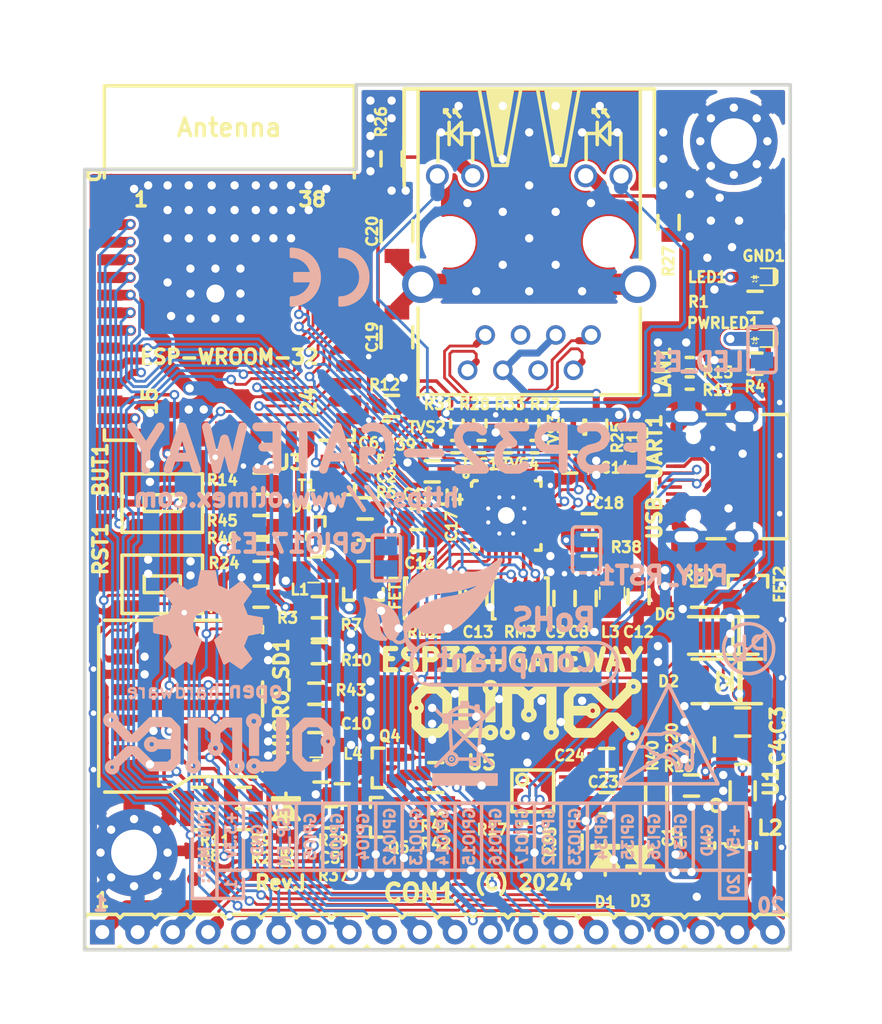
<source format=kicad_pcb>
(kicad_pcb (version 20171130) (host pcbnew 5.1.0-rc2-unknown-036be7d~80~ubuntu16.04.1)
  (title_block (title ESP32-GATEWAY) (date 2024-06-10) (rev I) (company "OLIMEX Ltd.") (comment 1 https://www.olimex.com))
  (layers (0 F.Cu mixed) (31 B.Cu mixed) (34 B.Paste user) (35 F.Paste user) (36 B.SilkS user) (37 F.SilkS user) (38 B.Mask user) (39 F.Mask user) (44 Edge.Cuts user))
  (net 0 "")
  (net 1 +5V)
  (net 2 GND)
  (net 3 "Net-(BUT1-Pad2)")
  (net 4 +3V3)
  (net 5 "Net-(C10-Pad1)")
  (net 6 "Net-(C18-Pad2)")
  (net 7 /ESP_EN)
  (net 8 "Net-(L2-Pad1)")
  (net 9 "Net-(R19-Pad1)")
  (net 10 "Net-(R39-Pad1)")
  (net 11 /PHYAD0)
  (net 12 /PHYAD1)
  (net 13 /PHYAD2)
  (net 14 /RMIISEL)
  (net 15 /VDD1A-2A)
  (net 16 /VDDCR)
  (net 17 "Net-(MICRO_SD1-Pad5)")
  (net 18 "Net-(LAN1-Pad1)")
  (net 19 "Net-(LAN1-Pad2)")
  (net 20 "Net-(LAN1-Pad7)")
  (net 21 "Net-(LAN1-Pad8)")
  (net 22 "Net-(LAN1-PadAG1)")
  (net 23 "Net-(LAN1-PadAY1)")
  (net 24 "Net-(LAN1-PadKG1)")
  (net 25 "Net-(LAN1-PadKY1)")
  (net 26 "Net-(C19-Pad1)")
  (net 27 /+5V_USB)
  (net 28 "Net-(Q4-Pad2)")
  (net 29 "Net-(Q4-Pad1)")
  (net 30 "Net-(Q5-Pad2)")
  (net 31 "Net-(Q5-Pad1)")
  (net 32 "Net-(U3-Pad32)")
  (net 33 "Net-(U4-Pad4)")
  (net 34 "Net-(U4-Pad14)")
  (net 35 "Net-(U4-Pad18)")
  (net 36 "Net-(U4-Pad20)")
  (net 37 "Net-(U4-Pad26)")
  (net 38 "Net-(PWRLED1-Pad1)")
  (net 39 "Net-(Q5-Pad3)")
  (net 40 "Net-(MICRO_SD1-Pad7)")
  (net 41 /D_Com)
  (net 42 /GPI35)
  (net 43 +5V_EXT)
  (net 44 /GPIO16)
  (net 45 /GPI39)
  (net 46 /GPI36)
  (net 47 /GPIO32)
  (net 48 "Net-(LED1-Pad1)")
  (net 49 +3.3VLAN)
  (net 50 /GPIO0)
  (net 51 "Net-(C2-Pad2)")
  (net 52 "Net-(R5-Pad2)")
  (net 53 "Net-(MICRO_SD1-Pad2)")
  (net 54 /GPI34\BUT1)
  (net 55 "Net-(D3-Pad2)")
  (net 56 "Net-(C24-Pad1)")
  (net 57 "Net-(MICRO_SD1-Pad8)")
  (net 58 "Net-(MICRO_SD1-Pad1)")
  (net 59 "Net-(D1-Pad1)")
  (net 60 "Net-(U3-Pad22)")
  (net 61 "Net-(U3-Pad21)")
  (net 62 "Net-(U3-Pad20)")
  (net 63 "Net-(U3-Pad19)")
  (net 64 "Net-(U3-Pad18)")
  (net 65 "Net-(U3-Pad17)")
  (net 66 "Net-(FID2-PadFid1)")
  (net 67 "Net-(FID3-PadFid1)")
  (net 68 "Net-(FID1-PadFid1)")
  (net 69 /GPIO5\PHY_PWR)
  (net 70 /GPIO3\U0RXD)
  (net 71 /GPIO2\HS2_DATA0)
  (net 72 /GPIO4\HS2_DATA1)
  (net 73 /GPIO1\U0TXD)
  (net 74 "/GPIO26\\EMAC_RXD1(RMII)")
  (net 75 "/GPIO25\\EMAC_RXD0(RMII)")
  (net 76 /GPIO27\EMAC_RX_CRS_DV)
  (net 77 "/GPIO18\\MDIO(RMII)")
  (net 78 /GPIO14\HS2_CLK)
  (net 79 /GPIO15\HS2_CMD)
  (net 80 /GPIO12\HS2_DATA2)
  (net 81 /GPIO13\HS2_DATA3)
  (net 82 /GPIO33\LED)
  (net 83 "/GPIO22\\EMAC_TXD1(RMII)")
  (net 84 "/GPIO19\\EMAC_TXD0(RMII)")
  (net 85 "/GPIO21\\EMAC_TX_EN(RMII)")
  (net 86 "/GPIO23\\MDC(RMII)")
  (net 87 /GPIO17\EMAC_CLK_OUT_180)
  (net 88 "Net-(R12-Pad1)")
  (net 89 "Net-(D5-Pad1)")
  (net 90 "Net-(FID4-PadFid1)")
  (net 91 "Net-(U1-Pad6)")
  (net 92 "Net-(R13-Pad1)")
  (net 93 "Net-(R15-Pad1)")
  (net 94 "Net-(R17-Pad1)")
  (net 95 "Net-(USB-UART1-PadA8)")
  (net 96 "Net-(USB-UART1-PadB8)")
  (net 97 /D+)
  (net 98 /D-)
  (net 99 "Net-(CON1-Pad12)")
  (module "OLIMEX_IC-FP:QFN32_EP(33)_5.00x5.00x0.90mm_Pitch_0.50mm" (layer F.Cu) (at 99.949 98.044 270)
    (fp_text reference U4 (at -1.27 4.064 180) (layer F.SilkS) (effects (font (size 1.016 1.016) (thickness 0.254))))
    (fp_text value LAN8710A-EZC-ABC)
    (pad 33 smd rect (at 0 0 270) (size 3.6 3.6) (layers F.Cu F.Mask) (net 2 GND))
    (pad 33 thru_hole rect (at -0.5 -1.3 270) (size 0.4 0.4) (drill 0.3) (layers *.Cu F.Mask) (net 2 GND))
    (pad 33 thru_hole rect (at 0.5 -1.3 270) (size 0.4 0.4) (drill 0.3) (layers *.Cu F.Mask) (net 2 GND))
    (pad 33 thru_hole rect (at 1.3 -0.5 270) (size 0.4 0.4) (drill 0.29972) (layers *.Cu F.Mask) (net 2 GND))
    (pad 33 thru_hole rect (at 1.3 0.5 270) (size 0.4 0.4) (drill 0.3) (layers *.Cu F.Mask) (net 2 GND))
    (pad 33 thru_hole rect (at 0.5 1.3 270) (size 0.4 0.4) (drill 0.3) (layers *.Cu F.Mask) (net 2 GND))
    (pad 33 thru_hole rect (at -0.5 1.3 270) (size 0.4 0.4) (drill 0.3) (layers *.Cu F.Mask) (net 2 GND))
    (pad 33 thru_hole rect (at -1.3 0.5 270) (size 0.4 0.4) (drill 0.3) (layers *.Cu F.Mask) (net 2 GND))
    (pad 33 thru_hole rect (at -1.3 -0.5 270) (size 0.4 0.4) (drill 0.3) (layers *.Cu F.Mask) (net 2 GND))
    (pad 33 thru_hole rect (at 0 0 270) (size 1.4224 1.4224) (drill 1.2) (layers *.Cu *.Mask) (net 2 GND))
    (pad 32 smd rect (at -2.45 1.75 270) (size 0.8 0.25) (layers F.Cu F.Paste F.Mask) (net 10 "Net-(R39-Pad1)"))
    (pad 31 smd rect (at -2.45 1.25 270) (size 0.8 0.25) (layers F.Cu F.Paste F.Mask) (net 20 "Net-(LAN1-Pad7)"))
    (pad 30 smd rect (at -2.45 0.75 270) (size 0.8 0.25) (layers F.Cu F.Paste F.Mask) (net 21 "Net-(LAN1-Pad8)"))
    (pad 29 smd rect (at -2.45 0.25 270) (size 0.8 0.25) (layers F.Cu F.Paste F.Mask) (net 18 "Net-(LAN1-Pad1)"))
    (pad 28 smd rect (at -2.45 -0.25 270) (size 0.8 0.25) (layers F.Cu F.Paste F.Mask) (net 19 "Net-(LAN1-Pad2)"))
    (pad 27 smd rect (at -2.45 -0.75 270) (size 0.8 0.25) (layers F.Cu F.Paste F.Mask) (net 15 /VDD1A-2A))
    (pad 26 smd rect (at -2.45 -1.25 270) (size 0.8 0.25) (layers F.Cu F.Paste F.Mask) (net 37 "Net-(U4-Pad26)"))
    (pad 25 smd rect (at -2.45 -1.75 270) (size 0.8 0.25) (layers F.Cu F.Paste F.Mask) (net 2 GND))
    (pad 24 smd rect (at -1.75 -2.45 180) (size 0.8 0.25) (layers F.Cu F.Paste F.Mask) (net 2 GND))
    (pad 23 smd rect (at -1.25 -2.45 180) (size 0.8 0.25) (layers F.Cu F.Paste F.Mask) (net 83 "/GPIO22\\EMAC_TXD1(RMII)"))
    (pad 22 smd rect (at -0.75 -2.45 180) (size 0.8 0.25) (layers F.Cu F.Paste F.Mask) (net 84 "/GPIO19\\EMAC_TXD0(RMII)"))
    (pad 21 smd rect (at -0.25 -2.45 180) (size 0.8 0.25) (layers F.Cu F.Paste F.Mask) (net 85 "/GPIO21\\EMAC_TX_EN(RMII)"))
    (pad 20 smd rect (at 0.25 -2.45 180) (size 0.8 0.25) (layers F.Cu F.Paste F.Mask) (net 36 "Net-(U4-Pad20)"))
    (pad 19 smd rect (at 0.75 -2.45 180) (size 0.8 0.25) (layers F.Cu F.Paste F.Mask) (net 6 "Net-(C18-Pad2)"))
    (pad 18 smd rect (at 1.25 -2.45 180) (size 0.8 0.25) (layers F.Cu F.Paste F.Mask) (net 35 "Net-(U4-Pad18)"))
    (pad 17 smd rect (at 1.75 -2.45 180) (size 0.8 0.25) (layers F.Cu F.Paste F.Mask) (net 86 "/GPIO23\\MDC(RMII)"))
    (pad 16 smd rect (at 2.45 -1.75 90) (size 0.8 0.25) (layers F.Cu F.Paste F.Mask) (net 77 "/GPIO18\\MDIO(RMII)"))
    (pad 15 smd rect (at 2.45 -1.25 90) (size 0.8 0.25) (layers F.Cu F.Paste F.Mask) (net 76 /GPIO27\EMAC_RX_CRS_DV))
    (pad 14 smd rect (at 2.45 -0.75 90) (size 0.8 0.25) (layers F.Cu F.Paste F.Mask) (net 34 "Net-(U4-Pad14)"))
    (pad 13 smd rect (at 2.45 -0.25 90) (size 0.8 0.25) (layers F.Cu F.Paste F.Mask) (net 11 /PHYAD0))
    (pad 12 smd rect (at 2.45 0.25 90) (size 0.8 0.25) (layers F.Cu F.Paste F.Mask) (net 49 +3.3VLAN))
    (pad 11 smd rect (at 2.45 0.75 90) (size 0.8 0.25) (layers F.Cu F.Paste F.Mask) (net 75 "/GPIO25\\EMAC_RXD0(RMII)"))
    (pad 10 smd rect (at 2.45 1.25 90) (size 0.8 0.25) (layers F.Cu F.Paste F.Mask) (net 74 "/GPIO26\\EMAC_RXD1(RMII)"))
    (pad 9 smd rect (at 2.45 1.75 90) (size 0.8 0.25) (layers F.Cu F.Paste F.Mask) (net 14 /RMIISEL))
    (pad 8 smd rect (at 1.75 2.45) (size 0.8 0.25) (layers F.Cu F.Paste F.Mask) (net 13 /PHYAD2))
    (pad 7 smd rect (at 1.25 2.45) (size 0.8 0.25) (layers F.Cu F.Paste F.Mask) (net 12 /PHYAD1))
    (pad 6 smd rect (at 0.75 2.45) (size 0.8 0.25) (layers F.Cu F.Paste F.Mask) (net 16 /VDDCR))
    (pad 5 smd rect (at 0.25 2.45) (size 0.8 0.25) (layers F.Cu F.Paste F.Mask) (net 87 /GPIO17\EMAC_CLK_OUT_180))
    (pad 4 smd rect (at -0.25 2.45) (size 0.8 0.25) (layers F.Cu F.Paste F.Mask) (net 33 "Net-(U4-Pad4)"))
    (pad 3 smd rect (at -0.75 2.45) (size 0.8 0.25) (layers F.Cu F.Paste F.Mask) (net 23 "Net-(LAN1-PadAY1)"))
    (pad 2 smd rect (at -1.25 2.45) (size 0.8 0.25) (layers F.Cu F.Paste F.Mask) (net 24 "Net-(LAN1-PadKG1)"))
    (pad 1 smd rect (at -1.75 2.45) (size 0.8 0.25) (layers F.Cu F.Paste F.Mask) (net 15 /VDD1A-2A))
  )
  (module "OLIMEX_Connectors-FP:USB2.0_TYPE-C(A40-00119-A52-12)" (layer F.Cu) (at 115.951 95.25)
    (fp_text reference USB-UART1 (at -5.334 0 270) (layer F.SilkS) (effects (font (size 1.016 1.016) (thickness 0.254))))
    (fp_text value USB-C-16P-F-PTH)
    (pad 0 connect rect (at 1.15 -4.9276 90) (size 1.1 2) (layers F.Cu F.Mask) (net 2 GND))
    (pad 0 connect rect (at -3.03 -4.9276 90) (size 1.1 2.2) (layers F.Cu F.Mask) (net 2 GND))
    (pad 0 connect rect (at 1.15 4.9276 90) (size 1.1 2) (layers F.Cu F.Mask) (net 2 GND))
    (pad 0 connect rect (at -3.03 4.9276 90) (size 1.1 2.2) (layers F.Cu F.Mask) (net 2 GND))
    (pad "" np_thru_hole circle (at -2.53 -2.89 90) (size 0.6 0.6) (drill 0.6) (layers *.Cu *.Mask))
    (pad B8 smd rect (at -3.932 1.75 90) (size 0.25 1.15) (layers F.Cu F.Paste F.Mask) (net 96 "Net-(USB-UART1-PadB8)"))
    (pad A5 smd rect (at -3.932 1.25 90) (size 0.25 1.15) (layers F.Cu F.Paste F.Mask) (net 93 "Net-(R15-Pad1)"))
    (pad B7 smd rect (at -3.932 0.75 90) (size 0.25 1.15) (layers F.Cu F.Paste F.Mask) (net 98 /D-))
    (pad B5 smd rect (at -3.932 -1.75 90) (size 0.25 1.15) (layers F.Cu F.Paste F.Mask) (net 92 "Net-(R13-Pad1)"))
    (pad A7 smd rect (at -3.932 -0.25 90) (size 0.25 1.15) (layers F.Cu F.Paste F.Mask) (net 98 /D-))
    (pad A8 smd rect (at -3.932 -1.25 90) (size 0.25 1.15) (layers F.Cu F.Paste F.Mask) (net 95 "Net-(USB-UART1-PadA8)"))
    (pad B6 smd rect (at -3.932 -0.75 90) (size 0.25 1.15) (layers F.Cu F.Paste F.Mask) (net 97 /D+))
    (pad A6 smd rect (at -3.932 0.25 90) (size 0.25 1.15) (layers F.Cu F.Paste F.Mask) (net 97 /D+))
    (pad 0 thru_hole oval (at -3.03 -4.32 90) (size 1.2 2.2) (drill oval 0.8 1.7) (layers *.Cu *.Mask) (net 2 GND))
    (pad 0 thru_hole oval (at 1.15 -4.32 90) (size 1.3 2) (drill oval 0.8 1.4) (layers *.Cu *.Mask) (net 2 GND))
    (pad 0 thru_hole oval (at 1.15 4.32 90) (size 1.3 2) (drill oval 0.8 1.4) (layers *.Cu *.Mask) (net 2 GND))
    (pad "" np_thru_hole circle (at -2.53 2.89 90) (size 0.6 0.6) (drill 0.6) (layers *.Cu *.Mask))
    (pad 0 thru_hole oval (at -3.03 4.32 90) (size 1.2 2.2) (drill oval 0.8 1.7) (layers *.Cu *.Mask) (net 2 GND))
    (pad B9 smd rect (at -3.932 2.275 90) (size 0.3 1.15) (layers F.Cu F.Paste F.Mask) (net 27 /+5V_USB))
    (pad B4 smd rect (at -3.932 -2.275 90) (size 0.3 1.15) (layers F.Cu F.Paste F.Mask) (net 27 /+5V_USB))
    (pad A4 smd rect (at -3.932 2.525 90) (size 0.3 1.15) (layers F.Cu F.Paste F.Mask) (net 27 /+5V_USB))
    (pad A9 smd rect (at -3.932 -2.525 90) (size 0.3 1.15) (layers F.Cu F.Paste F.Mask) (net 27 /+5V_USB))
    (pad B12 smd rect (at -3.932 3.075 90) (size 0.3 1.15) (layers F.Cu F.Paste F.Mask) (net 2 GND))
    (pad B1 smd rect (at -3.932 -3.075 90) (size 0.3 1.15) (layers F.Cu F.Paste F.Mask) (net 2 GND))
    (pad A1 smd rect (at -3.932 3.325 90) (size 0.3 1.15) (layers F.Cu F.Paste F.Mask) (net 2 GND))
    (pad A12 smd rect (at -3.932 -3.325 90) (size 0.3 1.15) (layers F.Cu F.Paste F.Mask) (net 2 GND))
  )
  (module OLIMEX_Diodes-FP:SOD-123_1C-2A_KA (layer F.Cu) (at 109.601 122.555 90)
    (fp_text reference D3 (at -3.2385 0 180) (layer F.SilkS) (effects (font (size 0.762 0.762) (thickness 0.1905))))
    (fp_text value 1N5819S4/SOD123)
    (pad 2 smd rect (at 1.9 0 90) (size 1 1.4) (layers F.Cu F.Paste F.Mask) (net 55 "Net-(D3-Pad2)") (clearance 0.0508))
    (pad 1 smd rect (at -1.9 0 90) (size 1 1.4) (layers F.Cu F.Paste F.Mask) (net 73 /GPIO1\U0TXD) (clearance 0.0508))
  )
  (module OLIMEX_RLC-FP:R_0603_5MIL_DWS (layer F.Cu) (at 113.284 117.475 180)
    (fp_text reference R19 (at 0.889 1.397 180) (layer F.SilkS) (effects (font (size 0.762 0.762) (thickness 0.1905))))
    (fp_text value 220k/R0603)
    (pad 2 smd rect (at 0.889 0 180) (size 1.016 1.016) (layers F.Cu F.Paste F.Mask) (net 4 +3V3))
    (pad 1 smd rect (at -0.889 0 180) (size 1.016 1.016) (layers F.Cu F.Paste F.Mask) (net 9 "Net-(R19-Pad1)"))
  )
  (module OLIMEX_RLC-FP:R_0603_5MIL_DWS (layer F.Cu) (at 104.648 121.539 270)
    (fp_text reference R35 (at 0 1.524 270) (layer F.SilkS) (effects (font (size 0.762 0.762) (thickness 0.1905))))
    (fp_text value 10k/R0603)
    (pad 2 smd rect (at 0.889 0 270) (size 1.016 1.016) (layers F.Cu F.Paste F.Mask) (net 55 "Net-(D3-Pad2)"))
    (pad 1 smd rect (at -0.889 0 270) (size 1.016 1.016) (layers F.Cu F.Paste F.Mask) (net 27 /+5V_USB))
  )
  (module OLIMEX_IC-FP:MSOP-10_Pitch-0.5mm_3.00x3.00x1.00mm (layer F.Cu) (at 101.854 117.856 270)
    (fp_text reference U5 (at -2.032 3.683) (layer F.SilkS) (effects (font (size 1.016 1.016) (thickness 0.254))))
    (fp_text value "CH340X(MSOP-10)")
    (pad 1 smd rect (at -1 2.4 270) (size 0.25 1) (layers F.Cu F.Paste F.Mask) (net 97 /D+))
    (pad 2 smd rect (at -0.5 2.4 270) (size 0.25 1) (layers F.Cu F.Paste F.Mask) (net 98 /D-))
    (pad 3 smd rect (at 0 2.4 270) (size 0.25 1) (layers F.Cu F.Paste F.Mask) (net 2 GND))
    (pad 4 smd rect (at 0.5 2.4 270) (size 0.25 1) (layers F.Cu F.Paste F.Mask) (net 28 "Net-(Q4-Pad2)"))
    (pad 5 smd rect (at 1 2.4 270) (size 0.25 1) (layers F.Cu F.Paste F.Mask) (net 94 "Net-(R17-Pad1)"))
    (pad 6 smd rect (at 1 -2.4 270) (size 0.25 1) (layers F.Cu F.Paste F.Mask) (net 30 "Net-(Q5-Pad2)"))
    (pad 7 smd rect (at 0.5 -2.4 270) (size 0.25 1) (layers F.Cu F.Paste F.Mask) (net 27 /+5V_USB))
    (pad 8 smd rect (at 0 -2.4 270) (size 0.25 1) (layers F.Cu F.Paste F.Mask) (net 59 "Net-(D1-Pad1)"))
    (pad 9 smd rect (at -0.5 -2.4 270) (size 0.25 1) (layers F.Cu F.Paste F.Mask) (net 55 "Net-(D3-Pad2)"))
    (pad 10 smd rect (at -1 -2.4 270) (size 0.25 1) (layers F.Cu F.Paste F.Mask) (net 56 "Net-(C24-Pad1)"))
  )
  (module OLIMEX_Cases-FP:ESP-WROOM-32_MODULE (layer F.Cu) (at 80.01 79.883)
    (fp_text reference U3 (at 4.318 14.351) (layer F.SilkS) (effects (font (size 1.016 1.016) (thickness 0.254))))
    (fp_text value ESP32-WROOM-32E-N4)
    (fp_text user 24 (at 5.715 9.935 90) (layer F.SilkS) (effects (font (size 1.016 1.016) (thickness 0.254))))
    (fp_text user 15 (at -5.715 9.935 90) (layer F.SilkS) (effects (font (size 1.016 1.016) (thickness 0.254))))
    (fp_text user 38 (at 5.969 -4.572) (layer F.SilkS) (effects (font (size 1.016 1.016) (thickness 0.254))))
    (fp_text user 1 (at -6.35 -4.572) (layer F.SilkS) (effects (font (size 1.016 1.016) (thickness 0.254))))
    (fp_text user ESP-WROOM-32 (at 0 6.76) (layer F.SilkS) (effects (font (size 1.016 1.016) (thickness 0.254))))
    (fp_text user Antenna (at 0 -9.75) (layer F.SilkS) (effects (font (size 1.27 1.27) (thickness 0.254))))
    (fp_text user o (at -9.906 -6.35 90) (layer F.SilkS) (effects (font (size 1.27 1.27) (thickness 0.254))))
    (pad 39 thru_hole circle (at -2.8 4) (size 1.3 1.3) (drill 0.6) (layers *.Cu) (net 2 GND))
    (pad 39 thru_hole circle (at -1 2.2) (size 2 2) (drill 1.3) (layers *.Cu *.Mask) (net 2 GND))
    (pad 39 smd rect (at -1 2.2) (size 5 5) (layers F.Cu F.Mask) (net 2 GND))
    (pad 38 smd rect (at 8.6 -5.31) (size 1.8 0.8) (layers F.Cu F.Paste F.Mask) (net 2 GND))
    (pad 37 smd rect (at 8.6 -4.04) (size 1.8 0.8) (layers F.Cu F.Paste F.Mask) (net 86 "/GPIO23\\MDC(RMII)"))
    (pad 36 smd rect (at 8.6 -2.77) (size 1.8 0.8) (layers F.Cu F.Paste F.Mask) (net 83 "/GPIO22\\EMAC_TXD1(RMII)"))
    (pad 35 smd rect (at 8.6 -1.5) (size 1.8 0.8) (layers F.Cu F.Paste F.Mask) (net 73 /GPIO1\U0TXD))
    (pad 34 smd rect (at 8.6 -0.23) (size 1.8 0.8) (layers F.Cu F.Paste F.Mask) (net 70 /GPIO3\U0RXD))
    (pad 33 smd rect (at 8.6 1.04) (size 1.8 0.8) (layers F.Cu F.Paste F.Mask) (net 85 "/GPIO21\\EMAC_TX_EN(RMII)"))
    (pad 32 smd rect (at 8.6 2.31) (size 1.8 0.8) (layers F.Cu F.Paste F.Mask) (net 32 "Net-(U3-Pad32)"))
    (pad 31 smd rect (at 8.6 3.58) (size 1.8 0.8) (layers F.Cu F.Paste F.Mask) (net 84 "/GPIO19\\EMAC_TXD0(RMII)"))
    (pad 30 smd rect (at 8.6 4.85) (size 1.8 0.8) (layers F.Cu F.Paste F.Mask) (net 77 "/GPIO18\\MDIO(RMII)"))
    (pad 29 smd rect (at 8.6 6.12) (size 1.8 0.8) (layers F.Cu F.Paste F.Mask) (net 69 /GPIO5\PHY_PWR))
    (pad 28 smd rect (at 8.6 7.39) (size 1.8 0.8) (layers F.Cu F.Paste F.Mask) (net 88 "Net-(R12-Pad1)"))
    (pad 27 smd rect (at 8.6 8.66) (size 1.8 0.8) (layers F.Cu F.Paste F.Mask) (net 44 /GPIO16))
    (pad 26 smd rect (at 8.6 9.93) (size 1.8 0.8) (layers F.Cu F.Paste F.Mask) (net 72 /GPIO4\HS2_DATA1))
    (pad 25 smd rect (at 8.6 11.2) (size 1.8 0.8) (layers F.Cu F.Paste F.Mask) (net 50 /GPIO0))
    (pad 24 smd rect (at 5.73 12.3) (size 0.8 1.8) (layers F.Cu F.Paste F.Mask) (net 71 /GPIO2\HS2_DATA0))
    (pad 23 smd rect (at 4.46 12.3) (size 0.8 1.8) (layers F.Cu F.Paste F.Mask) (net 79 /GPIO15\HS2_CMD))
    (pad 22 smd rect (at 3.19 12.3) (size 0.8 1.8) (layers F.Cu F.Paste F.Mask) (net 60 "Net-(U3-Pad22)"))
    (pad 21 smd rect (at 1.92 12.3) (size 0.8 1.8) (layers F.Cu F.Paste F.Mask) (net 61 "Net-(U3-Pad21)"))
    (pad 20 smd rect (at 0.65 12.3) (size 0.8 1.8) (layers F.Cu F.Paste F.Mask) (net 62 "Net-(U3-Pad20)"))
    (pad 19 smd rect (at -0.62 12.3) (size 0.8 1.8) (layers F.Cu F.Paste F.Mask) (net 63 "Net-(U3-Pad19)"))
    (pad 18 smd rect (at -1.89 12.3) (size 0.8 1.8) (layers F.Cu F.Paste F.Mask) (net 64 "Net-(U3-Pad18)"))
    (pad 17 smd rect (at -3.16 12.3) (size 0.8 1.8) (layers F.Cu F.Paste F.Mask) (net 65 "Net-(U3-Pad17)"))
    (pad 16 smd rect (at -4.43 12.3) (size 0.8 1.8) (layers F.Cu F.Paste F.Mask) (net 81 /GPIO13\HS2_DATA3))
    (pad 15 smd rect (at -5.7 12.3) (size 0.8 1.8) (layers F.Cu F.Paste F.Mask) (net 2 GND))
    (pad 14 smd rect (at -8.6 11.2) (size 1.8 0.8) (layers F.Cu F.Paste F.Mask) (net 80 /GPIO12\HS2_DATA2))
    (pad 13 smd rect (at -8.6 9.93) (size 1.8 0.8) (layers F.Cu F.Paste F.Mask) (net 78 /GPIO14\HS2_CLK))
    (pad 12 smd rect (at -8.6 8.66) (size 1.8 0.8) (layers F.Cu F.Paste F.Mask) (net 76 /GPIO27\EMAC_RX_CRS_DV))
    (pad 11 smd rect (at -8.6 7.39) (size 1.8 0.8) (layers F.Cu F.Paste F.Mask) (net 74 "/GPIO26\\EMAC_RXD1(RMII)"))
    (pad 10 smd rect (at -8.6 6.12) (size 1.8 0.8) (layers F.Cu F.Paste F.Mask) (net 75 "/GPIO25\\EMAC_RXD0(RMII)"))
    (pad 9 smd rect (at -8.6 4.85) (size 1.8 0.8) (layers F.Cu F.Paste F.Mask) (net 82 /GPIO33\LED))
    (pad 8 smd rect (at -8.6 3.58) (size 1.8 0.8) (layers F.Cu F.Paste F.Mask) (net 47 /GPIO32))
    (pad 7 smd rect (at -8.6 2.31) (size 1.8 0.8) (layers F.Cu F.Paste F.Mask) (net 42 /GPI35))
    (pad 6 smd rect (at -8.6 1.04) (size 1.8 0.8) (layers F.Cu F.Paste F.Mask) (net 54 /GPI34\BUT1))
    (pad 5 smd rect (at -8.6 -0.23) (size 1.8 0.8) (layers F.Cu F.Paste F.Mask) (net 45 /GPI39))
    (pad 4 smd rect (at -8.6 -1.5) (size 1.8 0.8) (layers F.Cu F.Paste F.Mask) (net 46 /GPI36))
    (pad 3 smd rect (at -8.6 -2.77) (size 1.8 0.8) (layers F.Cu F.Paste F.Mask) (net 7 /ESP_EN))
    (pad 2 smd rect (at -8.6 -4.04) (size 1.8 0.8) (layers F.Cu F.Paste F.Mask) (net 4 +3V3))
    (pad 1 smd rect (at -8.6 -5.31) (size 1.8 0.8) (layers F.Cu F.Paste F.Mask) (net 2 GND))
    (pad 39 thru_hole circle (at 0.8 4) (size 1.3 1.3) (drill 0.6) (layers *.Cu) (net 2 GND))
    (pad 39 thru_hole circle (at -2.8 0.4) (size 1.3 1.3) (drill 0.6) (layers *.Cu) (net 2 GND))
    (pad 39 thru_hole circle (at 0.8 0.4) (size 1.3 1.3) (drill 0.6) (layers *.Cu) (net 2 GND))
    (pad 39 thru_hole circle (at -1 0.4) (size 1.3 1.3) (drill 0.6) (layers *.Cu) (net 2 GND))
    (pad 39 thru_hole circle (at -1 4) (size 1.3 1.3) (drill 0.6) (layers *.Cu) (net 2 GND))
    (pad 39 thru_hole circle (at -2.8 2.2) (size 1.3 1.3) (drill 0.6) (layers *.Cu) (net 2 GND))
    (pad 39 thru_hole circle (at 0.8 2.2) (size 1.3 1.3) (drill 0.6) (layers *.Cu) (net 2 GND))
  )
  (module OLIMEX_Signs-FP:CE_Sign (layer B.Cu) (at 86.233 80.899 180)
    (fp_text reference Sign_CE hide)
    (fp_text value CE_Sign hide)
  )
  (module OLIMEX_RLC-FP:R_0603_5MIL_DWS (layer F.Cu) (at 86.614 116.459 180)
    (fp_text reference R29 (at -0.889 -4.953) (layer F.SilkS) (effects (font (size 0.762 0.762) (thickness 0.1905))))
    (fp_text value 10k/R0603)
    (pad 2 smd rect (at 0.889 0 180) (size 1.016 1.016) (layers F.Cu F.Paste F.Mask) (net 79 /GPIO15\HS2_CMD))
    (pad 1 smd rect (at -0.889 0 180) (size 1.016 1.016) (layers F.Cu F.Paste F.Mask) (net 4 +3V3))
  )
  (module OLIMEX_Jumpers-FP:SJ (layer B.Cu) (at 118.364 86.106 90)
    (fp_text reference LED_E1 (at -0.889 -4.699 180) (layer B.SilkS) (effects (font (size 1.27 1.27) (thickness 0.3175)) (justify mirror)))
    (fp_text value Closed)
    (pad 2 smd rect (at 0.762 0 90) (size 1.1684 1.6002) (layers B.Cu B.Mask) (net 1 +5V) (clearance 0.0508))
    (pad 1 smd rect (at -0.762 0 90) (size 1.1684 1.6002) (layers B.Cu B.Mask) (net 1 +5V))
    (pad 1 smd rect (at -0.762 0 90) (size 1.1684 1.6002) (layers B.Cu B.Mask) (net 1 +5V) (clearance 0.0508))
  )
  (module OLIMEX_Connectors-FP:TFC-WXCP11-08-LF (layer F.Cu) (at 76.327 111.125 180)
    (fp_text reference MICRO_SD1 (at -7.4295 0 270) (layer F.SilkS) (effects (font (size 1.016 1.016) (thickness 0.254))))
    (fp_text value TFC-WXCP11-08-LF)
    (pad SH2 smd rect (at -5.25 -3.15 270) (size 3.1 1.5) (layers F.Cu F.Paste F.Mask) (net 2 GND))
    (pad SH1 smd rect (at -5.25 2.91 270) (size 3.1 1.5) (layers F.Cu F.Paste F.Mask) (net 2 GND))
    (pad FID4 smd circle (at 5.72 5.54 270) (size 0.4 0.4) (layers F.Cu F.Mask))
    (pad FID3 smd circle (at -6.08 5.54 270) (size 0.4 0.4) (layers F.Cu F.Mask))
    (pad FID2 smd circle (at -6.08 -5.73 270) (size 0.4 0.4) (layers F.Cu F.Mask))
    (pad FID1 smd circle (at 5.72 -6.82 270) (size 0.4 0.4) (layers F.Cu F.Mask))
    (pad 8 smd rect (at 4 3.85 270) (size 0.8 1.5) (layers F.Cu F.Paste F.Mask) (net 57 "Net-(MICRO_SD1-Pad8)"))
    (pad 7 smd rect (at 4 2.75 270) (size 0.8 1.5) (layers F.Cu F.Paste F.Mask) (net 40 "Net-(MICRO_SD1-Pad7)"))
    (pad 6 smd rect (at 4 1.65 270) (size 0.8 1.5) (layers F.Cu F.Paste F.Mask) (net 2 GND))
    (pad 5 smd rect (at 4 0.55 270) (size 0.8 1.5) (layers F.Cu F.Paste F.Mask) (net 17 "Net-(MICRO_SD1-Pad5)"))
    (pad 4 smd rect (at 4 -0.55 270) (size 0.8 1.5) (layers F.Cu F.Paste F.Mask) (net 5 "Net-(C10-Pad1)"))
    (pad 3 smd rect (at 4 -1.65 270) (size 0.8 1.5) (layers F.Cu F.Paste F.Mask) (net 79 /GPIO15\HS2_CMD))
    (pad 2 smd rect (at 4 -2.75 270) (size 0.8 1.5) (layers F.Cu F.Paste F.Mask) (net 53 "Net-(MICRO_SD1-Pad2)"))
    (pad 1 smd rect (at 4 -3.85 270) (size 0.8 1.5) (layers F.Cu F.Paste F.Mask) (net 58 "Net-(MICRO_SD1-Pad1)"))
  )
  (module OLIMEX_LOGOs-FP:OLIMEX_LOGO_TB (layer F.Cu) (at 101.473 112.014)
    (fp_text reference Logo-OlimexBIG hide)
    (fp_text value "" hide)
  )
  (module OLIMEX_RLC-FP:R_0603_5MIL_DWS (layer F.Cu) (at 89.789 97.536 180)
    (fp_text reference R5 (at -1.524 3.429 180) (layer F.SilkS) (effects (font (size 0.762 0.762) (thickness 0.1905))))
    (fp_text value 1k/R0603)
    (pad 2 smd rect (at 0.889 0 180) (size 1.016 1.016) (layers F.Cu F.Paste F.Mask) (net 52 "Net-(R5-Pad2)"))
    (pad 1 smd rect (at -0.889 0 180) (size 1.016 1.016) (layers F.Cu F.Paste F.Mask) (net 51 "Net-(C2-Pad2)"))
  )
  (module OLIMEX_RLC-FP:L_0805_5MIL_DWS (layer F.Cu) (at 86.106 101.981)
    (fp_text reference L1 (at -1.016 1.397) (layer F.SilkS) (effects (font (size 0.762 0.762) (thickness 0.1905))))
    (fp_text value "NA(FB0805/600R/2A)")
    (pad 1 smd rect (at -1.016 0) (size 1.524 1.27) (layers F.Cu F.Paste F.Mask) (net 4 +3V3) (clearance 0.0508))
    (pad 2 smd rect (at 1.016 0) (size 1.524 1.27) (layers F.Cu F.Paste F.Mask) (net 49 +3.3VLAN) (clearance 0.0508))
  )
  (module OLIMEX_RLC-FP:C_0603_5MIL_DWS (layer F.Cu) (at 89.788999 99.06)
    (fp_text reference C2 (at 1.524001 -3.81 180) (layer F.SilkS) (effects (font (size 0.762 0.762) (thickness 0.1905))))
    (fp_text value 22uF/6.3V/20%/X5R/C0603)
    (pad 2 smd rect (at 0.889 0) (size 1.016 1.016) (layers F.Cu F.Paste F.Mask) (net 51 "Net-(C2-Pad2)") (clearance 0.0508))
    (pad 1 smd rect (at -0.889 0) (size 1.016 1.016) (layers F.Cu F.Paste F.Mask) (net 4 +3V3) (clearance 0.0508))
  )
  (module OLIMEX_Transistors-FP:SOT23 (layer F.Cu) (at 88.392 95.123 180)
    (fp_text reference T1 (at 2.794 -0.762 180) (layer F.SilkS) (effects (font (size 0.762 0.762) (thickness 0.1905))))
    (fp_text value LMUN2211LT1G)
    (pad 1 smd rect (at 1.10744 0.94996 180) (size 1.4 1) (layers F.Cu F.Paste F.Mask) (net 69 /GPIO5\PHY_PWR) (clearance 0.0508))
    (pad 2 smd rect (at 1.10744 -0.9525 180) (size 1.4 1) (layers F.Cu F.Paste F.Mask) (net 2 GND) (clearance 0.0508))
    (pad 3 smd rect (at -1.10236 0.00254 180) (size 1.4 1) (layers F.Cu F.Paste F.Mask) (net 52 "Net-(R5-Pad2)") (clearance 0.0508))
  )
  (module OLIMEX_RLC-FP:R_0603_5MIL_DWS (layer F.Cu) (at 89.788999 100.584)
    (fp_text reference R6 (at 1.524001 -4.191) (layer F.SilkS) (effects (font (size 0.762 0.762) (thickness 0.1905))))
    (fp_text value 10k/R0603)
    (pad 2 smd rect (at 0.889 0) (size 1.016 1.016) (layers F.Cu F.Paste F.Mask) (net 51 "Net-(C2-Pad2)"))
    (pad 1 smd rect (at -0.889 0) (size 1.016 1.016) (layers F.Cu F.Paste F.Mask) (net 4 +3V3))
  )
  (module OLIMEX_Transistors-FP:SOT23 (layer F.Cu) (at 89.662 103.505 90)
    (fp_text reference FET1 (at 0 2.286 270) (layer F.SilkS) (effects (font (size 0.762 0.762) (thickness 0.1905))))
    (fp_text value WPM2015-3/TR)
    (pad 1 smd rect (at 1.10744 0.94996 90) (size 1.4 1) (layers F.Cu F.Paste F.Mask) (net 51 "Net-(C2-Pad2)") (clearance 0.0508))
    (pad 2 smd rect (at 1.10744 -0.9525 90) (size 1.4 1) (layers F.Cu F.Paste F.Mask) (net 4 +3V3) (clearance 0.0508))
    (pad 3 smd rect (at -1.10236 0.00254 90) (size 1.4 1) (layers F.Cu F.Paste F.Mask) (net 49 +3.3VLAN) (clearance 0.0508))
  )
  (module "OLIMEX_Diodes-FP:DO214AA_1(K)-2(A)" (layer F.Cu) (at 115.824 109.982 180)
    (fp_text reference D2 (at 4.191 0 180) (layer F.SilkS) (effects (font (size 0.762 0.762) (thickness 0.1905))))
    (fp_text value "SMBJ6.0A(DO-214AA)")
    (pad 2 smd rect (at 2.177 0 180) (size 1.778 2.286) (layers F.Cu F.Paste F.Mask) (net 2 GND))
    (pad 1 smd rect (at -2.177 0 180) (size 1.778 2.286) (layers F.Cu F.Paste F.Mask) (net 1 +5V))
  )
  (module OLIMEX_RLC-FP:R_0603_5MIL_DWS (layer F.Cu) (at 86.487 104.648 180)
    (fp_text reference R3 (at 2.286 -0.762 180) (layer F.SilkS) (effects (font (size 0.762 0.762) (thickness 0.1905))))
    (fp_text value 2.2k/R0603)
    (pad 2 smd rect (at 0.889 0 180) (size 1.016 1.016) (layers F.Cu F.Paste F.Mask) (net 71 /GPIO2\HS2_DATA0))
    (pad 1 smd rect (at -0.889 0 180) (size 1.016 1.016) (layers F.Cu F.Paste F.Mask) (net 4 +3V3))
  )
  (module OLIMEX_RLC-FP:R_0603_5MIL_DWS (layer F.Cu) (at 81.026 119.888 180)
    (fp_text reference R2 (at -1.27 -2.794 180) (layer F.SilkS) (effects (font (size 0.762 0.762) (thickness 0.1905))))
    (fp_text value 2.2k/R0603)
    (pad 2 smd rect (at 0.889 0 180) (size 1.016 1.016) (layers F.Cu F.Paste F.Mask) (net 53 "Net-(MICRO_SD1-Pad2)"))
    (pad 1 smd rect (at -0.889 0 180) (size 1.016 1.016) (layers F.Cu F.Paste F.Mask) (net 4 +3V3))
  )
  (module OLIMEX_LOGOs-FP:OLIMEX_LOGO_TB (layer B.Cu) (at 79.121 114.427 180)
    (fp_text reference Logo-OLimeX hide)
    (fp_text value "" hide)
  )
  (module OLIMEX_LOGOs-FP:LOGO_ROHS_1 (layer B.Cu) (at 106.934 109.601 180)
    (fp_text reference Sign_RoHS hide)
    (fp_text value Val** hide)
    (fp_text user Compliant (at 6.20014 1.143 180) (layer B.SilkS) (effects (font (size 1.524 1.524) (thickness 0.35)) (justify mirror)))
    (fp_text user RoHS (at 3.556 4.04368 180) (layer B.SilkS) (effects (font (size 1.524 1.524) (thickness 0.381)) (justify mirror)))
  )
  (module OLIMEX_LOGOs-FP:LOGO_RECYCLEBIN_1 (layer B.Cu) (at 99.314 117.475 180)
    (fp_text reference Sign-RecyclBin hide)
    (fp_text value "" hide)
  )
  (module OLIMEX_LOGOs-FP:LOGO_PBFREE (layer B.Cu) (at 117.602 107.315)
    (fp_text reference Sign_Pb-Free)
    (fp_text value "")
    (fp_text user Pb (at -0.08636 0.33528) (layer B.SilkS) (effects (font (size 1.7 1.5) (thickness 0.254)) (justify mirror)))
  )
  (module OLIMEX_LOGOs-FP:LOGO_OPENHARDWARE_8x8 (layer B.Cu) (at 78.486 106.045 180)
    (fp_text reference Logo-OSHW hide)
    (fp_text value "" hide)
    (fp_text user open (at -3.40106 -4.55676 180) (layer B.SilkS) (effects (font (size 1.1 1.1) (thickness 0.254)) (justify mirror)))
    (fp_text user hardware (at 2.51206 -4.6482 180) (layer B.SilkS) (effects (font (thickness 0.18)) (justify mirror)))
  )
  (module OLIMEX_LOGOs-FP:LOGO_ANTISTATIC_1 (layer B.Cu) (at 115.189 117.348 180)
    (fp_text reference Sign-Antistatic hide)
    (fp_text value Val** hide)
  )
  (module OLIMEX_RLC-FP:R_0603_5MIL_DWS (layer F.Cu) (at 117.856 82.677)
    (fp_text reference R1 (at -4.064 0) (layer F.SilkS) (effects (font (size 0.762 0.762) (thickness 0.1905))))
    (fp_text value 2.2k/R0603)
    (pad 2 smd rect (at 0.889 0) (size 1.016 1.016) (layers F.Cu F.Paste F.Mask) (net 48 "Net-(LED1-Pad1)"))
    (pad 1 smd rect (at -0.889 0) (size 1.016 1.016) (layers F.Cu F.Paste F.Mask) (net 2 GND))
  )
  (module OLIMEX_LEDs-FP:LED_0603_KA (layer F.Cu) (at 117.856 80.899 180)
    (fp_text reference LED1 (at 3.429 0 180) (layer F.SilkS) (effects (font (size 0.762 0.762) (thickness 0.1905))))
    (fp_text value LED/GREEN/0603)
    (pad 1 smd rect (at -0.762 0) (size 0.8 0.8) (layers F.Cu F.Paste F.Mask) (net 48 "Net-(LED1-Pad1)"))
    (pad 2 smd rect (at 0.762 0) (size 0.8 0.8) (layers F.Cu F.Paste F.Mask) (net 82 /GPIO33\LED))
  )
  (module OLIMEX_Connectors-FP:HN1x20 (layer F.Cu) (at 94.996 128.016)
    (fp_text reference CON1 (at -1.27 -2.794) (layer F.SilkS) (effects (font (size 1.27 1.27) (thickness 0.3175))))
    (fp_text value "NA(HN1x20)")
    (pad 4 thru_hole circle (at -16.51 0) (size 1.778 1.778) (drill 1) (layers *.Cu *.Mask) (net 69 /GPIO5\PHY_PWR))
    (pad 3 thru_hole circle (at -19.05 0) (size 1.778 1.778) (drill 1) (layers *.Cu *.Mask) (net 7 /ESP_EN))
    (pad 2 thru_hole circle (at -21.59 0) (size 1.778 1.778) (drill 1) (layers *.Cu *.Mask) (net 2 GND))
    (pad 1 thru_hole rect (at -24.13 0) (size 1.778 1.778) (drill 1) (layers *.Cu *.Mask) (net 4 +3V3))
    (pad 5 thru_hole circle (at -13.97 0) (size 1.778 1.778) (drill 1) (layers *.Cu *.Mask) (net 71 /GPIO2\HS2_DATA0))
    (pad 6 thru_hole circle (at -11.43 0) (size 1.778 1.778) (drill 1) (layers *.Cu *.Mask) (net 72 /GPIO4\HS2_DATA1))
    (pad 8 thru_hole circle (at -6.35 0) (size 1.778 1.778) (drill 1) (layers *.Cu *.Mask) (net 81 /GPIO13\HS2_DATA3))
    (pad 7 thru_hole circle (at -8.89 0) (size 1.778 1.778) (drill 1) (layers *.Cu *.Mask) (net 80 /GPIO12\HS2_DATA2))
    (pad 9 thru_hole circle (at -3.81 0) (size 1.778 1.778) (drill 1) (layers *.Cu *.Mask) (net 78 /GPIO14\HS2_CLK))
    (pad 10 thru_hole circle (at -1.27 0) (size 1.778 1.778) (drill 1) (layers *.Cu *.Mask) (net 79 /GPIO15\HS2_CMD))
    (pad 12 thru_hole circle (at 3.81 0) (size 1.778 1.778) (drill 1) (layers *.Cu *.Mask) (net 99 "Net-(CON1-Pad12)"))
    (pad 11 thru_hole circle (at 1.27 0) (size 1.778 1.778) (drill 1) (layers *.Cu *.Mask) (net 44 /GPIO16))
    (pad 13 thru_hole circle (at 6.35 0) (size 1.778 1.778) (drill 1) (layers *.Cu *.Mask) (net 47 /GPIO32))
    (pad 14 thru_hole circle (at 8.89 0) (size 1.778 1.778) (drill 1) (layers *.Cu *.Mask) (net 82 /GPIO33\LED))
    (pad 16 thru_hole circle (at 13.97 0) (size 1.778 1.778) (drill 1) (layers *.Cu *.Mask) (net 42 /GPI35))
    (pad 15 thru_hole circle (at 11.43 0) (size 1.778 1.778) (drill 1) (layers *.Cu *.Mask) (net 54 /GPI34\BUT1))
    (pad 19 thru_hole circle (at 21.59 0) (size 1.778 1.778) (drill 1) (layers *.Cu *.Mask) (net 2 GND))
    (pad 20 thru_hole circle (at 24.13 0) (size 1.778 1.778) (drill 1) (layers *.Cu *.Mask) (net 43 +5V_EXT))
    (pad 18 thru_hole circle (at 19.05 0) (size 1.778 1.778) (drill 1) (layers *.Cu *.Mask) (net 45 /GPI39))
    (pad 17 thru_hole circle (at 16.51 0) (size 1.778 1.778) (drill 1) (layers *.Cu *.Mask) (net 46 /GPI36))
  )
  (module OLIMEX_RLC-FP:R_0603_5MIL_DWS (layer F.Cu) (at 87.249 119.761 180)
    (fp_text reference R37 (at -0.254 -4.191 180) (layer F.SilkS) (effects (font (size 0.762 0.762) (thickness 0.1905))))
    (fp_text value 220R/R0603)
    (pad 2 smd rect (at 0.889 0 180) (size 1.016 1.016) (layers F.Cu F.Paste F.Mask) (net 41 /D_Com))
    (pad 1 smd rect (at -0.889 0 180) (size 1.016 1.016) (layers F.Cu F.Paste F.Mask) (net 39 "Net-(Q5-Pad3)"))
  )
  (module OLIMEX_RLC-FP:C_0805_5MIL_DWS (layer F.Cu) (at 116.967 114.935 180)
    (fp_text reference C4 (at -2.54 -0.127 270) (layer F.SilkS) (effects (font (size 1.016 1.016) (thickness 0.254))))
    (fp_text value 47uF/6.3V/20%/X5R/C0805)
    (pad 2 smd rect (at 1.016 0 270) (size 1.524 1.27) (layers F.Cu F.Paste F.Mask) (net 2 GND))
    (pad 1 smd rect (at -1.016 0 270) (size 1.524 1.27) (layers F.Cu F.Paste F.Mask) (net 1 +5V))
  )
  (module OLIMEX_RLC-FP:C_0805_5MIL_DWS (layer F.Cu) (at 116.967 112.903 180)
    (fp_text reference C3 (at -2.54 0.127 270) (layer F.SilkS) (effects (font (size 1.016 1.016) (thickness 0.254))))
    (fp_text value "NA(47uF/6.3V/20%/X5R/C0805)")
    (pad 2 smd rect (at 1.016 0 270) (size 1.524 1.27) (layers F.Cu F.Paste F.Mask) (net 2 GND))
    (pad 1 smd rect (at -1.016 0 270) (size 1.524 1.27) (layers F.Cu F.Paste F.Mask) (net 1 +5V))
  )
  (module OLIMEX_RLC-FP:R_0603_5MIL_DWS (layer F.Cu) (at 114.173 114.554 90)
    (fp_text reference R20 (at 0.508 -2.286 90) (layer F.SilkS) (effects (font (size 0.762 0.762) (thickness 0.1905))))
    (fp_text value 49.9k/1%/R0603)
    (pad 2 smd rect (at 0.889 0 90) (size 1.016 1.016) (layers F.Cu F.Paste F.Mask) (net 2 GND))
    (pad 1 smd rect (at -0.889 0 90) (size 1.016 1.016) (layers F.Cu F.Paste F.Mask) (net 9 "Net-(R19-Pad1)"))
  )
  (module OLIMEX_RLC-FP:R_0603_5MIL_DWS (layer F.Cu) (at 117.856 87.122 180)
    (fp_text reference R4 (at 0 -1.651 180) (layer F.SilkS) (effects (font (size 0.762 0.762) (thickness 0.1905))))
    (fp_text value 2.2k/R0603)
    (pad 2 smd rect (at 0.889 0 180) (size 1.016 1.016) (layers F.Cu F.Paste F.Mask) (net 2 GND))
    (pad 1 smd rect (at -0.889 0 180) (size 1.016 1.016) (layers F.Cu F.Paste F.Mask) (net 38 "Net-(PWRLED1-Pad1)"))
  )
  (module OLIMEX_RLC-FP:R_0603_5MIL_DWS (layer F.Cu) (at 82.296 98.806)
    (fp_text reference R46 (at -2.794 0.889) (layer F.SilkS) (effects (font (size 0.762 0.762) (thickness 0.1905))))
    (fp_text value NA/R0603)
    (pad 2 smd rect (at 0.889 0) (size 1.016 1.016) (layers F.Cu F.Paste F.Mask) (net 41 /D_Com))
    (pad 1 smd rect (at -0.889 0) (size 1.016 1.016) (layers F.Cu F.Paste F.Mask) (net 54 /GPI34\BUT1))
  )
  (module OLIMEX_RLC-FP:R_0603_5MIL_DWS (layer F.Cu) (at 82.296 97.282 180)
    (fp_text reference R45 (at 2.794 -1.143 180) (layer F.SilkS) (effects (font (size 0.762 0.762) (thickness 0.1905))))
    (fp_text value 10k/R0603)
    (pad 2 smd rect (at 0.889 0 180) (size 1.016 1.016) (layers F.Cu F.Paste F.Mask) (net 54 /GPI34\BUT1))
    (pad 1 smd rect (at -0.889 0 180) (size 1.016 1.016) (layers F.Cu F.Paste F.Mask) (net 4 +3V3))
  )
  (module OLIMEX_RLC-FP:R_0603_5MIL_DWS (layer F.Cu) (at 94.869 118.745 180)
    (fp_text reference R42 (at 0 -2.921 180) (layer F.SilkS) (effects (font (size 0.762 0.762) (thickness 0.1905))))
    (fp_text value 1k/R0603)
    (pad 2 smd rect (at 0.889 0 180) (size 1.016 1.016) (layers F.Cu F.Paste F.Mask) (net 31 "Net-(Q5-Pad1)"))
    (pad 1 smd rect (at -0.889 0 180) (size 1.016 1.016) (layers F.Cu F.Paste F.Mask) (net 28 "Net-(Q4-Pad2)"))
  )
  (module OLIMEX_RLC-FP:R_0603_5MIL_DWS (layer F.Cu) (at 113.792 103.886 180)
    (fp_text reference R30 (at 0 1.524 180) (layer F.SilkS) (effects (font (size 0.762 0.762) (thickness 0.1905))))
    (fp_text value 1M/R0603)
    (pad 2 smd rect (at 0.889 0 180) (size 1.016 1.016) (layers F.Cu F.Paste F.Mask) (net 2 GND))
    (pad 1 smd rect (at -0.889 0 180) (size 1.016 1.016) (layers F.Cu F.Paste F.Mask) (net 43 +5V_EXT))
  )
  (module OLIMEX_Diodes-FP:SMA-KA (layer F.Cu) (at 115.57 106.68 180)
    (fp_text reference D6 (at 4.191 1.524) (layer F.SilkS) (effects (font (size 0.762 0.762) (thickness 0.1905))))
    (fp_text value 1N5822/SS34/SMA)
    (pad 1 smd rect (at -2.5 0 180) (size 2 1.7) (layers F.Cu F.Paste F.Mask) (net 1 +5V))
    (pad 2 smd rect (at 2.5 0 180) (size 2 1.7) (layers F.Cu F.Paste F.Mask) (net 43 +5V_EXT))
  )
  (module OLIMEX_RLC-FP:C_0603_5MIL_DWS (layer F.Cu) (at 107.188 115.57)
    (fp_text reference C24 (at -2.667 -0.254) (layer F.SilkS) (effects (font (size 0.762 0.762) (thickness 0.1905))))
    (fp_text value 100nF/50V/20%/Y5V/C0603)
    (pad 2 smd rect (at 0.889 0) (size 1.016 1.016) (layers F.Cu F.Paste F.Mask) (net 2 GND) (clearance 0.0508))
    (pad 1 smd rect (at -0.889 0) (size 1.016 1.016) (layers F.Cu F.Paste F.Mask) (net 56 "Net-(C24-Pad1)") (clearance 0.0508))
  )
  (module OLIMEX_RLC-FP:C_0603_5MIL_DWS (layer F.Cu) (at 107.188 118.745)
    (fp_text reference C23 (at -0.254 -1.524 180) (layer F.SilkS) (effects (font (size 0.762 0.762) (thickness 0.1905))))
    (fp_text value 22uF/6.3V/20%/X5R/C0603)
    (pad 2 smd rect (at 0.889 0) (size 1.016 1.016) (layers F.Cu F.Paste F.Mask) (net 2 GND) (clearance 0.0508))
    (pad 1 smd rect (at -0.889 0) (size 1.016 1.016) (layers F.Cu F.Paste F.Mask) (net 27 /+5V_USB) (clearance 0.0508))
  )
  (module OLIMEX_RLC-FP:C_1206_5MIL_DWS_ISO (layer F.Cu) (at 92.075 77.597 90)
    (fp_text reference C20 (at 0 -1.778 270) (layer F.SilkS) (effects (font (size 0.762 0.762) (thickness 0.1905))))
    (fp_text value "NA(1nF/2000V/10%/X7R/C1206)")
    (pad 2 smd rect (at 1.778 0 90) (size 1.016 1.778) (layers F.Cu F.Paste F.Mask) (net 2 GND))
    (pad 1 smd rect (at -1.778 0 90) (size 1.016 1.778) (layers F.Cu F.Paste F.Mask) (net 26 "Net-(C19-Pad1)"))
  )
  (module OLIMEX_RLC-FP:C_1206_5MIL_DWS_ISO (layer F.Cu) (at 92.075 85.217 270)
    (fp_text reference C19 (at 0 1.778 90) (layer F.SilkS) (effects (font (size 0.762 0.762) (thickness 0.1905))))
    (fp_text value 1nF/2000V/10%/X7R/C1206)
    (pad 2 smd rect (at 1.778 0 270) (size 1.016 1.778) (layers F.Cu F.Paste F.Mask) (net 2 GND))
    (pad 1 smd rect (at -1.778 0 270) (size 1.016 1.778) (layers F.Cu F.Paste F.Mask) (net 26 "Net-(C19-Pad1)"))
  )
  (module OLIMEX_RLC-FP:R_0603_5MIL_DWS (layer F.Cu) (at 86.233 110.871 180)
    (fp_text reference R43 (at -2.54 0.254 180) (layer F.SilkS) (effects (font (size 0.762 0.762) (thickness 0.1905))))
    (fp_text value 10R/R0603)
    (pad 2 smd rect (at 0.889 0 180) (size 1.016 1.016) (layers F.Cu F.Paste F.Mask) (net 17 "Net-(MICRO_SD1-Pad5)"))
    (pad 1 smd rect (at -0.889 0 180) (size 1.016 1.016) (layers F.Cu F.Paste F.Mask) (net 78 /GPIO14\HS2_CLK))
  )
  (module OLIMEX_RLC-FP:R_0603_5MIL_DWS (layer F.Cu) (at 94.869 116.586 180)
    (fp_text reference R41 (at 0 -3.81) (layer F.SilkS) (effects (font (size 0.762 0.762) (thickness 0.1905))))
    (fp_text value 1k/R0603)
    (pad 2 smd rect (at 0.889 0 180) (size 1.016 1.016) (layers F.Cu F.Paste F.Mask) (net 29 "Net-(Q4-Pad1)"))
    (pad 1 smd rect (at -0.889 0 180) (size 1.016 1.016) (layers F.Cu F.Paste F.Mask) (net 30 "Net-(Q5-Pad2)"))
  )
  (module OLIMEX_RLC-FP:R_0603_5MIL_DWS (layer F.Cu) (at 110.744 117.983 270)
    (fp_text reference R40 (at -2.667 0.254 270) (layer F.SilkS) (effects (font (size 0.762 0.762) (thickness 0.1905))))
    (fp_text value 10k/R0603)
    (pad 2 smd rect (at 0.889 0 270) (size 1.016 1.016) (layers F.Cu F.Paste F.Mask) (net 70 /GPIO3\U0RXD))
    (pad 1 smd rect (at -0.889 0 270) (size 1.016 1.016) (layers F.Cu F.Paste F.Mask) (net 56 "Net-(C24-Pad1)"))
  )
  (module OLIMEX_RLC-FP:R_0603_5MIL_DWS (layer F.Cu) (at 105.918 100.203)
    (fp_text reference R38 (at 2.667 0.127) (layer F.SilkS) (effects (font (size 0.762 0.762) (thickness 0.1905))))
    (fp_text value 10k/R0603)
    (pad 2 smd rect (at 0.889 0) (size 1.016 1.016) (layers F.Cu F.Paste F.Mask) (net 49 +3.3VLAN))
    (pad 1 smd rect (at -0.889 0) (size 1.016 1.016) (layers F.Cu F.Paste F.Mask) (net 6 "Net-(C18-Pad2)"))
  )
  (module OLIMEX_RLC-FP:R_0603_5MIL_DWS (layer F.Cu) (at 111.633 76.962 270)
    (fp_text reference R27 (at 2.794 0 270) (layer F.SilkS) (effects (font (size 0.762 0.762) (thickness 0.1905))))
    (fp_text value 330R/R0603)
    (pad 2 smd rect (at 0.889 0 270) (size 1.016 1.016) (layers F.Cu F.Paste F.Mask) (net 2 GND))
    (pad 1 smd rect (at -0.889 0 270) (size 1.016 1.016) (layers F.Cu F.Paste F.Mask) (net 25 "Net-(LAN1-PadKY1)"))
  )
  (module OLIMEX_RLC-FP:R_0603_5MIL_DWS (layer F.Cu) (at 91.694 72.39 90)
    (fp_text reference R26 (at 2.667 -0.762 270) (layer F.SilkS) (effects (font (size 0.762 0.762) (thickness 0.1905))))
    (fp_text value 330R/R0603)
    (pad 2 smd rect (at 0.889 0 90) (size 1.016 1.016) (layers F.Cu F.Paste F.Mask) (net 22 "Net-(LAN1-PadAG1)"))
    (pad 1 smd rect (at -0.889 0 90) (size 1.016 1.016) (layers F.Cu F.Paste F.Mask) (net 15 /VDD1A-2A))
  )
  (module OLIMEX_RLC-FP:R_0603_5MIL_DWS (layer F.Cu) (at 82.296 100.584 180)
    (fp_text reference R24 (at 2.667 -0.889 180) (layer F.SilkS) (effects (font (size 0.762 0.762) (thickness 0.1905))))
    (fp_text value 10k/R0603)
    (pad 2 smd rect (at 0.889 0 180) (size 1.016 1.016) (layers F.Cu F.Paste F.Mask) (net 7 /ESP_EN))
    (pad 1 smd rect (at -0.889 0 180) (size 1.016 1.016) (layers F.Cu F.Paste F.Mask) (net 4 +3V3))
  )
  (module OLIMEX_RLC-FP:R_0603_5MIL_DWS (layer F.Cu) (at 82.296 103.886 180)
    (fp_text reference R16 (at 2.667 -0.762 180) (layer F.SilkS) (effects (font (size 0.762 0.762) (thickness 0.1905))))
    (fp_text value 220R/R0603)
    (pad 2 smd rect (at 0.889 0 180) (size 1.016 1.016) (layers F.Cu F.Paste F.Mask) (net 40 "Net-(MICRO_SD1-Pad7)"))
    (pad 1 smd rect (at -0.889 0 180) (size 1.016 1.016) (layers F.Cu F.Paste F.Mask) (net 71 /GPIO2\HS2_DATA0))
  )
  (module OLIMEX_RLC-FP:R_0603_5MIL_DWS (layer F.Cu) (at 82.296 95.758)
    (fp_text reference R14 (at -2.794 -0.254) (layer F.SilkS) (effects (font (size 0.762 0.762) (thickness 0.1905))))
    (fp_text value 220R/R0603)
    (pad 2 smd rect (at 0.889 0) (size 1.016 1.016) (layers F.Cu F.Paste F.Mask) (net 2 GND))
    (pad 1 smd rect (at -0.889 0) (size 1.016 1.016) (layers F.Cu F.Paste F.Mask) (net 3 "Net-(BUT1-Pad2)"))
  )
  (module OLIMEX_LEDs-FP:LED_0603_KA (layer F.Cu) (at 117.856 85.344 180)
    (fp_text reference PWRLED1 (at 2.286 1.143 180) (layer F.SilkS) (effects (font (size 0.762 0.762) (thickness 0.1905))))
    (fp_text value LED/RED/0603)
    (pad 1 smd rect (at -0.762 0) (size 0.8 0.8) (layers F.Cu F.Paste F.Mask) (net 38 "Net-(PWRLED1-Pad1)"))
    (pad 2 smd rect (at 0.762 0) (size 0.8 0.8) (layers F.Cu F.Paste F.Mask) (net 1 +5V))
  )
  (module OLIMEX_Other-FP:TESTPAD_40-ROUND (layer F.Cu) (at 118.872 77.978)
    (fp_text reference GND1 (at -0.381 1.397 unlocked) (layer F.SilkS) (effects (font (size 0.762 0.762) (thickness 0.1905))))
    (fp_text value TESTPAD hide)
    (pad 1 smd circle (at 0 0) (size 1 1) (layers F.Cu F.Mask) (net 2 GND))
  )
  (module OLIMEX_RLC-FP:C_0603_5MIL_DWS (layer F.Cu) (at 105.918 98.679 180)
    (fp_text reference C18 (at -1.397 1.524 180) (layer F.SilkS) (effects (font (size 0.762 0.762) (thickness 0.1905))))
    (fp_text value "NA(10uF/6.3V/20%/X5R/C0603)")
    (pad 2 smd rect (at 0.889 0 180) (size 1.016 1.016) (layers F.Cu F.Paste F.Mask) (net 6 "Net-(C18-Pad2)") (clearance 0.0508))
    (pad 1 smd rect (at -0.889 0 180) (size 1.016 1.016) (layers F.Cu F.Paste F.Mask) (net 2 GND) (clearance 0.0508))
  )
  (module OLIMEX_RLC-FP:C_0603_5MIL_DWS (layer F.Cu) (at 93.599 98.298 180)
    (fp_text reference C17 (at -2.413 -0.508 270) (layer F.SilkS) (effects (font (size 0.762 0.762) (thickness 0.1905))))
    (fp_text value 100nF/50V/20%/Y5V/C0603)
    (pad 2 smd rect (at 0.889 0 180) (size 1.016 1.016) (layers F.Cu F.Paste F.Mask) (net 2 GND) (clearance 0.0508))
    (pad 1 smd rect (at -0.889 0 180) (size 1.016 1.016) (layers F.Cu F.Paste F.Mask) (net 16 /VDDCR) (clearance 0.0508))
  )
  (module OLIMEX_RLC-FP:C_0603_5MIL_DWS (layer F.Cu) (at 93.599 99.822 180)
    (fp_text reference C16 (at -0.127 -1.651 180) (layer F.SilkS) (effects (font (size 0.762 0.762) (thickness 0.1905))))
    (fp_text value 2.2uF/6.3V/10%/X5R/C0603)
    (pad 2 smd rect (at 0.889 0 180) (size 1.016 1.016) (layers F.Cu F.Paste F.Mask) (net 2 GND) (clearance 0.0508))
    (pad 1 smd rect (at -0.889 0 180) (size 1.016 1.016) (layers F.Cu F.Paste F.Mask) (net 16 /VDDCR) (clearance 0.0508))
  )
  (module OLIMEX_RLC-FP:C_0603_5MIL_DWS (layer F.Cu) (at 94.615 94.869 180)
    (fp_text reference C15 (at 1.016 -1.651 180) (layer F.SilkS) (effects (font (size 0.762 0.762) (thickness 0.1905))))
    (fp_text value 100nF/50V/20%/Y5V/C0603)
    (pad 2 smd rect (at 0.889 0 180) (size 1.016 1.016) (layers F.Cu F.Paste F.Mask) (net 2 GND) (clearance 0.0508))
    (pad 1 smd rect (at -0.889 0 180) (size 1.016 1.016) (layers F.Cu F.Paste F.Mask) (net 15 /VDD1A-2A) (clearance 0.0508))
  )
  (module OLIMEX_RLC-FP:C_0603_5MIL_DWS (layer F.Cu) (at 104.521 94.234)
    (fp_text reference C14 (at 3.302 0.381) (layer F.SilkS) (effects (font (size 0.762 0.762) (thickness 0.1905))))
    (fp_text value 100nF/50V/20%/Y5V/C0603)
    (pad 2 smd rect (at 0.889 0) (size 1.016 1.016) (layers F.Cu F.Paste F.Mask) (net 2 GND) (clearance 0.0508))
    (pad 1 smd rect (at -0.889 0) (size 1.016 1.016) (layers F.Cu F.Paste F.Mask) (net 15 /VDD1A-2A) (clearance 0.0508))
  )
  (module OLIMEX_RLC-FP:C_0603_5MIL_DWS (layer F.Cu) (at 97.79 104.013 270)
    (fp_text reference C13 (at 2.413 -0.127) (layer F.SilkS) (effects (font (size 0.762 0.762) (thickness 0.1905))))
    (fp_text value 100nF/50V/20%/Y5V/C0603)
    (pad 2 smd rect (at 0.889 0 270) (size 1.016 1.016) (layers F.Cu F.Paste F.Mask) (net 2 GND) (clearance 0.0508))
    (pad 1 smd rect (at -0.889 0 270) (size 1.016 1.016) (layers F.Cu F.Paste F.Mask) (net 49 +3.3VLAN) (clearance 0.0508))
  )
  (module OLIMEX_RLC-FP:C_0603_5MIL_DWS (layer F.Cu) (at 109.474 103.886 270)
    (fp_text reference C12 (at 2.54 0 180) (layer F.SilkS) (effects (font (size 0.762 0.762) (thickness 0.1905))))
    (fp_text value 22uF/6.3V/20%/X5R/C0603)
    (pad 2 smd rect (at 0.889 0 270) (size 1.016 1.016) (layers F.Cu F.Paste F.Mask) (net 2 GND) (clearance 0.0508))
    (pad 1 smd rect (at -0.889 0 270) (size 1.016 1.016) (layers F.Cu F.Paste F.Mask) (net 15 /VDD1A-2A) (clearance 0.0508))
  )
  (module OLIMEX_RLC-FP:C_0603_5MIL_DWS (layer F.Cu) (at 106.426 91.694 270)
    (fp_text reference C11 (at 0.762 -2.667 270) (layer F.SilkS) (effects (font (size 0.762 0.762) (thickness 0.1905))))
    (fp_text value 100nF/50V/20%/Y5V/C0603)
    (pad 2 smd rect (at 0.889 0 270) (size 1.016 1.016) (layers F.Cu F.Paste F.Mask) (net 2 GND) (clearance 0.0508))
    (pad 1 smd rect (at -0.889 0 270) (size 1.016 1.016) (layers F.Cu F.Paste F.Mask) (net 15 /VDD1A-2A) (clearance 0.0508))
  )
  (module OLIMEX_RLC-FP:C_0805_5MIL_DWS (layer F.Cu) (at 86.233 112.649)
    (fp_text reference C10 (at 2.921 0.381) (layer F.SilkS) (effects (font (size 0.762 0.762) (thickness 0.1905))))
    (fp_text value 47uF/6.3V/20%/X5R/C0805)
    (pad 2 smd rect (at 1.016 0 90) (size 1.524 1.27) (layers F.Cu F.Paste F.Mask) (net 2 GND))
    (pad 1 smd rect (at -1.016 0 90) (size 1.524 1.27) (layers F.Cu F.Paste F.Mask) (net 5 "Net-(C10-Pad1)"))
  )
  (module OLIMEX_RLC-FP:C_0603_5MIL_DWS (layer F.Cu) (at 104.14 104.013 90)
    (fp_text reference C9 (at -2.413 -0.635 180) (layer F.SilkS) (effects (font (size 0.762 0.762) (thickness 0.1905))))
    (fp_text value 22uF/6.3V/20%/X5R/C0603)
    (pad 2 smd rect (at 0.889 0 90) (size 1.016 1.016) (layers F.Cu F.Paste F.Mask) (net 2 GND) (clearance 0.0508))
    (pad 1 smd rect (at -0.889 0 90) (size 1.016 1.016) (layers F.Cu F.Paste F.Mask) (net 49 +3.3VLAN) (clearance 0.0508))
  )
  (module OLIMEX_RLC-FP:C_0603_5MIL_DWS (layer F.Cu) (at 105.664 104.013 90)
    (fp_text reference C8 (at -2.413 -0.508 180) (layer F.SilkS) (effects (font (size 0.762 0.762) (thickness 0.1905))))
    (fp_text value 22uF/6.3V/20%/X5R/C0603)
    (pad 2 smd rect (at 0.889 0 90) (size 1.016 1.016) (layers F.Cu F.Paste F.Mask) (net 2 GND) (clearance 0.0508))
    (pad 1 smd rect (at -0.889 0 90) (size 1.016 1.016) (layers F.Cu F.Paste F.Mask) (net 49 +3.3VLAN) (clearance 0.0508))
  )
  (module OLIMEX_RLC-FP:C_0805_5MIL_DWS (layer F.Cu) (at 113.538 121.412 90)
    (fp_text reference C1 (at 0.254 -1.905 90) (layer F.SilkS) (effects (font (size 0.762 0.762) (thickness 0.1905))))
    (fp_text value 47uF/6.3V/20%/X5R/C0805)
    (pad 2 smd rect (at 1.016 0 180) (size 1.524 1.27) (layers F.Cu F.Paste F.Mask) (net 2 GND))
    (pad 1 smd rect (at -1.016 0 180) (size 1.524 1.27) (layers F.Cu F.Paste F.Mask) (net 4 +3V3))
  )
  (module OLIMEX_Jumpers-FP:SJ (layer B.Cu) (at 105.7275 100.5205 90)
    (fp_text reference PHY_RST1 (at -1.8415 5.5245) (layer B.SilkS) (effects (font (size 1.27 1.27) (thickness 0.3175)) (justify mirror)))
    (fp_text value Opened)
    (pad 2 smd rect (at 0.762 0 90) (size 1.1684 1.6002) (layers B.Cu B.Mask) (net 6 "Net-(C18-Pad2)") (clearance 0.0508))
    (pad 1 smd rect (at -0.762 0 90) (size 1.1684 1.6002) (layers B.Cu B.Mask) (net 2 GND))
    (pad 1 smd rect (at -0.762 0 90) (size 1.1684 1.6002) (layers B.Cu B.Mask) (net 2 GND) (clearance 0.0508))
  )
  (module OLIMEX_Other-FP:Mounting_hole_Shield_3.3mm (layer F.Cu) (at 73.152 122.301)
    (fp_text reference MH1 hide)
    (fp_text value Mounting_hole_Shield_3.3mm hide)
    (pad GND1 thru_hole circle (at -2.413 0) (size 1.2 1.2) (drill 0.6) (layers *.Cu *.Mask) (net 2 GND))
    (pad GND1 thru_hole circle (at 2.413 0) (size 1.2 1.2) (drill 0.6) (layers *.Cu *.Mask) (net 2 GND))
    (pad GND1 thru_hole circle (at 1.651 1.651) (size 1.2 1.2) (drill 0.6) (layers *.Cu *.Mask) (net 2 GND))
    (pad GND1 thru_hole circle (at -1.651 1.778) (size 1.2 1.2) (drill 0.6) (layers *.Cu *.Mask) (net 2 GND))
    (pad GND1 thru_hole circle (at 1.651 -1.651) (size 1.2 1.2) (drill 0.6) (layers *.Cu *.Mask) (net 2 GND))
    (pad GND1 thru_hole circle (at -1.651 -1.651) (size 1.2 1.2) (drill 0.6) (layers *.Cu *.Mask) (net 2 GND))
    (pad GND1 thru_hole circle (at 0 2.413) (size 1.2 1.2) (drill 0.6) (layers *.Cu *.Mask) (net 2 GND))
    (pad GND1 thru_hole circle (at 0 -2.413) (size 1.2 1.2) (drill 0.6) (layers *.Cu *.Mask) (net 2 GND))
    (pad GND1 thru_hole circle (at 0 0) (size 6.3 6.3) (drill 3.3) (layers *.Cu *.Mask) (net 2 GND))
  )
  (module OLIMEX_Other-FP:Mounting_hole_Shield_3.3mm (layer F.Cu) (at 116.332 71.12)
    (fp_text reference MH2 hide)
    (fp_text value Mounting_hole_Shield_3.3mm hide)
    (pad GND1 thru_hole circle (at -2.413 0) (size 1.2 1.2) (drill 0.6) (layers *.Cu *.Mask) (net 2 GND))
    (pad GND1 thru_hole circle (at 2.413 0) (size 1.2 1.2) (drill 0.6) (layers *.Cu *.Mask) (net 2 GND))
    (pad GND1 thru_hole circle (at 1.651 1.651) (size 1.2 1.2) (drill 0.6) (layers *.Cu *.Mask) (net 2 GND))
    (pad GND1 thru_hole circle (at -1.651 1.778) (size 1.2 1.2) (drill 0.6) (layers *.Cu *.Mask) (net 2 GND))
    (pad GND1 thru_hole circle (at 1.651 -1.651) (size 1.2 1.2) (drill 0.6) (layers *.Cu *.Mask) (net 2 GND))
    (pad GND1 thru_hole circle (at -1.651 -1.651) (size 1.2 1.2) (drill 0.6) (layers *.Cu *.Mask) (net 2 GND))
    (pad GND1 thru_hole circle (at 0 2.413) (size 1.2 1.2) (drill 0.6) (layers *.Cu *.Mask) (net 2 GND))
    (pad GND1 thru_hole circle (at 0 -2.413) (size 1.2 1.2) (drill 0.6) (layers *.Cu *.Mask) (net 2 GND))
    (pad GND1 thru_hole circle (at 0 0) (size 6.3 6.3) (drill 3.3) (layers *.Cu *.Mask) (net 2 GND))
  )
  (module OLIMEX_RLC-FP:L_0805_5MIL_DWS (layer F.Cu) (at 86.233 114.554 180)
    (fp_text reference L4 (at -2.667 -0.635 180) (layer F.SilkS) (effects (font (size 0.762 0.762) (thickness 0.1905))))
    (fp_text value 600OHM/2A/UPZ2012E-601-2R0TF)
    (pad 1 smd rect (at -1.016 0 180) (size 1.524 1.27) (layers F.Cu F.Paste F.Mask) (net 4 +3V3) (clearance 0.0508))
    (pad 2 smd rect (at 1.016 0 180) (size 1.524 1.27) (layers F.Cu F.Paste F.Mask) (net 5 "Net-(C10-Pad1)") (clearance 0.0508))
  )
  (module OLIMEX_Transistors-FP:SOT23 (layer F.Cu) (at 90.805 119.761)
    (fp_text reference Q5 (at 1.397 2.159) (layer F.SilkS) (effects (font (size 0.762 0.762) (thickness 0.1905))))
    (fp_text value "BC817-40(SOT23)")
    (pad 1 smd rect (at 1.10744 0.94996) (size 1.4 1) (layers F.Cu F.Paste F.Mask) (net 31 "Net-(Q5-Pad1)") (clearance 0.0508))
    (pad 2 smd rect (at 1.10744 -0.9525) (size 1.4 1) (layers F.Cu F.Paste F.Mask) (net 30 "Net-(Q5-Pad2)") (clearance 0.0508))
    (pad 3 smd rect (at -1.10236 0.00254) (size 1.4 1) (layers F.Cu F.Paste F.Mask) (net 39 "Net-(Q5-Pad3)") (clearance 0.0508))
  )
  (module OLIMEX_Transistors-FP:SOT23 (layer F.Cu) (at 90.932 116.205)
    (fp_text reference Q4 (at 0.635 -2.286) (layer F.SilkS) (effects (font (size 0.762 0.762) (thickness 0.1905))))
    (fp_text value "BC817-40(SOT23)")
    (pad 1 smd rect (at 1.10744 0.94996) (size 1.4 1) (layers F.Cu F.Paste F.Mask) (net 29 "Net-(Q4-Pad1)") (clearance 0.0508))
    (pad 2 smd rect (at 1.10744 -0.9525) (size 1.4 1) (layers F.Cu F.Paste F.Mask) (net 28 "Net-(Q4-Pad2)") (clearance 0.0508))
    (pad 3 smd rect (at -1.10236 0.00254) (size 1.4 1) (layers F.Cu F.Paste F.Mask) (net 89 "Net-(D5-Pad1)") (clearance 0.0508))
  )
  (module OLIMEX_RLC-FP:CD32 (layer F.Cu) (at 116.459 121.793 270)
    (fp_text reference L2 (at -1.27 -2.4765) (layer F.SilkS) (effects (font (size 1.016 1.016) (thickness 0.254))))
    (fp_text value "1.0uH/2.5A/DCR=30mR/20%/3.00x3.00x1.50mm/CD32(SWPA3015S1R0MT)")
    (pad 2 smd rect (at 1.2 0 90) (size 1.6 3) (layers F.Cu F.Paste F.Mask) (net 4 +3V3) (clearance 0.0508))
    (pad 1 smd rect (at -1.2 0 90) (size 1.6 3) (layers F.Cu F.Paste F.Mask) (net 8 "Net-(L2-Pad1)") (clearance 0.0508))
  )
  (module OLIMEX_Transistors-FP:SOT23 (layer F.Cu) (at 117.348 102.997 270)
    (fp_text reference FET2 (at 0 -2.286 270) (layer F.SilkS) (effects (font (size 0.762 0.762) (thickness 0.1905))))
    (fp_text value WPM2015-3/TR)
    (pad 1 smd rect (at 1.10744 0.94996 270) (size 1.4 1) (layers F.Cu F.Paste F.Mask) (net 43 +5V_EXT) (clearance 0.0508))
    (pad 2 smd rect (at 1.10744 -0.9525 270) (size 1.4 1) (layers F.Cu F.Paste F.Mask) (net 1 +5V) (clearance 0.0508))
    (pad 3 smd rect (at -1.10236 0.00254 270) (size 1.4 1) (layers F.Cu F.Paste F.Mask) (net 27 /+5V_USB) (clearance 0.0508))
  )
  (module OLIMEX_RLC-FP:L_0805_5MIL_DWS (layer F.Cu) (at 107.569 103.632 90)
    (fp_text reference L3 (at -2.794 -0.127 180) (layer F.SilkS) (effects (font (size 0.762 0.762) (thickness 0.1905))))
    (fp_text value 600OHM/2A/UPZ2012E-601-2R0TF)
    (pad 1 smd rect (at -1.016 0 90) (size 1.524 1.27) (layers F.Cu F.Paste F.Mask) (net 49 +3.3VLAN) (clearance 0.0508))
    (pad 2 smd rect (at 1.016 0 90) (size 1.524 1.27) (layers F.Cu F.Paste F.Mask) (net 15 /VDD1A-2A) (clearance 0.0508))
  )
  (module OLIMEX_RLC-FP:R_MATRIX_4 (layer F.Cu) (at 100.965 104.013 180)
    (fp_text reference RM3 (at 0 -2.413 180) (layer F.SilkS) (effects (font (size 0.762 0.762) (thickness 0.1905))))
    (fp_text value "RA1206_(4X0603)_4B8_2.2k")
    (pad 3.1 smd rect (at 0.381 0.762 180) (size 0.381 1.016) (layers F.Cu F.Paste F.Mask) (net 75 "/GPIO25\\EMAC_RXD0(RMII)") (clearance 0.0508))
    (pad 2.1 smd rect (at -0.381 0.762 180) (size 0.381 1.016) (layers F.Cu F.Paste F.Mask) (net 76 /GPIO27\EMAC_RX_CRS_DV) (clearance 0.0508))
    (pad 3.2 smd rect (at 0.381 -0.762 180) (size 0.381 1.016) (layers F.Cu F.Paste F.Mask) (net 49 +3.3VLAN) (clearance 0.0508))
    (pad 2.2 smd rect (at -0.381 -0.762 180) (size 0.381 1.016) (layers F.Cu F.Paste F.Mask) (net 49 +3.3VLAN) (clearance 0.0508))
    (pad 4.1 smd rect (at 1.27 0.762 180) (size 0.635 1.016) (layers F.Cu F.Paste F.Mask) (net 11 /PHYAD0) (clearance 0.0508))
    (pad 4.2 smd rect (at 1.27 -0.762 180) (size 0.635 1.016) (layers F.Cu F.Paste F.Mask) (net 2 GND) (clearance 0.0508))
    (pad 1.1 smd rect (at -1.27 0.762 180) (size 0.635 1.016) (layers F.Cu F.Paste F.Mask) (net 77 "/GPIO18\\MDIO(RMII)") (clearance 0.0508))
    (pad 1.2 smd rect (at -1.27 -0.762 180) (size 0.635 1.016) (layers F.Cu F.Paste F.Mask) (net 49 +3.3VLAN) (clearance 0.0508))
  )
  (module OLIMEX_RLC-FP:R_MATRIX_4 (layer F.Cu) (at 94.615 104.013)
    (fp_text reference RM2 (at -0.635 2.413) (layer F.SilkS) (effects (font (size 0.762 0.762) (thickness 0.1905))))
    (fp_text value "RA1206_(4X0603)_4B8_2.2k")
    (pad 3.1 smd rect (at 0.381 0.762) (size 0.381 1.016) (layers F.Cu F.Paste F.Mask) (net 49 +3.3VLAN) (clearance 0.0508))
    (pad 2.1 smd rect (at -0.381 0.762) (size 0.381 1.016) (layers F.Cu F.Paste F.Mask) (net 2 GND) (clearance 0.0508))
    (pad 3.2 smd rect (at 0.381 -0.762) (size 0.381 1.016) (layers F.Cu F.Paste F.Mask) (net 14 /RMIISEL) (clearance 0.0508))
    (pad 2.2 smd rect (at -0.381 -0.762) (size 0.381 1.016) (layers F.Cu F.Paste F.Mask) (net 13 /PHYAD2) (clearance 0.0508))
    (pad 4.1 smd rect (at 1.27 0.762) (size 0.635 1.016) (layers F.Cu F.Paste F.Mask) (net 49 +3.3VLAN) (clearance 0.0508))
    (pad 4.2 smd rect (at 1.27 -0.762) (size 0.635 1.016) (layers F.Cu F.Paste F.Mask) (net 74 "/GPIO26\\EMAC_RXD1(RMII)") (clearance 0.0508))
    (pad 1.1 smd rect (at -1.27 0.762) (size 0.635 1.016) (layers F.Cu F.Paste F.Mask) (net 2 GND) (clearance 0.0508))
    (pad 1.2 smd rect (at -1.27 -0.762) (size 0.635 1.016) (layers F.Cu F.Paste F.Mask) (net 12 /PHYAD1) (clearance 0.0508))
  )
  (module "OLIMEX_Buttons-FP:T1107A(6x3,8x2,5MM)" (layer F.Cu) (at 75.184 102.997 180)
    (fp_text reference RST1 (at 4.445 2.54 270) (layer F.SilkS) (effects (font (size 1.016 1.016) (thickness 0.254))))
    (fp_text value "T1107A(6x3,8x2,5MM)")
    (pad 2 smd rect (at 3.937 0 270) (size 1.016 1.524) (layers F.Cu F.Paste F.Mask) (net 2 GND) (clearance 0.0508))
    (pad 1 smd rect (at -3.937 0 270) (size 1.016 1.524) (layers F.Cu F.Paste F.Mask) (net 7 /ESP_EN) (clearance 0.0508))
  )
  (module "OLIMEX_Buttons-FP:T1107A(6x3,8x2,5MM)" (layer F.Cu) (at 75.184 97.155 180)
    (fp_text reference BUT1 (at 4.445 2.413 270) (layer F.SilkS) (effects (font (size 1.016 1.016) (thickness 0.254))))
    (fp_text value "T1107A(6x3,8x2,5MM)")
    (pad 2 smd rect (at 3.937 0 270) (size 1.016 1.524) (layers F.Cu F.Paste F.Mask) (net 3 "Net-(BUT1-Pad2)") (clearance 0.0508))
    (pad 1 smd rect (at -3.937 0 270) (size 1.016 1.524) (layers F.Cu F.Paste F.Mask) (net 54 /GPI34\BUT1) (clearance 0.0508))
  )
  (module OLIMEX_RLC-FP:R_0603_5MIL_DWS (layer F.Cu) (at 86.487 107.95)
    (fp_text reference R10 (at 2.667 0.508) (layer F.SilkS) (effects (font (size 0.762 0.762) (thickness 0.1905))))
    (fp_text value NA/R0603)
    (pad 2 smd rect (at 0.889 0) (size 1.016 1.016) (layers F.Cu F.Paste F.Mask) (net 57 "Net-(MICRO_SD1-Pad8)"))
    (pad 1 smd rect (at -0.889 0) (size 1.016 1.016) (layers F.Cu F.Paste F.Mask) (net 72 /GPIO4\HS2_DATA1))
  )
  (module OLIMEX_RLC-FP:R_0603_5MIL_DWS (layer F.Cu) (at 81.026 118.364 180)
    (fp_text reference R9 (at -1.27 -3.048) (layer F.SilkS) (effects (font (size 0.762 0.762) (thickness 0.1905))))
    (fp_text value NA/R0603)
    (pad 2 smd rect (at 0.889 0 180) (size 1.016 1.016) (layers F.Cu F.Paste F.Mask) (net 53 "Net-(MICRO_SD1-Pad2)"))
    (pad 1 smd rect (at -0.889 0 180) (size 1.016 1.016) (layers F.Cu F.Paste F.Mask) (net 81 /GPIO13\HS2_DATA3))
  )
  (module OLIMEX_RLC-FP:R_0603_5MIL_DWS (layer F.Cu) (at 77.851 118.364 180)
    (fp_text reference R11 (at -1.143 -3.048) (layer F.SilkS) (effects (font (size 0.762 0.762) (thickness 0.1905))))
    (fp_text value NA/R0603)
    (pad 2 smd rect (at 0.889 0 180) (size 1.016 1.016) (layers F.Cu F.Paste F.Mask) (net 58 "Net-(MICRO_SD1-Pad1)"))
    (pad 1 smd rect (at -0.889 0 180) (size 1.016 1.016) (layers F.Cu F.Paste F.Mask) (net 80 /GPIO12\HS2_DATA2))
  )
  (module OLIMEX_RLC-FP:R_0603_5MIL_DWS (layer F.Cu) (at 77.851 119.888 180)
    (fp_text reference R8 (at -0.762 -2.667) (layer F.SilkS) (effects (font (size 0.762 0.762) (thickness 0.1905))))
    (fp_text value 2.2k/R0603)
    (pad 2 smd rect (at 0.889 0 180) (size 1.016 1.016) (layers F.Cu F.Paste F.Mask) (net 58 "Net-(MICRO_SD1-Pad1)"))
    (pad 1 smd rect (at -0.889 0 180) (size 1.016 1.016) (layers F.Cu F.Paste F.Mask) (net 4 +3V3))
  )
  (module OLIMEX_RLC-FP:R_0603_5MIL_DWS (layer F.Cu) (at 86.487 106.172 180)
    (fp_text reference R7 (at -2.286 0.254) (layer F.SilkS) (effects (font (size 0.762 0.762) (thickness 0.1905))))
    (fp_text value 2.2k/R0603)
    (pad 2 smd rect (at 0.889 0 180) (size 1.016 1.016) (layers F.Cu F.Paste F.Mask) (net 57 "Net-(MICRO_SD1-Pad8)"))
    (pad 1 smd rect (at -0.889 0 180) (size 1.016 1.016) (layers F.Cu F.Paste F.Mask) (net 4 +3V3))
  )
  (module OLIMEX_Diodes-FP:SOT23-3 (layer F.Cu) (at 86.233 99.568 180)
    (fp_text reference D4 (at 1.016 2.159) (layer F.SilkS) (effects (font (size 0.762 0.762) (thickness 0.1905))))
    (fp_text value "BAT54C(SOT23-3)")
    (pad 3 smd rect (at -1.1 0 270) (size 1 1.4) (layers F.Cu F.Paste F.Mask) (net 41 /D_Com))
    (pad 2 smd rect (at 1.1 -0.95 270) (size 1 1.4) (layers F.Cu F.Paste F.Mask) (net 50 /GPIO0))
    (pad 1 smd rect (at 1.1 0.95 270) (size 1 1.4) (layers F.Cu F.Paste F.Mask) (net 71 /GPIO2\HS2_DATA0))
  )
  (module OLIMEX_Diodes-FP:SOD-123_1C-2A_KA (layer F.Cu) (at 107.061 122.682 270)
    (fp_text reference D1 (at 3.175 0 180) (layer F.SilkS) (effects (font (size 0.762 0.762) (thickness 0.1905))))
    (fp_text value 1N5819S4/SOD123)
    (pad 2 smd rect (at 1.9 0 270) (size 1 1.4) (layers F.Cu F.Paste F.Mask) (net 70 /GPIO3\U0RXD) (clearance 0.0508))
    (pad 1 smd rect (at -1.9 0 270) (size 1 1.4) (layers F.Cu F.Paste F.Mask) (net 59 "Net-(D1-Pad1)") (clearance 0.0508))
  )
  (module OLIMEX_Other-FP:Fiducial1x3 (layer F.Cu) (at 77.47 124.206)
    (fp_text reference FID1 hide)
    (fp_text value Fiducial hide)
    (pad Fid1 connect circle (at 0 0) (size 1 1) (layers F.Cu F.Mask) (net 68 "Net-(FID1-PadFid1)") (clearance 1.016))
  )
  (module OLIMEX_Other-FP:Fiducial1x3 (layer F.Cu) (at 118.872 75.057)
    (fp_text reference FID3 hide)
    (fp_text value Fiducial hide)
    (pad Fid1 connect circle (at 0 0) (size 1 1) (layers F.Cu F.Mask) (net 67 "Net-(FID3-PadFid1)") (clearance 1.016))
  )
  (module OLIMEX_RLC-FP:R_0603_5MIL_DWS (layer F.Cu) (at 104.775 91.694 90)
    (fp_text reference R25 (at -0.762 3.175 270) (layer F.SilkS) (effects (font (size 0.762 0.762) (thickness 0.1905))))
    (fp_text value "0R(Board_Mounted)")
    (pad 2 smd rect (at 0.889 0 90) (size 1.016 1.016) (layers F.Cu F.Paste F.Mask) (net 15 /VDD1A-2A))
    (pad 1 smd rect (at -0.889 0 90) (size 1.016 1.016) (layers F.Cu F.Paste F.Mask) (net 15 /VDD1A-2A))
  )
  (module OLIMEX_RLC-FP:C_0603_5MIL_DWS (layer F.Cu) (at 88.138 118.11 180)
    (fp_text reference C5 (at 0.889 -4.572 180) (layer F.SilkS) (effects (font (size 0.762 0.762) (thickness 0.1905))))
    (fp_text value 1uF/C0603)
    (pad 2 smd rect (at 0.889 0 180) (size 1.016 1.016) (layers F.Cu F.Paste F.Mask) (net 2 GND) (clearance 0.0508))
    (pad 1 smd rect (at -0.889 0 180) (size 1.016 1.016) (layers F.Cu F.Paste F.Mask) (net 7 /ESP_EN) (clearance 0.0508))
  )
  (module OLIMEX_Connectors-FP:RJLBC-060TC1 (layer F.Cu) (at 101.6 78.359 180)
    (fp_text reference LAN1 (at -9.652 -9.398 270) (layer F.SilkS) (effects (font (size 1.016 1.016) (thickness 0.254))))
    (fp_text value "RJLD-060TC1(LPJ4013EDNL)")
    (pad 1 thru_hole circle (at -4.455 -6.7 180) (size 1.41 1.41) (drill 0.9) (layers *.Cu *.Mask) (net 18 "Net-(LAN1-Pad1)"))
    (pad 2 thru_hole circle (at -3.185 -9.24 180) (size 1.41 1.41) (drill 0.9) (layers *.Cu *.Mask) (net 19 "Net-(LAN1-Pad2)"))
    (pad 3 thru_hole circle (at -1.915 -6.7 180) (size 1.41 1.41) (drill 0.9) (layers *.Cu *.Mask) (net 15 /VDD1A-2A))
    (pad 4 thru_hole circle (at -0.645 -9.24 180) (size 1.41 1.41) (drill 0.9) (layers *.Cu *.Mask))
    (pad 5 thru_hole circle (at 0.625 -6.7 180) (size 1.41 1.41) (drill 0.9) (layers *.Cu *.Mask))
    (pad 6 thru_hole circle (at 1.895 -9.24 180) (size 1.41 1.41) (drill 0.9) (layers *.Cu *.Mask) (net 15 /VDD1A-2A))
    (pad 7 thru_hole circle (at 3.165 -6.7 180) (size 1.41 1.41) (drill 0.9) (layers *.Cu *.Mask) (net 20 "Net-(LAN1-Pad7)"))
    (pad 8 thru_hole circle (at 4.435 -9.24 180) (size 1.41 1.41) (drill 0.9) (layers *.Cu *.Mask) (net 21 "Net-(LAN1-Pad8)"))
    (pad AG1 thru_hole circle (at 4.07 4.7485 180) (size 1.65 1.65) (drill 1.1) (layers *.Cu *.Mask) (net 22 "Net-(LAN1-PadAG1)"))
    (pad AY1 thru_hole circle (at -6.61 4.7485 180) (size 1.65 1.65) (drill 1.1) (layers *.Cu *.Mask) (net 23 "Net-(LAN1-PadAY1)"))
    (pad GND1 thru_hole circle (at -7.8 -3.05 180) (size 2.7 2.7) (drill 1.8) (layers *.Cu *.Mask) (net 26 "Net-(C19-Pad1)"))
    (pad GND2 thru_hole circle (at 7.8 -3.05 180) (size 2.7 2.7) (drill 1.8) (layers *.Cu *.Mask) (net 26 "Net-(C19-Pad1)"))
    (pad KG1 thru_hole circle (at 6.61 4.7485 180) (size 1.65 1.65) (drill 1.1) (layers *.Cu *.Mask) (net 24 "Net-(LAN1-PadKG1)"))
    (pad KY1 thru_hole circle (at -4.07 4.7485 180) (size 1.65 1.65) (drill 1.1) (layers *.Cu *.Mask) (net 25 "Net-(LAN1-PadKY1)"))
    (pad "" np_thru_hole circle (at -5.715 0 180) (size 3.2 3.2) (drill 3.2) (layers *.Cu *.Mask))
    (pad "" np_thru_hole circle (at 5.715 0 180) (size 3.2 3.2) (drill 3.2) (layers *.Cu *.Mask))
  )
  (module OLIMEX_RLC-FP:R_0603_5MIL_DWS (layer F.Cu) (at 91.694 90.17)
    (fp_text reference R12 (at -0.508 -1.524) (layer F.SilkS) (effects (font (size 0.762 0.762) (thickness 0.1905))))
    (fp_text value 33R/R0603)
    (pad 1 smd rect (at -0.889 0) (size 1.016 1.016) (layers F.Cu F.Paste F.Mask) (net 88 "Net-(R12-Pad1)"))
    (pad 2 smd rect (at 0.889 0) (size 1.016 1.016) (layers F.Cu F.Paste F.Mask) (net 87 /GPIO17\EMAC_CLK_OUT_180))
  )
  (module OLIMEX_Diodes-FP:SOD-123_1C-2A_KA (layer F.Cu) (at 84.074 119.253 270)
    (fp_text reference D5 (at 3.429 -0.127 270) (layer F.SilkS) (effects (font (size 0.762 0.762) (thickness 0.1905))))
    (fp_text value 1N5819S4/SOD123)
    (pad 1 smd rect (at -1.9 0 270) (size 1 1.4) (layers F.Cu F.Paste F.Mask) (net 89 "Net-(D5-Pad1)") (clearance 0.0508))
    (pad 2 smd rect (at 1.9 0 270) (size 1 1.4) (layers F.Cu F.Paste F.Mask) (net 7 /ESP_EN) (clearance 0.0508))
  )
  (module OLIMEX_RLC-FP:R_0402_5MIL_DWS (layer F.Cu) (at 98.044 91.44 270)
    (fp_text reference R28 (at -1.397 0.381) (layer F.SilkS) (effects (font (size 0.762 0.762) (thickness 0.1905))))
    (fp_text value 49.9R/1%/R0402)
    (pad 1 smd rect (at -0.508 0 90) (size 0.5 0.55) (layers F.Cu F.Paste F.Mask) (net 15 /VDD1A-2A))
    (pad 2 smd rect (at 0.508 0 270) (size 0.5 0.55) (layers F.Cu F.Paste F.Mask) (net 21 "Net-(LAN1-Pad8)"))
  )
  (module OLIMEX_RLC-FP:R_0402_5MIL_DWS (layer F.Cu) (at 96.393 91.44 270)
    (fp_text reference R31 (at -1.397 1.27) (layer F.SilkS) (effects (font (size 0.762 0.762) (thickness 0.1905))))
    (fp_text value 49.9R/1%/R0402)
    (pad 2 smd rect (at 0.508 0 270) (size 0.5 0.55) (layers F.Cu F.Paste F.Mask) (net 20 "Net-(LAN1-Pad7)"))
    (pad 1 smd rect (at -0.508 0 90) (size 0.5 0.55) (layers F.Cu F.Paste F.Mask) (net 15 /VDD1A-2A))
  )
  (module OLIMEX_RLC-FP:R_0402_5MIL_DWS (layer F.Cu) (at 101.854 91.44 270)
    (fp_text reference R32 (at -1.397 -0.889) (layer F.SilkS) (effects (font (size 0.762 0.762) (thickness 0.1905))))
    (fp_text value 49.9R/1%/R0402)
    (pad 1 smd rect (at -0.508 0 90) (size 0.5 0.55) (layers F.Cu F.Paste F.Mask) (net 15 /VDD1A-2A))
    (pad 2 smd rect (at 0.508 0 270) (size 0.5 0.55) (layers F.Cu F.Paste F.Mask) (net 19 "Net-(LAN1-Pad2)"))
  )
  (module OLIMEX_RLC-FP:R_0402_5MIL_DWS (layer F.Cu) (at 100.203 91.44 270)
    (fp_text reference R33 (at -1.397 0) (layer F.SilkS) (effects (font (size 0.762 0.762) (thickness 0.1905))))
    (fp_text value 49.9R/1%/R0402)
    (pad 2 smd rect (at 0.508 0 270) (size 0.5 0.55) (layers F.Cu F.Paste F.Mask) (net 18 "Net-(LAN1-Pad1)"))
    (pad 1 smd rect (at -0.508 0 90) (size 0.5 0.55) (layers F.Cu F.Paste F.Mask) (net 15 /VDD1A-2A))
  )
  (module OLIMEX_Other-FP:Fiducial1x3_Past (layer F.Cu) (at 112.268 68.707)
    (fp_text reference FID4 hide)
    (fp_text value Fiducial hide)
    (pad Fid1 smd circle (at 0 0) (size 1 1) (layers F.Cu F.Paste F.Mask) (net 90 "Net-(FID4-PadFid1)") (clearance 1.016))
  )
  (module OLIMEX_Other-FP:Fiducial1x3_Past (layer F.Cu) (at 118.872 125.095)
    (fp_text reference FID2 hide)
    (fp_text value Fiducial hide)
    (pad Fid1 smd circle (at 0 0) (size 1 1) (layers F.Cu F.Paste F.Mask) (net 66 "Net-(FID2-PadFid1)") (clearance 1.016))
  )
  (module OLIMEX_Diodes-FP:D_0402_5MIL_DWS (layer F.Cu) (at 96.266 93.091)
    (fp_text reference TVS2 (at -2.032 -1.397) (layer F.SilkS) (effects (font (size 0.762 0.762) (thickness 0.1905))))
    (fp_text value GG0402052R542P)
    (pad 1 smd rect (at -0.508 0 180) (size 0.5 0.55) (layers F.Cu F.Paste F.Mask) (net 2 GND))
    (pad 2 smd rect (at 0.508 0) (size 0.5 0.55) (layers F.Cu F.Paste F.Mask) (net 20 "Net-(LAN1-Pad7)"))
  )
  (module OLIMEX_Diodes-FP:D_0402_5MIL_DWS (layer F.Cu) (at 101.981 93.091)
    (fp_text reference TVS3 (at 1.397 -1.016 270) (layer F.SilkS) (effects (font (size 0.762 0.762) (thickness 0.1905))))
    (fp_text value GG0402052R542P)
    (pad 2 smd rect (at 0.508 0) (size 0.5 0.55) (layers F.Cu F.Paste F.Mask) (net 2 GND))
    (pad 1 smd rect (at -0.508 0 180) (size 0.5 0.55) (layers F.Cu F.Paste F.Mask) (net 19 "Net-(LAN1-Pad2)"))
  )
  (module OLIMEX_Diodes-FP:D_0402_5MIL_DWS (layer F.Cu) (at 100.076 93.091 180)
    (fp_text reference TVS4 (at -0.889 -1.27 180) (layer F.SilkS) (effects (font (size 0.762 0.762) (thickness 0.1905))))
    (fp_text value GG0402052R542P)
    (pad 2 smd rect (at 0.508 0 180) (size 0.5 0.55) (layers F.Cu F.Paste F.Mask) (net 2 GND))
    (pad 1 smd rect (at -0.508 0) (size 0.5 0.55) (layers F.Cu F.Paste F.Mask) (net 18 "Net-(LAN1-Pad1)"))
  )
  (module OLIMEX_Diodes-FP:D_0402_5MIL_DWS (layer F.Cu) (at 98.171 93.091 180)
    (fp_text reference TVS1 (at 0.127 -1.27 180) (layer F.SilkS) (effects (font (size 0.762 0.762) (thickness 0.1905))))
    (fp_text value GG0402052R542P)
    (pad 1 smd rect (at -0.508 0) (size 0.5 0.55) (layers F.Cu F.Paste F.Mask) (net 2 GND))
    (pad 2 smd rect (at 0.508 0 180) (size 0.5 0.55) (layers F.Cu F.Paste F.Mask) (net 21 "Net-(LAN1-Pad8)"))
  )
  (module OLIMEX_RLC-FP:C_0402_5MIL_DWS (layer F.Cu) (at 91.313 91.694)
    (fp_text reference C6 (at -1.27 1.143) (layer F.SilkS) (effects (font (size 0.762 0.762) (thickness 0.1905))))
    (fp_text value NA/C0402)
    (pad 1 smd rect (at -0.508 0 180) (size 0.5 0.55) (layers F.Cu F.Paste F.Mask) (net 87 /GPIO17\EMAC_CLK_OUT_180))
    (pad 2 smd rect (at 0.508 0) (size 0.5 0.55) (layers F.Cu F.Paste F.Mask) (net 2 GND))
  )
  (module OLIMEX_RLC-FP:R_0402_5MIL_DWS (layer F.Cu) (at 94.361 93.091 180)
    (fp_text reference R39 (at 2.032 0.127 180) (layer F.SilkS) (effects (font (size 0.762 0.762) (thickness 0.1905))))
    (fp_text value 12.1k/1%/R0402)
    (pad 1 smd rect (at -0.508 0) (size 0.5 0.55) (layers F.Cu F.Paste F.Mask) (net 10 "Net-(R39-Pad1)"))
    (pad 2 smd rect (at 0.508 0 180) (size 0.5 0.55) (layers F.Cu F.Paste F.Mask) (net 2 GND))
  )
  (module OLIMEX_Regulators-FP:SOT-563-6 (layer F.Cu) (at 116.967 117.856 270)
    (fp_text reference U1 (at -0.635 -2.032 270) (layer F.SilkS) (effects (font (size 1.016 1.016) (thickness 0.254))))
    (fp_text value "TPS62A02ADRLR(SOT-563-6)")
    (fp_text user o (at 0.889 1.905) (layer F.SilkS) (effects (font (size 1.27 1.27) (thickness 0.254))))
    (pad 1 smd rect (at 0.75 0.5 270) (size 0.7 0.25) (layers F.Cu F.Mask) (net 2 GND) (clearance 0.0508))
    (pad 2 smd rect (at 0.75 0 270) (size 0.7 0.25) (layers F.Cu F.Mask) (net 8 "Net-(L2-Pad1)") (clearance 0.0508))
    (pad 3 smd rect (at 0.75 -0.5 270) (size 0.7 0.25) (layers F.Cu F.Mask) (net 1 +5V) (clearance 0.0508))
    (pad 4 smd rect (at -0.75 -0.5 270) (size 0.7 0.25) (layers F.Cu F.Mask) (net 1 +5V) (clearance 0.0508))
    (pad 5 smd rect (at -0.75 0 270) (size 0.7 0.25) (layers F.Cu F.Mask) (net 9 "Net-(R19-Pad1)") (clearance 0.0508))
    (pad 6 smd rect (at -0.75 0.5 270) (size 0.7 0.25) (layers F.Cu F.Mask) (net 91 "Net-(U1-Pad6)") (clearance 0.0508))
  )
  (module OLIMEX_RLC-FP:R_0402_5MIL_DWS (layer F.Cu) (at 113.157 88.519 180)
    (fp_text reference R13 (at -2.032 -0.508 180) (layer F.SilkS) (effects (font (size 0.762 0.762) (thickness 0.1905))))
    (fp_text value 5.1k/1%/R0402)
    (pad 2 smd rect (at 0.508 0 180) (size 0.5 0.55) (layers F.Cu F.Paste F.Mask) (net 2 GND))
    (pad 1 smd rect (at -0.508 0) (size 0.5 0.55) (layers F.Cu F.Paste F.Mask) (net 92 "Net-(R13-Pad1)"))
  )
  (module OLIMEX_RLC-FP:R_0402_5MIL_DWS (layer F.Cu) (at 113.157 87.122 180)
    (fp_text reference R15 (at -2.032 -0.635 180) (layer F.SilkS) (effects (font (size 0.762 0.762) (thickness 0.1905))))
    (fp_text value 5.1k/1%/R0402)
    (pad 1 smd rect (at -0.508 0) (size 0.5 0.55) (layers F.Cu F.Paste F.Mask) (net 93 "Net-(R15-Pad1)"))
    (pad 2 smd rect (at 0.508 0 180) (size 0.5 0.55) (layers F.Cu F.Paste F.Mask) (net 2 GND))
  )
  (module OLIMEX_RLC-FP:R_0402_5MIL_DWS (layer F.Cu) (at 101.219 120.65)
    (fp_text reference R17 (at -2.286 0) (layer F.SilkS) (effects (font (size 0.762 0.762) (thickness 0.1905))))
    (fp_text value 4.7k/R0402)
    (pad 1 smd rect (at -0.508 0 180) (size 0.5 0.55) (layers F.Cu F.Paste F.Mask) (net 94 "Net-(R17-Pad1)"))
    (pad 2 smd rect (at 0.508 0) (size 0.5 0.55) (layers F.Cu F.Paste F.Mask) (net 30 "Net-(Q5-Pad2)"))
  )
  (module OLIMEX_Jumpers-FP:SJ (layer B.Cu) (at 91.313 101.092 270)
    (fp_text reference GPIO17_E1 (at -1.016 6.477) (layer B.SilkS) (effects (font (size 1.27 1.27) (thickness 0.3175)) (justify mirror)))
    (fp_text value Opened)
    (pad 1 smd rect (at -0.762 0 270) (size 1.1684 1.6002) (layers B.Cu B.Mask) (net 87 /GPIO17\EMAC_CLK_OUT_180) (clearance 0.0508))
    (pad 2 smd rect (at 0.762 0 270) (size 1.1684 1.6002) (layers B.Cu B.Mask) (net 99 "Net-(CON1-Pad12)") (clearance 0.0508))
  )
  (gr_text 20 (at 118.999 126.111) (layer B.SilkS) (effects (font (size 1.016 1.016) (thickness 0.254)) (justify mirror)))
  (gr_line (start 115.316 125.603) (end 115.316 123.571) (angle 90) (layer B.SilkS) (width 0.254))
  (gr_line (start 117.221 123.571) (end 117.221 125.603) (angle 90) (layer B.SilkS) (width 0.254))
  (gr_line (start 77.343 118.745) (end 77.343 125.603) (angle 90) (layer B.SilkS) (width 0.254))
  (gr_line (start 79.121 125.603) (end 79.121 118.745) (angle 90) (layer B.SilkS) (width 0.254))
  (gr_line (start 81.026 123.698) (end 81.026 125.603) (angle 90) (layer B.SilkS) (width 0.254))
  (gr_line (start 79.121 125.603) (end 81.026 125.603) (angle 90) (layer B.SilkS) (width 0.254))
  (gr_text 20 (at 116.332 124.587 90) (layer B.SilkS) (effects (font (size 0.762 0.762) (thickness 0.1905)) (justify mirror)))
  (gr_line (start 117.221 125.603) (end 115.316 125.603) (angle 90) (layer B.SilkS) (width 0.254))
  (gr_line (start 117.221 118.745) (end 117.221 123.571) (angle 90) (layer B.SilkS) (width 0.254))
  (gr_line (start 117.221 118.745) (end 77.343 118.745) (angle 90) (layer B.SilkS) (width 0.254))
  (gr_line (start 117.221 123.571) (end 79.121 123.571) (angle 90) (layer B.SilkS) (width 0.254))
  (gr_line (start 115.316 118.745) (end 115.316 123.571) (angle 90) (layer B.SilkS) (width 0.254))
  (gr_line (start 111.506 118.745) (end 111.506 123.571) (angle 90) (layer B.SilkS) (width 0.254))
  (gr_line (start 109.601 118.745) (end 109.601 123.571) (angle 90) (layer B.SilkS) (width 0.254))
  (gr_line (start 107.696 118.745) (end 107.696 123.571) (angle 90) (layer B.SilkS) (width 0.254))
  (gr_line (start 105.791 118.745) (end 105.791 123.571) (angle 90) (layer B.SilkS) (width 0.254))
  (gr_line (start 103.886 118.745) (end 103.886 123.571) (angle 90) (layer B.SilkS) (width 0.254))
  (gr_line (start 101.981 118.745) (end 101.981 123.571) (angle 90) (layer B.SilkS) (width 0.254))
  (gr_line (start 100.076 118.745) (end 100.076 123.571) (angle 90) (layer B.SilkS) (width 0.254))
  (gr_line (start 98.171 118.745) (end 98.171 123.571) (angle 90) (layer B.SilkS) (width 0.254))
  (gr_line (start 96.266 118.745) (end 96.266 123.571) (angle 90) (layer B.SilkS) (width 0.254))
  (gr_line (start 94.361 118.745) (end 94.361 123.571) (angle 90) (layer B.SilkS) (width 0.254))
  (gr_line (start 92.456 118.745) (end 92.456 123.571) (angle 90) (layer B.SilkS) (width 0.254))
  (gr_line (start 90.551 118.745) (end 90.551 123.571) (angle 90) (layer B.SilkS) (width 0.254))
  (gr_line (start 88.646 118.745) (end 88.646 123.571) (angle 90) (layer B.SilkS) (width 0.254))
  (gr_line (start 86.741 118.745) (end 86.741 123.571) (angle 90) (layer B.SilkS) (width 0.254))
  (gr_line (start 84.836 118.745) (end 84.836 123.571) (angle 90) (layer B.SilkS) (width 0.254))
  (gr_line (start 82.931 118.745) (end 82.931 123.571) (angle 90) (layer B.SilkS) (width 0.254))
  (gr_line (start 81.026 118.872) (end 81.026 123.571) (angle 90) (layer B.SilkS) (width 0.254))
  (gr_line (start 113.411 118.745) (end 113.411 123.571) (angle 90) (layer B.SilkS) (width 0.254))
  (gr_text "ESP32-GATEWAY\n" (at 100.33 108.458) (layer F.SilkS) (effects (font (size 1.524 1.524) (thickness 0.381))))
  (gr_line (start 120.396 67.056) (end 120.396 129.286) (angle 90) (layer Edge.Cuts) (width 0.254))
  (gr_line (start 120.396 67.056) (end 89.154 67.056) (angle 90) (layer Edge.Cuts) (width 0.254))
  (gr_line (start 69.596 129.286) (end 120.396 129.286) (angle 90) (layer Edge.Cuts) (width 0.254))
  (gr_line (start 69.596 73.152) (end 69.596 129.286) (angle 90) (layer Edge.Cuts) (width 0.254))
  (gr_text 1 (at 70.866 125.73) (layer F.SilkS) (effects (font (size 1.016 1.016) (thickness 0.254))))
  (gr_text Rev.I (at 83.693 124.46) (layer F.SilkS) (effects (font (size 1.016 1.016) (thickness 0.254))))
  (gr_text "(C) 2024\n" (at 101.219 124.46) (layer F.SilkS) (effects (font (size 1.016 1.016) (thickness 0.254))))
  (gr_text https://www.olimex.com (at 84.836 96.774) (layer B.SilkS) (effects (font (size 1.27 1.27) (thickness 0.3175)) (justify mirror)))
  (gr_text 1 (at 70.739 125.984) (layer B.SilkS) (effects (font (size 1.016 1.016) (thickness 0.254)) (justify mirror)))
  (gr_text ESP32-GATEWAY (at 91.567 93.345) (layer B.SilkS) (effects (font (size 3.048 3.048) (thickness 0.635)) (justify mirror)))
  (gr_text +5V (at 116.332 121.412 90) (layer B.SilkS) (effects (font (size 0.762 0.762) (thickness 0.1905)) (justify mirror)))
  (gr_text GPI39 (at 112.522 121.158 90) (layer B.SilkS) (effects (font (size 0.762 0.762) (thickness 0.1905)) (justify mirror)))
  (gr_text GND (at 114.427 121.412 90) (layer B.SilkS) (effects (font (size 0.762 0.762) (thickness 0.1905)) (justify mirror)))
  (gr_text GPI36 (at 110.617 121.158 90) (layer B.SilkS) (effects (font (size 0.762 0.762) (thickness 0.1905)) (justify mirror)))
  (gr_text GPI35 (at 108.712 121.158 90) (layer B.SilkS) (effects (font (size 0.762 0.762) (thickness 0.1905)) (justify mirror)))
  (gr_text GPI34 (at 106.807 121.158 90) (layer B.SilkS) (effects (font (size 0.762 0.762) (thickness 0.1905)) (justify mirror)))
  (gr_text GPIO33 (at 104.902 121.158 90) (layer B.SilkS) (effects (font (size 0.762 0.762) (thickness 0.1905)) (justify mirror)))
  (gr_text GPIO32 (at 102.997 121.158 90) (layer B.SilkS) (effects (font (size 0.762 0.762) (thickness 0.1905)) (justify mirror)))
  (gr_line (start 77.343 125.603) (end 79.121 125.603) (angle 90) (layer B.SilkS) (width 0.254))
  (gr_text "PIN MAP:" (at 78.232 121.92 90) (layer B.SilkS) (effects (font (size 0.762 0.762) (thickness 0.1905)) (justify mirror)))
  (gr_text GPIO17 (at 101.092 121.158 90) (layer B.SilkS) (effects (font (size 0.762 0.762) (thickness 0.1905)) (justify mirror)))
  (gr_text GPIO16 (at 99.187 121.158 90) (layer B.SilkS) (effects (font (size 0.762 0.762) (thickness 0.1905)) (justify mirror)))
  (gr_text GPIO15 (at 97.282 121.158 90) (layer B.SilkS) (effects (font (size 0.762 0.762) (thickness 0.1905)) (justify mirror)))
  (gr_text GPIO14 (at 95.377 121.158 90) (layer B.SilkS) (effects (font (size 0.762 0.762) (thickness 0.1905)) (justify mirror)))
  (gr_text GPIO13 (at 93.472 121.158 90) (layer B.SilkS) (effects (font (size 0.762 0.762) (thickness 0.1905)) (justify mirror)))
  (gr_text GPIO12 (at 91.567 121.158 90) (layer B.SilkS) (effects (font (size 0.762 0.762) (thickness 0.1905)) (justify mirror)))
  (gr_text GPIO4 (at 89.662 121.158 90) (layer B.SilkS) (effects (font (size 0.762 0.762) (thickness 0.1905)) (justify mirror)))
  (gr_text GPIO2 (at 87.757 121.158 90) (layer B.SilkS) (effects (font (size 0.762 0.762) (thickness 0.1905)) (justify mirror)))
  (gr_text GPIO5 (at 85.852 121.158 90) (layer B.SilkS) (effects (font (size 0.762 0.762) (thickness 0.1905)) (justify mirror)))
  (gr_text ESP_EN (at 83.947 121.158 90) (layer B.SilkS) (effects (font (size 0.762 0.762) (thickness 0.1905)) (justify mirror)))
  (gr_text 1 (at 80.137 124.587 90) (layer B.SilkS) (effects (font (size 0.762 0.762) (thickness 0.1905)) (justify mirror)))
  (gr_text GND (at 82.042 121.412 90) (layer B.SilkS) (effects (font (size 0.762 0.762) (thickness 0.1905)) (justify mirror)))
  (gr_text +3.3V (at 80.137 121.031 90) (layer B.SilkS) (effects (font (size 0.762 0.762) (thickness 0.1905)) (justify mirror)))
  (gr_line (start 89.154 73.152) (end 89.154 67.056) (angle 90) (layer Edge.Cuts) (width 0.254))
  (gr_line (start 69.596 73.152) (end 89.154 73.152) (angle 90) (layer Edge.Cuts) (width 0.254))
  (segment (start 118.364 106.386) (end 118.364 104.902) (width 1.524) (layer F.Cu) (net 1))
  (segment (start 118.07 106.68) (end 118.364 106.386) (width 1.524) (layer F.Cu) (net 1))
  (segment (start 118.364 104.16794) (end 118.364 104.902) (width 1.016) (layer F.Cu) (net 1))
  (segment (start 118.3005 104.10444) (end 118.364 104.16794) (width 1.016) (layer F.Cu) (net 1))
  (segment (start 117.983 112.903) (end 117.983 114.935) (width 1.524) (layer F.Cu) (net 1))
  (segment (start 118.001 109.982) (end 117.983 110) (width 1.524) (layer F.Cu) (net 1))
  (segment (start 117.983 110) (end 117.983 111.252) (width 1.524) (layer F.Cu) (net 1))
  (segment (start 117.983 111.252) (end 117.983 112.903) (width 1.524) (layer F.Cu) (net 1))
  (segment (start 118.001 109.982) (end 118.07 109.913) (width 1.524) (layer F.Cu) (net 1))
  (segment (start 118.07 109.913) (end 118.07 106.68) (width 1.524) (layer F.Cu) (net 1))
  (via (at 116.077994 85.344) (size 0.9) (drill 0.6) (layers F.Cu B.Cu) (net 1))
  (segment (start 118.364 85.344) (end 118.364 86.868) (width 0.508) (layer B.Cu) (net 1))
  (via (at 116.713 110.871) (size 0.9) (drill 0.6) (layers F.Cu B.Cu) (net 1))
  (segment (start 117.349396 110.871) (end 116.713 110.871) (width 0.508) (layer F.Cu) (net 1))
  (segment (start 117.983 111.252) (end 117.602 110.871) (width 0.508) (layer F.Cu) (net 1))
  (segment (start 117.602 110.871) (end 117.349396 110.871) (width 0.508) (layer F.Cu) (net 1))
  (segment (start 117.983 112.141) (end 117.983 112.903) (width 1.016) (layer F.Cu) (net 1))
  (segment (start 116.713 110.871) (end 117.983 112.141) (width 1.016) (layer F.Cu) (net 1))
  (segment (start 117.602 109.982) (end 118.001 109.982) (width 1.016) (layer F.Cu) (net 1))
  (segment (start 116.713 110.871) (end 117.602 109.982) (width 1.016) (layer F.Cu) (net 1))
  (segment (start 118.364 85.344) (end 116.077994 85.344) (width 1.016) (layer B.Cu) (net 1))
  (segment (start 117.094 85.344) (end 116.077994 85.344) (width 0.762) (layer F.Cu) (net 1))
  (segment (start 118.364 86.868) (end 118.364 88.011) (width 1.016) (layer B.Cu) (net 1))
  (segment (start 118.491 115.443) (end 117.983 114.935) (width 1.27) (layer F.Cu) (net 1))
  (segment (start 118.491 118.745) (end 118.491 118.364) (width 0.254) (layer F.Cu) (net 1))
  (segment (start 117.467 118.606) (end 117.467 118.737) (width 0.254) (layer F.Cu) (net 1))
  (segment (start 117.467 118.737) (end 117.602 118.872) (width 0.254) (layer F.Cu) (net 1))
  (segment (start 117.602 118.872) (end 118.364 118.872) (width 0.254) (layer F.Cu) (net 1))
  (segment (start 118.364 118.872) (end 118.491 118.745) (width 0.254) (layer F.Cu) (net 1))
  (segment (start 117.467 118.606) (end 117.467 118.499) (width 0.254) (layer F.Cu) (net 1))
  (segment (start 117.467 118.499) (end 118.237 117.729) (width 0.254) (layer F.Cu) (net 1))
  (segment (start 118.237 117.729) (end 118.491 117.729) (width 0.254) (layer F.Cu) (net 1))
  (segment (start 118.491 118.364) (end 118.491 117.729) (width 1.27) (layer F.Cu) (net 1))
  (segment (start 118.249 118.606) (end 118.491 118.364) (width 0.254) (layer F.Cu) (net 1))
  (segment (start 117.741 118.606) (end 118.249 118.606) (width 0.762) (layer F.Cu) (net 1))
  (segment (start 117.467 118.606) (end 117.741 118.606) (width 0.254) (layer F.Cu) (net 1))
  (segment (start 118.479 117.106) (end 118.491 117.094) (width 0.254) (layer F.Cu) (net 1))
  (segment (start 117.467 117.106) (end 118.479 117.106) (width 0.254) (layer F.Cu) (net 1))
  (segment (start 118.491 117.729) (end 118.491 117.094) (width 1.27) (layer F.Cu) (net 1))
  (segment (start 118.491 117.094) (end 118.491 116.205) (width 1.27) (layer F.Cu) (net 1))
  (segment (start 118.491 116.205) (end 118.491 115.443) (width 1.27) (layer F.Cu) (net 1))
  (segment (start 117.475 115.471108) (end 117.475 114.935) (width 0.508) (layer F.Cu) (net 1))
  (segment (start 118.208892 116.205) (end 117.475 115.471108) (width 0.508) (layer F.Cu) (net 1))
  (segment (start 118.491 116.205) (end 118.208892 116.205) (width 0.508) (layer F.Cu) (net 1))
  (segment (start 116.713 110.109) (end 116.713 110.871) (width 0.2032) (layer B.Cu) (net 1))
  (segment (start 114.808 108.204) (end 116.713 110.109) (width 0.2032) (layer B.Cu) (net 1))
  (segment (start 114.808 104.902) (end 114.808 108.204) (width 0.2032) (layer B.Cu) (net 1))
  (segment (start 115.57 104.14) (end 114.808 104.902) (width 0.2032) (layer B.Cu) (net 1))
  (segment (start 118.364 88.011) (end 118.872 88.519) (width 0.2032) (layer B.Cu) (net 1))
  (segment (start 118.872 88.519) (end 118.872 101.473) (width 0.2032) (layer B.Cu) (net 1))
  (segment (start 118.872 101.473) (end 116.205 104.14) (width 0.2032) (layer B.Cu) (net 1))
  (segment (start 116.205 104.14) (end 115.57 104.14) (width 0.2032) (layer B.Cu) (net 1))
  (segment (start 119.761 121.92) (end 119.761 126.111) (width 0.508) (layer B.Cu) (net 2))
  (segment (start 119.761 113.919) (end 119.761 109.728) (width 0.508) (layer B.Cu) (net 2))
  (segment (start 119.761 118.364) (end 119.761 113.919) (width 0.508) (layer B.Cu) (net 2))
  (segment (start 119.761 121.92) (end 119.761 118.364) (width 0.508) (layer B.Cu) (net 2))
  (via (at 70.231 109.093) (size 0.7) (drill 0.4) (layers F.Cu B.Cu) (net 2))
  (via (at 70.231 112.268) (size 0.7) (drill 0.4) (layers F.Cu B.Cu) (net 2))
  (via (at 70.231 116.332) (size 0.7) (drill 0.4) (layers F.Cu B.Cu) (net 2))
  (via (at 119.761 102.997) (size 0.7) (drill 0.4) (layers F.Cu B.Cu) (net 2))
  (via (at 119.761 105.537) (size 0.7) (drill 0.4) (layers F.Cu B.Cu) (net 2))
  (via (at 119.761 109.728) (size 0.7) (drill 0.4) (layers F.Cu B.Cu) (net 2))
  (via (at 119.761 113.919) (size 0.7) (drill 0.4) (layers F.Cu B.Cu) (net 2))
  (via (at 119.761 118.364) (size 0.7) (drill 0.4) (layers F.Cu B.Cu) (net 2))
  (via (at 119.761 121.92) (size 0.7) (drill 0.4) (layers F.Cu B.Cu) (net 2))
  (segment (start 113.647 109.982) (end 114.3 110.635) (width 1.016) (layer F.Cu) (net 2))
  (segment (start 114.3 110.635) (end 114.3 111.76) (width 1.016) (layer F.Cu) (net 2))
  (segment (start 115.951 112.903) (end 115.697 112.649) (width 1.016) (layer F.Cu) (net 2))
  (segment (start 115.697 112.649) (end 114.3 112.649) (width 1.016) (layer F.Cu) (net 2))
  (via (at 114.3 111.76) (size 0.9) (drill 0.6) (layers F.Cu B.Cu) (net 2))
  (segment (start 114.3 111.76) (end 114.3 112.649) (width 1.016) (layer F.Cu) (net 2))
  (segment (start 115.951 114.935) (end 115.951 115.062) (width 0.508) (layer F.Cu) (net 2))
  (segment (start 119.761 102.997) (end 119.761 105.537) (width 0.508) (layer F.Cu) (net 2))
  (segment (start 119.761 105.537) (end 119.761 109.728) (width 0.508) (layer F.Cu) (net 2))
  (segment (start 119.761 109.728) (end 119.761 113.919) (width 0.508) (layer F.Cu) (net 2))
  (segment (start 119.761 113.919) (end 119.761 118.364) (width 0.508) (layer F.Cu) (net 2))
  (segment (start 119.761 118.364) (end 119.761 121.92) (width 0.508) (layer F.Cu) (net 2))
  (via (at 98.806 104.648) (size 0.9) (drill 0.6) (layers F.Cu B.Cu) (net 2))
  (via (at 112.649 104.775) (size 0.9) (drill 0.6) (layers F.Cu B.Cu) (net 2))
  (via (at 115.57 117.856) (size 0.9) (drill 0.6) (layers F.Cu B.Cu) (net 2))
  (segment (start 81.577 114.275) (end 81.577 114.724) (width 0.508) (layer F.Cu) (net 2))
  (segment (start 81.577 114.275) (end 81.577 114.511) (width 1.016) (layer F.Cu) (net 2))
  (segment (start 90.17 111.125) (end 90.17 109.982) (width 1.016) (layer F.Cu) (net 2))
  (via (at 90.17 109.982) (size 0.9) (drill 0.6) (layers F.Cu B.Cu) (net 2))
  (via (at 90.17 111.125) (size 0.9) (drill 0.6) (layers F.Cu B.Cu) (net 2))
  (segment (start 81.577 108.215) (end 82.35 107.442) (width 1.016) (layer F.Cu) (net 2))
  (segment (start 82.35 107.442) (end 82.804 107.442) (width 1.016) (layer F.Cu) (net 2))
  (segment (start 82.804 108.458) (end 82.804 107.442) (width 1.016) (layer F.Cu) (net 2))
  (via (at 82.804 107.442) (size 0.9) (drill 0.6) (layers F.Cu B.Cu) (net 2))
  (via (at 82.804 108.458) (size 0.9) (drill 0.6) (layers F.Cu B.Cu) (net 2))
  (segment (start 72.327 109.475) (end 72.328 109.474) (width 0.762) (layer F.Cu) (net 2))
  (segment (start 72.328 109.474) (end 73.914 109.474) (width 0.762) (layer F.Cu) (net 2))
  (segment (start 90.17 111.125) (end 90.17 112.141) (width 1.016) (layer F.Cu) (net 2))
  (segment (start 81.577 108.215) (end 81.82 108.458) (width 1.016) (layer F.Cu) (net 2))
  (segment (start 81.82 108.458) (end 82.804 108.458) (width 1.016) (layer F.Cu) (net 2))
  (via (at 90.17 112.141) (size 0.9) (drill 0.6) (layers F.Cu B.Cu) (net 2))
  (via (at 74.295 94.361) (size 0.9) (drill 0.6) (layers F.Cu B.Cu) (net 2))
  (via (at 74.295 95.631) (size 0.9) (drill 0.6) (layers F.Cu B.Cu) (net 2))
  (segment (start 84.455 76.073) (end 85.979 76.073) (width 1.016) (layer F.Cu) (net 2))
  (via (at 85.725 76.073) (size 0.9) (drill 0.6) (layers F.Cu B.Cu) (net 2))
  (via (at 83.185 76.073) (size 0.9) (drill 0.6) (layers F.Cu B.Cu) (net 2))
  (segment (start 83.185 76.073) (end 80.391 76.073) (width 1.016) (layer F.Cu) (net 2))
  (via (at 80.391 76.073) (size 0.9) (drill 0.6) (layers F.Cu B.Cu) (net 2))
  (via (at 77.089 76.073) (size 0.9) (drill 0.6) (layers F.Cu B.Cu) (net 2))
  (segment (start 77.089 76.073) (end 75.565 76.073) (width 1.016) (layer F.Cu) (net 2))
  (segment (start 75.565 76.073) (end 75.692 76.073) (width 1.016) (layer F.Cu) (net 2))
  (segment (start 75.692 76.073) (end 75.565 76.073) (width 1.016) (layer F.Cu) (net 2))
  (via (at 75.819 83.693) (size 0.9) (drill 0.6) (layers F.Cu B.Cu) (net 2))
  (segment (start 76.073 82.296) (end 75.565 81.788) (width 1.016) (layer F.Cu) (net 2))
  (segment (start 75.565 81.788) (end 75.565 81.28) (width 1.016) (layer F.Cu) (net 2))
  (via (at 75.565 81.28) (size 0.9) (drill 0.6) (layers F.Cu B.Cu) (net 2))
  (via (at 75.565 78.105) (size 0.9) (drill 0.6) (layers F.Cu B.Cu) (net 2))
  (segment (start 75.565 78.105) (end 75.565 76.073) (width 1.016) (layer F.Cu) (net 2))
  (segment (start 75.565 76.073) (end 75.565 74.295) (width 1.016) (layer F.Cu) (net 2))
  (via (at 75.565 74.295) (size 0.9) (drill 0.6) (layers F.Cu B.Cu) (net 2))
  (via (at 78.74 74.295) (size 0.9) (drill 0.6) (layers F.Cu B.Cu) (net 2))
  (segment (start 78.74 74.295) (end 78.74 78.105) (width 1.016) (layer F.Cu) (net 2))
  (via (at 78.74 78.105) (size 0.9) (drill 0.6) (layers F.Cu B.Cu) (net 2))
  (via (at 81.915 78.105) (size 0.9) (drill 0.6) (layers F.Cu B.Cu) (net 2))
  (segment (start 81.915 78.105) (end 81.915 74.295) (width 1.016) (layer F.Cu) (net 2))
  (via (at 81.915 74.295) (size 0.9) (drill 0.6) (layers F.Cu B.Cu) (net 2))
  (via (at 84.455 74.295) (size 0.9) (drill 0.6) (layers F.Cu B.Cu) (net 2))
  (segment (start 84.455 74.295) (end 84.455 76.073) (width 1.016) (layer F.Cu) (net 2))
  (segment (start 84.455 76.073) (end 84.455 78.105) (width 1.016) (layer F.Cu) (net 2))
  (via (at 84.455 78.105) (size 0.9) (drill 0.6) (layers F.Cu B.Cu) (net 2))
  (segment (start 80.281 82.346) (end 80.231 82.296) (width 1.016) (layer F.Cu) (net 2))
  (segment (start 80.231 82.296) (end 76.073 82.296) (width 1.016) (layer F.Cu) (net 2))
  (segment (start 80.281 82.346) (end 77.945 80.01) (width 1.016) (layer F.Cu) (net 2))
  (segment (start 77.945 80.01) (end 75.946 80.01) (width 1.016) (layer F.Cu) (net 2))
  (segment (start 80.281 82.346) (end 77.724 79.789) (width 1.016) (layer F.Cu) (net 2))
  (segment (start 77.724 79.789) (end 77.724 77.851) (width 1.016) (layer F.Cu) (net 2))
  (segment (start 80.281 82.346) (end 82.804 79.823) (width 1.016) (layer F.Cu) (net 2))
  (segment (start 82.804 79.823) (end 82.804 77.851) (width 1.016) (layer F.Cu) (net 2))
  (segment (start 80.281 82.346) (end 80.264 82.329) (width 1.016) (layer F.Cu) (net 2))
  (segment (start 80.264 82.329) (end 80.264 77.978) (width 1.016) (layer F.Cu) (net 2))
  (segment (start 80.281 82.346) (end 82.744 79.883) (width 1.016) (layer F.Cu) (net 2))
  (segment (start 82.744 79.883) (end 84.328 79.883) (width 1.016) (layer F.Cu) (net 2))
  (segment (start 80.281 82.346) (end 80.585 82.042) (width 1.016) (layer F.Cu) (net 2))
  (segment (start 80.585 82.042) (end 84.074 82.042) (width 1.016) (layer F.Cu) (net 2))
  (segment (start 80.281 82.346) (end 81.882 83.947) (width 1.016) (layer F.Cu) (net 2))
  (via (at 74.295 90.678) (size 0.9) (drill 0.6) (layers F.Cu B.Cu) (net 2))
  (via (at 86.995 74.549) (size 0.9) (drill 0.6) (layers F.Cu B.Cu) (net 2))
  (via (at 91.694 68.199) (size 0.9) (drill 0.6) (layers F.Cu B.Cu) (net 2))
  (segment (start 91.059 68.199) (end 91.059 69.469) (width 1.016) (layer F.Cu) (net 2))
  (via (at 91.694 69.469) (size 0.9) (drill 0.6) (layers F.Cu B.Cu) (net 2))
  (segment (start 81.407 106.045) (end 82.804 107.442) (width 0.508) (layer B.Cu) (net 2))
  (segment (start 82.804 107.442) (end 82.804 108.458) (width 0.762) (layer B.Cu) (net 2))
  (segment (start 70.231 109.093) (end 70.231 112.268) (width 0.508) (layer B.Cu) (net 2))
  (segment (start 70.231 112.268) (end 70.231 116.332) (width 0.508) (layer B.Cu) (net 2))
  (segment (start 70.231 116.332) (end 70.231 126.111) (width 0.508) (layer B.Cu) (net 2))
  (segment (start 85.979 76.073) (end 83.185 76.073) (width 1.016) (layer B.Cu) (net 2))
  (segment (start 80.391 76.073) (end 77.089 76.073) (width 1.016) (layer B.Cu) (net 2))
  (segment (start 75.565 81.28) (end 75.565 78.105) (width 1.016) (layer B.Cu) (net 2))
  (segment (start 75.565 74.295) (end 78.74 74.295) (width 1.016) (layer B.Cu) (net 2))
  (segment (start 78.74 78.105) (end 81.915 78.105) (width 1.016) (layer B.Cu) (net 2))
  (segment (start 81.915 74.295) (end 84.455 74.295) (width 1.016) (layer B.Cu) (net 2))
  (segment (start 91.059 69.469) (end 91.059 68.199) (width 1.016) (layer B.Cu) (net 2))
  (segment (start 90.17 109.982) (end 90.17 111.125) (width 1.016) (layer B.Cu) (net 2))
  (segment (start 90.17 111.125) (end 90.17 112.141) (width 1.016) (layer B.Cu) (net 2))
  (segment (start 84.455 78.105) (end 84.455 78.172) (width 1.016) (layer B.Cu) (net 2))
  (segment (start 84.455 78.172) (end 82.6432 79.9838) (width 1.016) (layer B.Cu) (net 2))
  (segment (start 107.569 97.663) (end 107.823 97.663) (width 0.508) (layer B.Cu) (net 2))
  (segment (start 107.823 97.663) (end 108.204 97.536) (width 0.508) (layer B.Cu) (net 2))
  (segment (start 108.204 97.536) (end 107.823 97.663) (width 0.508) (layer B.Cu) (net 2))
  (via (at 103.124 102.108) (size 0.9) (drill 0.6) (layers F.Cu B.Cu) (net 2))
  (segment (start 92.71 99.822) (end 92.71 98.298) (width 0.508) (layer F.Cu) (net 2))
  (segment (start 99.695 104.775) (end 99.568 104.648) (width 0.508) (layer F.Cu) (net 2))
  (segment (start 99.568 104.648) (end 98.806 104.648) (width 0.508) (layer F.Cu) (net 2))
  (segment (start 97.79 104.902) (end 98.044 104.648) (width 0.508) (layer F.Cu) (net 2))
  (segment (start 98.044 104.648) (end 98.806 104.648) (width 0.508) (layer F.Cu) (net 2))
  (segment (start 107.823 101.219) (end 107.188 101.219) (width 0.4064) (layer B.Cu) (net 2))
  (segment (start 107.188 101.219) (end 107.823 101.219) (width 0.4064) (layer B.Cu) (net 2))
  (segment (start 105.664 103.124) (end 104.14 103.124) (width 1.016) (layer F.Cu) (net 2))
  (segment (start 106.807 98.679) (end 106.68 98.552) (width 0.508) (layer F.Cu) (net 2))
  (segment (start 106.68 95.377) (end 106.426 95.123) (width 0.508) (layer F.Cu) (net 2))
  (segment (start 106.426 94.107) (end 106.426 95.123) (width 1.016) (layer F.Cu) (net 2))
  (via (at 106.426 95.123) (size 0.9) (drill 0.6) (layers F.Cu B.Cu) (net 2))
  (segment (start 105.41 94.234) (end 105.537 94.107) (width 0.762) (layer F.Cu) (net 2))
  (segment (start 105.537 94.107) (end 106.426 94.107) (width 0.762) (layer F.Cu) (net 2))
  (segment (start 106.426 92.583) (end 106.553 92.583) (width 0.254) (layer F.Cu) (net 2))
  (segment (start 92.075 86.995) (end 91.567 87.503) (width 1.016) (layer F.Cu) (net 2))
  (segment (start 91.567 87.503) (end 91.567 88.138) (width 1.016) (layer F.Cu) (net 2))
  (segment (start 92.71 74.676) (end 91.694 74.676) (width 1.016) (layer B.Cu) (net 2))
  (segment (start 92.71 74.676) (end 91.694 74.676) (width 1.016) (layer F.Cu) (net 2))
  (segment (start 92.71 99.822) (end 92.71 101.854) (width 0.762) (layer F.Cu) (net 2))
  (segment (start 92.71 101.854) (end 92.329 102.235) (width 0.762) (layer F.Cu) (net 2))
  (segment (start 92.329 102.235) (end 92.329 104.267) (width 0.762) (layer F.Cu) (net 2))
  (segment (start 92.329 104.267) (end 92.329 104.775) (width 0.762) (layer F.Cu) (net 2))
  (segment (start 92.075 75.819) (end 91.694 75.438) (width 1.016) (layer F.Cu) (net 2))
  (segment (start 91.694 75.438) (end 91.694 74.676) (width 1.016) (layer F.Cu) (net 2))
  (via (at 91.694 74.676) (size 0.9) (drill 0.6) (layers F.Cu B.Cu) (net 2))
  (via (at 92.71 74.676) (size 0.9) (drill 0.6) (layers F.Cu B.Cu) (net 2))
  (segment (start 92.71 74.676) (end 92.71 75.184) (width 1.016) (layer F.Cu) (net 2))
  (segment (start 92.71 75.184) (end 92.075 75.819) (width 1.016) (layer F.Cu) (net 2))
  (via (at 91.567 88.138) (size 0.9) (drill 0.6) (layers F.Cu B.Cu) (net 2))
  (segment (start 105.664 103.124) (end 105.791 102.997) (width 0.4064) (layer F.Cu) (net 2))
  (segment (start 107.823 101.219) (end 107.823 99.568) (width 1.778) (layer B.Cu) (net 2))
  (segment (start 107.823 99.568) (end 107.823 97.663) (width 1.778) (layer B.Cu) (net 2))
  (segment (start 106.426 92.583) (end 106.426 94.107) (width 0.762) (layer F.Cu) (net 2))
  (via (at 106.426 94.107) (size 0.9) (drill 0.6) (layers F.Cu B.Cu) (net 2))
  (segment (start 81.407 106.045) (end 81.407 97.028) (width 0.508) (layer B.Cu) (net 2))
  (segment (start 81.407 97.028) (end 81.407 96.647) (width 0.508) (layer B.Cu) (net 2))
  (via (at 87.376 97.536) (size 0.9) (drill 0.6) (layers F.Cu B.Cu) (net 2))
  (segment (start 87.376 97.536) (end 87.28456 97.44456) (width 1.016) (layer F.Cu) (net 2))
  (segment (start 87.28456 97.44456) (end 87.28456 96.0755) (width 1.016) (layer F.Cu) (net 2))
  (segment (start 92.5576 87.4776) (end 92.075 86.995) (width 1.016) (layer F.Cu) (net 2))
  (segment (start 92.5576 88.138) (end 92.5576 87.4776) (width 1.016) (layer F.Cu) (net 2))
  (segment (start 92.5576 88.138) (end 91.567 88.138) (width 1.016) (layer F.Cu) (net 2))
  (via (at 92.5576 88.138) (size 0.9) (drill 0.6) (layers F.Cu B.Cu) (net 2))
  (via (at 103.124 100.965) (size 0.9) (drill 0.6) (layers F.Cu B.Cu) (net 2))
  (via (at 73.152 74.549) (size 0.9) (drill 0.6) (layers F.Cu B.Cu) (net 2))
  (segment (start 86.741 74.295) (end 84.455 74.295) (width 1.016) (layer F.Cu) (net 2))
  (segment (start 86.995 74.549) (end 86.741 74.295) (width 1.016) (layer F.Cu) (net 2))
  (segment (start 73.406 74.295) (end 73.152 74.549) (width 1.016) (layer F.Cu) (net 2))
  (segment (start 75.565 74.295) (end 73.406 74.295) (width 1.016) (layer F.Cu) (net 2))
  (via (at 77.089 90.424) (size 0.9) (drill 0.6) (layers F.Cu B.Cu) (net 2))
  (via (at 78.1685 90.423439) (size 0.9) (drill 0.6) (layers F.Cu B.Cu) (net 2))
  (segment (start 75.946 83.82) (end 75.819 83.693) (width 1.016) (layer F.Cu) (net 2))
  (segment (start 77.216 83.82) (end 75.946 83.82) (width 1.016) (layer F.Cu) (net 2))
  (segment (start 73.406 124.968) (end 73.152 124.714) (width 1.016) (layer B.Cu) (net 2))
  (segment (start 73.406 128.016) (end 73.406 124.968) (width 1.016) (layer B.Cu) (net 2))
  (segment (start 81.577 114.275) (end 81.577 115.075) (width 1.016) (layer F.Cu) (net 2))
  (via (at 74.295 115.951) (size 0.9) (drill 0.6) (layers F.Cu B.Cu) (net 2))
  (segment (start 73.152 122.301) (end 73.152 117.094) (width 1.524) (layer F.Cu) (net 2))
  (segment (start 74.295 115.951) (end 73.152 117.094) (width 1.016) (layer F.Cu) (net 2))
  (segment (start 89.662 112.649) (end 90.17 112.141) (width 1.016) (layer F.Cu) (net 2))
  (segment (start 87.249 112.649) (end 89.662 112.649) (width 1.016) (layer F.Cu) (net 2))
  (segment (start 116.586 128.016) (end 116.586 125.857) (width 1.524) (layer B.Cu) (net 2))
  (segment (start 109.474 104.775) (end 112.649 104.775) (width 1.016) (layer F.Cu) (net 2))
  (segment (start 112.649 104.648) (end 112.649 104.775) (width 1.016) (layer F.Cu) (net 2))
  (segment (start 112.903 103.886) (end 112.903 104.394) (width 1.016) (layer F.Cu) (net 2))
  (segment (start 112.903 104.394) (end 112.649 104.648) (width 1.016) (layer F.Cu) (net 2))
  (segment (start 106.158974 101.409496) (end 105.664 101.409496) (width 0.4064) (layer B.Cu) (net 2))
  (segment (start 107.632504 101.409496) (end 106.158974 101.409496) (width 0.4064) (layer B.Cu) (net 2))
  (via (at 73.913946 109.474) (size 0.9) (drill 0.6) (layers F.Cu B.Cu) (net 2))
  (segment (start 75.183946 108.204) (end 73.913946 109.474) (width 1.016) (layer F.Cu) (net 2))
  (segment (start 81.577 108.215) (end 81.566 108.204) (width 1.016) (layer F.Cu) (net 2))
  (segment (start 73.913946 109.474) (end 73.914 109.474) (width 1.016) (layer F.Cu) (net 2))
  (segment (start 81.566 108.204) (end 75.183946 108.204) (width 1.016) (layer F.Cu) (net 2))
  (segment (start 72.702001 74.998999) (end 73.152 74.549) (width 0.508) (layer B.Cu) (net 2))
  (segment (start 70.231 109.093) (end 70.231 108.598026) (width 0.508) (layer B.Cu) (net 2))
  (segment (start 70.231 108.598026) (end 70.15481 108.521836) (width 0.508) (layer B.Cu) (net 2))
  (segment (start 70.15481 108.521836) (end 70.15481 77.54619) (width 0.508) (layer B.Cu) (net 2))
  (segment (start 70.15481 77.54619) (end 72.702001 74.998999) (width 0.508) (layer B.Cu) (net 2))
  (segment (start 103.124 102.108) (end 103.124 100.965) (width 1.016) (layer F.Cu) (net 2))
  (segment (start 104.14 103.124) (end 103.124 102.108) (width 1.016) (layer F.Cu) (net 2))
  (segment (start 107.823 95.504) (end 106.426 94.107) (width 1.778) (layer B.Cu) (net 2))
  (segment (start 107.823 97.663) (end 107.823 95.504) (width 1.778) (layer B.Cu) (net 2))
  (segment (start 101.699 95.405) (end 101.727 95.377) (width 0.254) (layer F.Cu) (net 2))
  (segment (start 101.699 95.594) (end 101.699 95.405) (width 0.254) (layer F.Cu) (net 2))
  (segment (start 101.727 95.377) (end 102.362 95.377) (width 0.254) (layer F.Cu) (net 2))
  (segment (start 83.59141 109.24541) (end 89.43341 109.24541) (width 1.016) (layer F.Cu) (net 2))
  (segment (start 89.43341 109.24541) (end 89.720001 109.532001) (width 1.016) (layer F.Cu) (net 2))
  (segment (start 89.720001 109.532001) (end 90.17 109.982) (width 1.016) (layer F.Cu) (net 2))
  (segment (start 82.804 108.458) (end 83.59141 109.24541) (width 1.016) (layer F.Cu) (net 2))
  (segment (start 74.295 102.108152) (end 74.168 102.235152) (width 1.016) (layer B.Cu) (net 2))
  (segment (start 71.12 102.997) (end 71.881848 102.235152) (width 1.016) (layer F.Cu) (net 2))
  (segment (start 74.363945 109.024001) (end 74.363945 102.431097) (width 1.016) (layer B.Cu) (net 2))
  (segment (start 74.363945 102.431097) (end 74.168 102.235152) (width 1.016) (layer B.Cu) (net 2))
  (segment (start 73.531604 102.235152) (end 74.168 102.235152) (width 1.016) (layer F.Cu) (net 2))
  (segment (start 71.881848 102.235152) (end 73.531604 102.235152) (width 1.016) (layer F.Cu) (net 2))
  (segment (start 74.295 95.631) (end 74.295 102.108152) (width 1.016) (layer B.Cu) (net 2))
  (segment (start 73.913946 109.474) (end 74.363945 109.024001) (width 1.016) (layer B.Cu) (net 2))
  (via (at 74.168 102.235152) (size 0.9) (drill 0.6) (layers F.Cu B.Cu) (net 2))
  (segment (start 82.55 84.615) (end 82.55 86.487) (width 1.016) (layer F.Cu) (net 2))
  (segment (start 80.281 82.346) (end 82.55 84.615) (width 1.016) (layer F.Cu) (net 2))
  (segment (start 80.264 82.379) (end 80.264 86.487) (width 1.016) (layer F.Cu) (net 2))
  (segment (start 80.31 82.333) (end 80.264 82.379) (width 1.016) (layer F.Cu) (net 2))
  (segment (start 111.252 114.3) (end 111.252 111.506) (width 1.016) (layer F.Cu) (net 2))
  (via (at 82.804 113.284) (size 0.9) (drill 0.6) (layers F.Cu B.Cu) (net 2))
  (via (at 82.804 114.3) (size 0.9) (drill 0.6) (layers F.Cu B.Cu) (net 2))
  (via (at 82.804 115.316) (size 0.9) (drill 0.6) (layers F.Cu B.Cu) (net 2))
  (segment (start 82.779 114.275) (end 82.804 114.3) (width 1.016) (layer F.Cu) (net 2))
  (segment (start 81.577 114.275) (end 82.779 114.275) (width 1.016) (layer F.Cu) (net 2))
  (segment (start 82.804 113.284) (end 82.804 115.316) (width 1.016) (layer F.Cu) (net 2))
  (segment (start 81.577 114.275) (end 81.577 113.368) (width 1.016) (layer F.Cu) (net 2))
  (segment (start 81.661 113.284) (end 82.804 113.284) (width 1.016) (layer F.Cu) (net 2))
  (segment (start 81.577 113.368) (end 81.661 113.284) (width 1.016) (layer F.Cu) (net 2))
  (segment (start 82.804 115.316) (end 81.9785 115.316) (width 1.016) (layer F.Cu) (net 2))
  (segment (start 82.804 115.316) (end 82.804 107.442) (width 1.016) (layer B.Cu) (net 2))
  (segment (start 74.295 94.994604) (end 74.295 95.631) (width 1.016) (layer F.Cu) (net 2))
  (segment (start 74.575801 90.397199) (end 74.295 90.678) (width 1.016) (layer F.Cu) (net 2))
  (segment (start 78.994 89.446436) (end 78.043237 90.397199) (width 1.016) (layer F.Cu) (net 2))
  (segment (start 78.043237 90.397199) (end 74.575801 90.397199) (width 1.016) (layer F.Cu) (net 2))
  (segment (start 78.994 83.947) (end 78.994 89.446436) (width 1.016) (layer F.Cu) (net 2))
  (segment (start 105.918004 102.869996) (end 105.918004 102.729974) (width 0.508) (layer F.Cu) (net 2))
  (segment (start 105.918004 102.729974) (end 105.918004 102.235) (width 0.508) (layer F.Cu) (net 2))
  (segment (start 105.664 103.124) (end 105.918004 102.869996) (width 0.508) (layer F.Cu) (net 2))
  (via (at 105.918004 102.235) (size 0.7) (drill 0.4) (layers F.Cu B.Cu) (net 2))
  (via (at 105.029 102.235) (size 0.7) (drill 0.4) (layers F.Cu B.Cu) (net 2))
  (via (at 104.14 102.235) (size 0.7) (drill 0.4) (layers F.Cu B.Cu) (net 2))
  (segment (start 105.918004 101.473004) (end 105.7275 101.2825) (width 0.762) (layer B.Cu) (net 2))
  (segment (start 105.918004 102.235) (end 105.918004 101.473004) (width 0.762) (layer B.Cu) (net 2))
  (segment (start 105.918004 102.235) (end 104.14 102.235) (width 0.762) (layer B.Cu) (net 2))
  (segment (start 105.7275 101.5365) (end 105.029 102.235) (width 0.762) (layer B.Cu) (net 2))
  (segment (start 105.7275 101.2825) (end 105.7275 101.5365) (width 0.762) (layer B.Cu) (net 2))
  (segment (start 107.7595 101.2825) (end 107.823 101.219) (width 0.762) (layer B.Cu) (net 2))
  (segment (start 105.7275 101.2825) (end 107.7595 101.2825) (width 0.762) (layer B.Cu) (net 2))
  (segment (start 111.252 114.3) (end 111.131803 114.3) (width 0.254) (layer F.Cu) (net 2))
  (segment (start 103.124 100.965) (end 103.632 101.473) (width 1.524) (layer B.Cu) (net 2))
  (via (at 103.124 95.885) (size 0.7) (drill 0.4) (layers F.Cu B.Cu) (net 2))
  (via (at 102.361988 95.377) (size 0.7) (drill 0.4) (layers F.Cu B.Cu) (net 2))
  (segment (start 103.124 95.885) (end 102.616 95.377) (width 0.254) (layer B.Cu) (net 2))
  (segment (start 104.267 95.377) (end 102.856962 95.377) (width 0.254) (layer F.Cu) (net 2))
  (segment (start 102.616 95.377) (end 102.361988 95.377) (width 0.254) (layer B.Cu) (net 2))
  (segment (start 102.856962 95.377) (end 102.361988 95.377) (width 0.254) (layer F.Cu) (net 2))
  (segment (start 91.567 88.138) (end 92.5576 88.138) (width 1.524) (layer B.Cu) (net 2))
  (segment (start 92.583 88.138) (end 92.5576 88.138) (width 1.27) (layer B.Cu) (net 2))
  (segment (start 92.5576 89.1286) (end 92.5576 89.801014) (width 1.27) (layer B.Cu) (net 2))
  (segment (start 91.567 88.138) (end 92.5576 89.1286) (width 1.27) (layer B.Cu) (net 2))
  (segment (start 92.5576 89.7001) (end 92.5576 88.138) (width 1.524) (layer B.Cu) (net 2))
  (segment (start 93.218 90.3605) (end 92.5576 89.7001) (width 1.524) (layer B.Cu) (net 2))
  (via (at 90.043 86.614) (size 0.7) (drill 0.4) (layers F.Cu B.Cu) (net 2))
  (segment (start 106.172 95.377) (end 106.045 95.377) (width 0.254) (layer F.Cu) (net 2))
  (segment (start 104.267 95.377) (end 106.045 95.377) (width 0.254) (layer F.Cu) (net 2))
  (segment (start 104.394 95.377) (end 104.267 95.377) (width 0.254) (layer F.Cu) (net 2))
  (segment (start 106.172 95.377) (end 106.426 95.123) (width 0.508) (layer F.Cu) (net 2))
  (segment (start 105.41 94.361) (end 104.775 94.996) (width 0.508) (layer F.Cu) (net 2))
  (segment (start 105.41 94.234) (end 105.41 94.361) (width 0.508) (layer F.Cu) (net 2))
  (segment (start 104.775 94.996) (end 104.394 95.377) (width 0.508) (layer F.Cu) (net 2))
  (segment (start 103.473999 95.472999) (end 103.378 95.377) (width 0.508) (layer F.Cu) (net 2))
  (segment (start 103.473999 95.535001) (end 103.473999 95.472999) (width 0.508) (layer F.Cu) (net 2))
  (segment (start 103.124 95.885) (end 103.473999 95.535001) (width 0.508) (layer F.Cu) (net 2))
  (segment (start 103.378 95.377) (end 106.172 95.377) (width 0.508) (layer F.Cu) (net 2))
  (segment (start 102.616 95.377) (end 103.378 95.377) (width 0.508) (layer F.Cu) (net 2))
  (segment (start 102.616 95.377) (end 103.124 95.885) (width 0.508) (layer F.Cu) (net 2))
  (segment (start 102.361988 95.377) (end 102.616 95.377) (width 0.508) (layer F.Cu) (net 2))
  (segment (start 100.076 98.044) (end 99.949 98.044) (width 1.524) (layer B.Cu) (net 2))
  (segment (start 103.124 100.965) (end 100.203 98.044) (width 1.524) (layer B.Cu) (net 2))
  (segment (start 100.203 98.044) (end 100.076 98.044) (width 1.524) (layer B.Cu) (net 2))
  (via (at 114.808 93.218) (size 0.7) (drill 0.4) (layers F.Cu B.Cu) (net 2))
  (via (at 109.347 90.805) (size 0.9) (drill 0.6) (layers F.Cu B.Cu) (net 2))
  (segment (start 73.913946 115.569946) (end 73.913946 109.474) (width 1.016) (layer B.Cu) (net 2))
  (segment (start 74.295 115.951) (end 73.913946 115.569946) (width 1.016) (layer B.Cu) (net 2))
  (segment (start 107.061 95.631) (end 106.7435 95.3135) (width 0.508) (layer F.Cu) (net 2))
  (segment (start 106.7435 98.4885) (end 107.061 98.171) (width 0.508) (layer F.Cu) (net 2))
  (segment (start 107.061 98.171) (end 107.061 95.631) (width 0.508) (layer F.Cu) (net 2))
  (via (at 110.744 88.9) (size 0.9) (drill 0.6) (layers F.Cu B.Cu) (net 2))
  (via (at 110.871 85.598) (size 0.9) (drill 0.6) (layers F.Cu B.Cu) (net 2))
  (via (at 112.903 85.598) (size 0.9) (drill 0.6) (layers F.Cu B.Cu) (net 2))
  (via (at 114.935 86.868) (size 0.9) (drill 0.6) (layers F.Cu B.Cu) (net 2))
  (via (at 119.38 84.074) (size 0.9) (drill 0.6) (layers F.Cu B.Cu) (net 2))
  (via (at 114.935 81.788) (size 0.9) (drill 0.6) (layers F.Cu B.Cu) (net 2))
  (via (at 114.427 79.502) (size 0.9) (drill 0.6) (layers F.Cu B.Cu) (net 2))
  (via (at 114.681 76.835) (size 0.9) (drill 0.6) (layers F.Cu B.Cu) (net 2))
  (via (at 115.316 75.184) (size 0.9) (drill 0.6) (layers F.Cu B.Cu) (net 2))
  (segment (start 73.152 122.301) (end 73.279 122.174) (width 0.762) (layer F.Cu) (net 2))
  (segment (start 73.279 122.174) (end 76.962 122.174) (width 0.762) (layer F.Cu) (net 2))
  (via (at 93.98 123.825) (size 0.9) (drill 0.6) (layers F.Cu B.Cu) (net 2))
  (via (at 92.71 123.825) (size 0.9) (drill 0.6) (layers F.Cu B.Cu) (net 2))
  (via (at 91.44 123.825) (size 0.9) (drill 0.6) (layers F.Cu B.Cu) (net 2))
  (via (at 90.17 123.825) (size 0.9) (drill 0.6) (layers F.Cu B.Cu) (net 2))
  (via (at 95.25 123.825) (size 0.9) (drill 0.6) (layers F.Cu B.Cu) (net 2))
  (via (at 94.488 122.555) (size 0.9) (drill 0.6) (layers F.Cu B.Cu) (net 2))
  (via (at 86.233 118.11) (size 0.9) (drill 0.6) (layers F.Cu B.Cu) (net 2))
  (via (at 113.157 74.93) (size 0.9) (drill 0.6) (layers F.Cu B.Cu) (net 2))
  (via (at 111.252 74.295) (size 0.9) (drill 0.6) (layers F.Cu B.Cu) (net 2))
  (via (at 111.252 72.39) (size 0.9) (drill 0.6) (layers F.Cu B.Cu) (net 2))
  (via (at 111.252 70.485) (size 0.9) (drill 0.6) (layers F.Cu B.Cu) (net 2))
  (via (at 116.713 76.835) (size 0.9) (drill 0.6) (layers F.Cu B.Cu) (net 2))
  (via (at 116.205 78.74) (size 0.9) (drill 0.6) (layers F.Cu B.Cu) (net 2))
  (via (at 81.026 94.488) (size 0.7) (drill 0.4) (layers F.Cu B.Cu) (net 2))
  (segment (start 81.407 96.647) (end 81.026 96.266) (width 0.508) (layer B.Cu) (net 2))
  (segment (start 81.026 96.266) (end 81.026 94.982974) (width 0.508) (layer B.Cu) (net 2))
  (segment (start 81.026 94.982974) (end 81.026 94.488) (width 0.508) (layer B.Cu) (net 2))
  (segment (start 81.026 94.488) (end 82.04201 94.488) (width 0.508) (layer B.Cu) (net 2))
  (via (at 82.04201 94.488) (size 0.7) (drill 0.4) (layers F.Cu B.Cu) (net 2))
  (segment (start 83.185 95.758) (end 82.04201 94.61501) (width 0.508) (layer F.Cu) (net 2))
  (segment (start 82.04201 94.61501) (end 82.04201 94.488) (width 0.508) (layer F.Cu) (net 2))
  (segment (start 82.967001 81.895199) (end 82.6432 82.219) (width 1.778) (layer B.Cu) (net 2))
  (segment (start 91.567 87.501604) (end 85.960595 81.895199) (width 1.778) (layer B.Cu) (net 2))
  (segment (start 85.960595 81.895199) (end 82.967001 81.895199) (width 1.778) (layer B.Cu) (net 2))
  (segment (start 91.567 88.138) (end 91.567 87.501604) (width 1.778) (layer B.Cu) (net 2))
  (via (at 77.089 74.295) (size 0.9) (drill 0.6) (layers F.Cu B.Cu) (net 2))
  (via (at 80.391 74.295) (size 0.9) (drill 0.6) (layers F.Cu B.Cu) (net 2))
  (via (at 83.185 74.295) (size 0.9) (drill 0.6) (layers F.Cu B.Cu) (net 2))
  (via (at 78.74 76.073) (size 0.9) (drill 0.6) (layers F.Cu B.Cu) (net 2))
  (via (at 75.565 76.073) (size 0.9) (drill 0.6) (layers F.Cu B.Cu) (net 2))
  (via (at 81.915 76.073) (size 0.9) (drill 0.6) (layers F.Cu B.Cu) (net 2))
  (via (at 84.455 76.073) (size 0.9) (drill 0.6) (layers F.Cu B.Cu) (net 2))
  (via (at 85.725 74.295) (size 0.9) (drill 0.6) (layers F.Cu B.Cu) (net 2))
  (via (at 74.168 74.295) (size 0.9) (drill 0.6) (layers F.Cu B.Cu) (net 2))
  (via (at 77.089 78.105) (size 0.9) (drill 0.6) (layers F.Cu B.Cu) (net 2))
  (via (at 80.391 78.105) (size 0.9) (drill 0.6) (layers F.Cu B.Cu) (net 2))
  (via (at 83.185 78.105) (size 0.9) (drill 0.6) (layers F.Cu B.Cu) (net 2))
  (via (at 90.17 68.199) (size 0.9) (drill 0.6) (layers F.Cu B.Cu) (net 2))
  (via (at 90.17 69.469) (size 0.9) (drill 0.6) (layers F.Cu B.Cu) (net 2))
  (via (at 90.17 72.009) (size 0.9) (drill 0.6) (layers F.Cu B.Cu) (net 2))
  (via (at 90.17 70.739) (size 0.9) (drill 0.6) (layers F.Cu B.Cu) (net 2))
  (via (at 90.17 73.279) (size 0.9) (drill 0.6) (layers F.Cu B.Cu) (net 2))
  (segment (start 70.739 95.631) (end 74.295 95.631) (width 0.3048) (layer F.Cu) (net 2))
  (segment (start 70.104 94.996) (end 70.739 95.631) (width 0.3048) (layer F.Cu) (net 2))
  (segment (start 70.104 74.7395) (end 70.104 94.996) (width 0.3048) (layer F.Cu) (net 2))
  (segment (start 89.720001 73.728999) (end 90.17 73.279) (width 0.3048) (layer F.Cu) (net 2))
  (segment (start 70.172999 73.728999) (end 71.506499 73.728999) (width 0.508) (layer F.Cu) (net 2))
  (segment (start 70.104 74.7395) (end 70.104 73.797998) (width 0.3048) (layer F.Cu) (net 2))
  (segment (start 70.104 73.797998) (end 70.172999 73.728999) (width 0.3048) (layer F.Cu) (net 2))
  (segment (start 90.297 70.231) (end 91.059 69.469) (width 0.762) (layer F.Cu) (net 2))
  (segment (start 90.297 73.5965) (end 90.297 70.231) (width 0.762) (layer F.Cu) (net 2))
  (segment (start 90.043 74.573) (end 90.043 73.8505) (width 0.508) (layer F.Cu) (net 2))
  (segment (start 90.043 73.8505) (end 90.297 73.5965) (width 0.762) (layer F.Cu) (net 2))
  (segment (start 71.506499 73.728999) (end 88.640501 73.728999) (width 0.508) (layer F.Cu) (net 2))
  (segment (start 88.640501 73.728999) (end 89.720001 73.728999) (width 0.508) (layer F.Cu) (net 2))
  (segment (start 71.51 73.7325) (end 71.506499 73.728999) (width 0.508) (layer F.Cu) (net 2))
  (segment (start 92.0115 105.2195) (end 91.567 104.775) (width 0.3048) (layer F.Cu) (net 2))
  (segment (start 87.249 118.11) (end 86.233 118.11) (width 0.762) (layer F.Cu) (net 2))
  (via (at 82.042 102.489) (size 0.9) (drill 0.6) (layers F.Cu B.Cu) (net 2))
  (via (at 80.899 102.489) (size 0.9) (drill 0.6) (layers F.Cu B.Cu) (net 2))
  (via (at 99.187 92.075) (size 0.9) (drill 0.6) (layers F.Cu B.Cu) (net 2))
  (via (at 102.743 92.456) (size 0.8) (drill 0.5) (layers F.Cu B.Cu) (net 2))
  (segment (start 90.043 86.614) (end 90.043 74.573) (width 0.508) (layer F.Cu) (net 2))
  (segment (start 94.9325 92.075) (end 92.658514 89.801014) (width 1.524) (layer B.Cu) (net 2))
  (via (at 95.25 92.075) (size 0.9) (drill 0.6) (layers F.Cu B.Cu) (net 2))
  (segment (start 95.25 92.075) (end 95.4405 92.2655) (width 1.524) (layer B.Cu) (net 2))
  (segment (start 95.25 92.075) (end 94.9325 92.075) (width 1.524) (layer B.Cu) (net 2))
  (segment (start 95.4405 92.2655) (end 104.5845 92.2655) (width 1.524) (layer B.Cu) (net 2))
  (segment (start 104.5845 92.2655) (end 106.426 94.107) (width 1.524) (layer B.Cu) (net 2))
  (segment (start 92.837 94.361) (end 90.17 91.694) (width 1.016) (layer B.Cu) (net 2))
  (segment (start 92.964 94.361) (end 92.837 94.361) (width 1.016) (layer B.Cu) (net 2))
  (via (at 92.837 94.234) (size 0.9) (drill 0.6) (layers F.Cu B.Cu) (net 2))
  (segment (start 92.964 94.361) (end 93.011958 94.361) (width 1.016) (layer B.Cu) (net 2))
  (segment (start 93.011958 94.361) (end 96.694958 98.044) (width 1.016) (layer B.Cu) (net 2))
  (segment (start 96.694958 98.044) (end 99.949 98.044) (width 1.016) (layer B.Cu) (net 2))
  (via (at 90.932 92.583) (size 0.7) (drill 0.4) (layers F.Cu B.Cu) (net 2))
  (via (at 90.043 91.186) (size 0.7) (drill 0.4) (layers F.Cu B.Cu) (net 2))
  (segment (start 93.853 92.965261) (end 93.853 93.091) (width 0.4064) (layer F.Cu) (net 2))
  (segment (start 94.743261 92.075) (end 93.853 92.965261) (width 0.4064) (layer F.Cu) (net 2))
  (segment (start 95.25 92.075) (end 94.743261 92.075) (width 0.4064) (layer F.Cu) (net 2))
  (segment (start 91.080283 92.583) (end 90.932 92.583) (width 0.4064) (layer F.Cu) (net 2))
  (segment (start 91.821 91.842283) (end 91.080283 92.583) (width 0.4064) (layer F.Cu) (net 2))
  (segment (start 91.821 91.694) (end 91.821 91.842283) (width 0.4064) (layer F.Cu) (net 2))
  (segment (start 90.043 91.567) (end 90.043 91.186) (width 0.508) (layer B.Cu) (net 2))
  (segment (start 90.17 91.694) (end 90.043 91.567) (width 0.508) (layer B.Cu) (net 2))
  (segment (start 102.743 92.837) (end 102.489 93.091) (width 0.508) (layer F.Cu) (net 2))
  (segment (start 102.743 92.456) (end 102.743 92.837) (width 0.508) (layer F.Cu) (net 2))
  (segment (start 99.187 93.091) (end 99.187 92.075) (width 0.508) (layer F.Cu) (net 2))
  (segment (start 98.679 93.091) (end 99.187 93.091) (width 0.508) (layer F.Cu) (net 2))
  (segment (start 99.187 93.091) (end 99.568 93.091) (width 0.508) (layer F.Cu) (net 2))
  (segment (start 95.758 92.583) (end 95.25 92.075) (width 0.508) (layer F.Cu) (net 2))
  (segment (start 95.758 93.091) (end 95.758 92.583) (width 0.508) (layer F.Cu) (net 2))
  (segment (start 93.091 94.234) (end 92.837 94.234) (width 0.508) (layer F.Cu) (net 2))
  (segment (start 93.726 94.869) (end 93.091 94.234) (width 0.508) (layer F.Cu) (net 2))
  (segment (start 91.948 91.694) (end 92.583 91.059) (width 0.254) (layer F.Cu) (net 2))
  (segment (start 91.821 91.694) (end 91.948 91.694) (width 0.254) (layer F.Cu) (net 2))
  (segment (start 93.853 93.091) (end 93.853 94.742) (width 0.508) (layer F.Cu) (net 2))
  (segment (start 93.853 94.742) (end 93.726 94.869) (width 0.508) (layer F.Cu) (net 2))
  (segment (start 93.571412 93.091) (end 93.853 93.091) (width 0.254) (layer F.Cu) (net 2))
  (segment (start 92.837 93.825412) (end 93.571412 93.091) (width 0.254) (layer F.Cu) (net 2))
  (segment (start 92.837 94.234) (end 92.837 93.825412) (width 0.254) (layer F.Cu) (net 2))
  (segment (start 87.019 74.573) (end 86.995 74.549) (width 0.762) (layer F.Cu) (net 2))
  (segment (start 88.61 74.573) (end 87.019 74.573) (width 0.762) (layer F.Cu) (net 2))
  (segment (start 88.61 74.573) (end 90.043 74.573) (width 0.508) (layer F.Cu) (net 2))
  (segment (start 88.61 73.7595) (end 88.640501 73.728999) (width 0.508) (layer F.Cu) (net 2))
  (segment (start 88.61 74.573) (end 88.61 73.7595) (width 0.508) (layer F.Cu) (net 2))
  (segment (start 71.506499 74.476501) (end 71.506499 73.728999) (width 0.508) (layer F.Cu) (net 2))
  (segment (start 71.41 74.573) (end 71.506499 74.476501) (width 0.508) (layer F.Cu) (net 2))
  (segment (start 73.128 74.573) (end 73.152 74.549) (width 0.762) (layer F.Cu) (net 2))
  (segment (start 71.41 74.573) (end 73.128 74.573) (width 0.762) (layer F.Cu) (net 2))
  (segment (start 70.2705 74.573) (end 70.104 74.7395) (width 0.3048) (layer F.Cu) (net 2))
  (segment (start 71.41 74.573) (end 70.2705 74.573) (width 0.3048) (layer F.Cu) (net 2))
  (via (at 77.216 102.362) (size 0.9) (drill 0.6) (layers F.Cu B.Cu) (net 2))
  (via (at 77.216 101.346) (size 0.9) (drill 0.6) (layers F.Cu B.Cu) (net 2))
  (via (at 74.168 101.219) (size 0.9) (drill 0.6) (layers F.Cu B.Cu) (net 2))
  (via (at 73.913946 108.204) (size 0.9) (drill 0.6) (layers F.Cu B.Cu) (net 2))
  (segment (start 74.31 92.183) (end 72.663 92.183) (width 0.762) (layer F.Cu) (net 2))
  (segment (start 74.31 90.693) (end 74.295 90.678) (width 0.762) (layer F.Cu) (net 2))
  (segment (start 74.31 92.183) (end 74.31 90.693) (width 1.016) (layer F.Cu) (net 2))
  (segment (start 74.31 94.346) (end 74.295 94.361) (width 0.762) (layer F.Cu) (net 2))
  (segment (start 74.31 92.183) (end 74.31 94.346) (width 0.762) (layer F.Cu) (net 2))
  (segment (start 79.088929 89.50301) (end 82.77201 89.50301) (width 0.2032) (layer F.Cu) (net 2))
  (segment (start 78.1685 90.423439) (end 79.088929 89.50301) (width 0.2032) (layer F.Cu) (net 2))
  (via (at 107.442 119.634) (size 0.9) (drill 0.6) (layers F.Cu B.Cu) (net 2))
  (via (at 108.966 114.681) (size 0.9) (drill 0.6) (layers F.Cu B.Cu) (net 2))
  (segment (start 108.966 115.57) (end 108.966 114.681) (width 1.016) (layer F.Cu) (net 2))
  (via (at 115.57 118.999) (size 0.9) (drill 0.6) (layers F.Cu B.Cu) (net 2))
  (via (at 115.57 116.713) (size 0.9) (drill 0.6) (layers F.Cu B.Cu) (net 2))
  (via (at 112.776 114.046) (size 0.9) (drill 0.6) (layers F.Cu B.Cu) (net 2))
  (via (at 114.427 118.999) (size 0.9) (drill 0.6) (layers F.Cu B.Cu) (net 2))
  (via (at 113.284 118.999) (size 0.9) (drill 0.6) (layers F.Cu B.Cu) (net 2))
  (segment (start 111.506 111.76) (end 111.252 111.506) (width 1.016) (layer F.Cu) (net 2))
  (segment (start 112.776 111.76) (end 114.3 111.76) (width 1.016) (layer B.Cu) (net 2))
  (segment (start 112.776 111.76) (end 111.506 111.76) (width 1.016) (layer F.Cu) (net 2))
  (via (at 112.776 111.76) (size 0.9) (drill 0.6) (layers F.Cu B.Cu) (net 2))
  (segment (start 112.776 111.76) (end 112.776 110.853) (width 1.27) (layer F.Cu) (net 2))
  (segment (start 112.776 110.853) (end 113.647 109.982) (width 1.016) (layer F.Cu) (net 2))
  (segment (start 112.776 111.76) (end 114.3 111.76) (width 1.016) (layer F.Cu) (net 2))
  (via (at 112.776 112.903) (size 0.9) (drill 0.6) (layers F.Cu B.Cu) (net 2))
  (segment (start 113.284 118.999) (end 114.427 118.999) (width 1.016) (layer F.Cu) (net 2))
  (segment (start 114.427 118.999) (end 115.57 118.999) (width 1.016) (layer F.Cu) (net 2))
  (segment (start 115.57 118.999) (end 115.57 117.856) (width 1.016) (layer F.Cu) (net 2))
  (segment (start 115.57 116.713) (end 115.57 117.856) (width 1.016) (layer F.Cu) (net 2))
  (segment (start 115.57 115.316) (end 115.57 116.713) (width 1.016) (layer F.Cu) (net 2))
  (segment (start 115.951 114.935) (end 115.57 115.316) (width 1.016) (layer F.Cu) (net 2))
  (via (at 98.171 117.475) (size 0.9) (drill 0.6) (layers F.Cu B.Cu) (net 2))
  (segment (start 98.552 117.856) (end 98.171 117.475) (width 0.254) (layer F.Cu) (net 2))
  (segment (start 99.454 117.856) (end 98.552 117.856) (width 0.254) (layer F.Cu) (net 2))
  (via (at 90.932 103.759) (size 0.9) (drill 0.6) (layers F.Cu B.Cu) (net 2))
  (via (at 90.932 104.902) (size 0.9) (drill 0.6) (layers F.Cu B.Cu) (net 2))
  (segment (start 91.186 104.775) (end 91.567 104.775) (width 0.762) (layer F.Cu) (net 2))
  (segment (start 91.059 104.902) (end 91.186 104.775) (width 0.762) (layer F.Cu) (net 2))
  (segment (start 94.615 111.887) (end 93.726 110.998) (width 1.016) (layer F.Cu) (net 2))
  (via (at 94.615 111.887) (size 0.9) (drill 0.6) (layers F.Cu B.Cu) (net 2))
  (segment (start 90.297 110.998) (end 90.17 111.125) (width 1.016) (layer F.Cu) (net 2))
  (segment (start 93.726 110.998) (end 90.297 110.998) (width 1.016) (layer F.Cu) (net 2))
  (segment (start 94.615 113.03) (end 94.615 111.887) (width 1.016) (layer B.Cu) (net 2))
  (segment (start 94.615 113.03) (end 94.615 111.887) (width 1.016) (layer F.Cu) (net 2))
  (via (at 94.615 113.03) (size 0.9) (drill 0.6) (layers F.Cu B.Cu) (net 2))
  (segment (start 94.615 114.173) (end 94.615 113.03) (width 1.016) (layer B.Cu) (net 2))
  (segment (start 94.615 114.173) (end 94.615 113.03) (width 1.016) (layer F.Cu) (net 2))
  (via (at 94.615 114.173) (size 0.9) (drill 0.6) (layers F.Cu B.Cu) (net 2))
  (segment (start 103.124 104.648) (end 103.632 105.156) (width 0.762) (layer B.Cu) (net 2))
  (segment (start 98.806 104.648) (end 103.124 104.648) (width 0.762) (layer B.Cu) (net 2))
  (segment (start 103.632 101.473) (end 103.632 105.156) (width 1.524) (layer B.Cu) (net 2))
  (segment (start 94.234 105.791) (end 94.615 106.172) (width 0.3048) (layer F.Cu) (net 2))
  (segment (start 91.059 104.775) (end 90.932 104.902) (width 0.762) (layer F.Cu) (net 2))
  (segment (start 92.329 104.775) (end 91.059 104.775) (width 0.762) (layer F.Cu) (net 2))
  (segment (start 90.932 104.902) (end 90.932 103.759) (width 0.762) (layer F.Cu) (net 2))
  (segment (start 90.17 109.982) (end 90.17 105.664) (width 1.016) (layer B.Cu) (net 2))
  (segment (start 90.17 105.664) (end 90.932 104.902) (width 1.016) (layer B.Cu) (net 2))
  (via (at 92.202 106.172) (size 0.9) (drill 0.6) (layers F.Cu B.Cu) (net 2))
  (segment (start 92.329 106.045) (end 92.329 104.775) (width 0.762) (layer F.Cu) (net 2))
  (segment (start 92.202 106.172) (end 92.329 106.045) (width 0.762) (layer F.Cu) (net 2))
  (segment (start 94.615 106.172) (end 92.202 106.172) (width 0.762) (layer F.Cu) (net 2))
  (via (at 95.758 106.172) (size 0.9) (drill 0.6) (layers F.Cu B.Cu) (net 2))
  (segment (start 95.758 106.172) (end 97.282 104.648) (width 0.762) (layer B.Cu) (net 2))
  (segment (start 97.282 104.648) (end 98.806 104.648) (width 0.762) (layer B.Cu) (net 2))
  (segment (start 95.758 106.172) (end 94.615 106.172) (width 0.762) (layer F.Cu) (net 2))
  (segment (start 98.806 107.696) (end 98.806 104.648) (width 1.016) (layer B.Cu) (net 2))
  (segment (start 94.615 111.887) (end 98.806 107.696) (width 1.016) (layer B.Cu) (net 2))
  (segment (start 113.284 120.142) (end 113.284 118.999) (width 1.016) (layer F.Cu) (net 2))
  (segment (start 113.538 120.396) (end 113.284 120.142) (width 1.016) (layer F.Cu) (net 2))
  (segment (start 113.538 119.888) (end 114.427 118.999) (width 1.016) (layer F.Cu) (net 2))
  (segment (start 113.538 120.396) (end 113.538 119.888) (width 1.016) (layer F.Cu) (net 2))
  (segment (start 116.586 124.841) (end 116.586 125.857) (width 1.016) (layer B.Cu) (net 2))
  (segment (start 116.586 121.158) (end 116.586 124.841) (width 1.016) (layer B.Cu) (net 2))
  (segment (start 114.427 118.999) (end 116.586 121.158) (width 1.016) (layer B.Cu) (net 2))
  (segment (start 116.467 117.856) (end 117.348 117.856) (width 0.254) (layer F.Cu) (net 2))
  (segment (start 115.943 118.229) (end 115.57 117.856) (width 0.254) (layer F.Cu) (net 2))
  (segment (start 116.467 118.229) (end 115.943 118.229) (width 0.254) (layer F.Cu) (net 2))
  (segment (start 116.467 118.606) (end 116.467 118.229) (width 0.254) (layer F.Cu) (net 2))
  (segment (start 115.816 118.102) (end 115.57 117.856) (width 0.254) (layer F.Cu) (net 2))
  (segment (start 116.467 118.102) (end 115.816 118.102) (width 0.254) (layer F.Cu) (net 2))
  (segment (start 116.467 118.229) (end 116.467 118.102) (width 0.254) (layer F.Cu) (net 2))
  (segment (start 116.467 118.102) (end 116.467 117.856) (width 0.254) (layer F.Cu) (net 2))
  (segment (start 116.467 117.856) (end 116.205 117.856) (width 0.254) (layer F.Cu) (net 2))
  (segment (start 116.205 117.856) (end 115.57 117.856) (width 0.254) (layer F.Cu) (net 2))
  (segment (start 116.205 118.999) (end 115.57 118.999) (width 0.254) (layer F.Cu) (net 2))
  (segment (start 116.467 118.737) (end 116.205 118.999) (width 0.254) (layer F.Cu) (net 2))
  (segment (start 116.467 118.606) (end 116.467 118.737) (width 0.254) (layer F.Cu) (net 2))
  (segment (start 114.3 111.76) (end 114.681 111.379) (width 0.762) (layer F.Cu) (net 2))
  (segment (start 114.681 111.379) (end 115.57 111.379) (width 0.762) (layer F.Cu) (net 2))
  (segment (start 114.500857 113.992857) (end 115.992954 113.992857) (width 0.762) (layer F.Cu) (net 2))
  (segment (start 114.173 113.665) (end 114.500857 113.992857) (width 0.762) (layer F.Cu) (net 2))
  (segment (start 94.234 104.775) (end 94.234 105.791) (width 0.3048) (layer F.Cu) (net 2))
  (segment (start 93.345 104.775) (end 92.329 104.775) (width 0.254) (layer F.Cu) (net 2))
  (segment (start 107.2642 91.7448) (end 107.2642 90.0684) (width 0.254) (layer F.Cu) (net 2))
  (segment (start 106.426 92.583) (end 107.2642 91.7448) (width 0.254) (layer F.Cu) (net 2))
  (segment (start 112.649 87.122) (end 112.649 88.519) (width 0.508) (layer F.Cu) (net 2))
  (segment (start 112.921 90.93) (end 112.649 90.658) (width 0.508) (layer F.Cu) (net 2))
  (segment (start 112.649 90.658) (end 112.649 88.519) (width 0.508) (layer F.Cu) (net 2))
  (segment (start 117.101 90.3224) (end 117.3804 90.043) (width 0.508) (layer F.Cu) (net 2))
  (segment (start 117.3804 90.043) (end 118.872 90.043) (width 0.508) (layer F.Cu) (net 2))
  (segment (start 119.253 102.489) (end 119.253 100.203) (width 0.762) (layer F.Cu) (net 2))
  (segment (start 119.71019 102.94619) (end 119.253 102.489) (width 0.762) (layer F.Cu) (net 2))
  (segment (start 119.2276 100.1776) (end 119.253 100.203) (width 0.762) (layer F.Cu) (net 2))
  (segment (start 117.101 100.1776) (end 119.2276 100.1776) (width 0.762) (layer F.Cu) (net 2))
  (segment (start 99.454 117.856) (end 100.076 117.856) (width 0.254) (layer F.Cu) (net 2))
  (segment (start 100.076 117.856) (end 100.457 118.237) (width 0.254) (layer F.Cu) (net 2))
  (segment (start 112.019 91.925) (end 112.291 91.925) (width 0.3048) (layer F.Cu) (net 2))
  (segment (start 112.291 91.925) (end 112.776 91.44) (width 0.508) (layer F.Cu) (net 2))
  (segment (start 112.921 90.93) (end 112.921 91.295) (width 0.3048) (layer F.Cu) (net 2))
  (segment (start 112.921 91.295) (end 112.776 91.44) (width 0.3048) (layer F.Cu) (net 2))
  (segment (start 112.019 91.562) (end 112.268 91.313) (width 0.508) (layer F.Cu) (net 2))
  (segment (start 112.921 90.93) (end 112.651 90.93) (width 0.3048) (layer F.Cu) (net 2))
  (segment (start 112.651 90.93) (end 112.268 91.313) (width 0.3048) (layer F.Cu) (net 2))
  (segment (start 112.019 91.816) (end 112.019 91.562) (width 0.508) (layer F.Cu) (net 2))
  (segment (start 112.019 92.175) (end 112.019 91.816) (width 0.3048) (layer F.Cu) (net 2))
  (segment (start 112.921 90.3224) (end 112.6416 90.043) (width 0.508) (layer F.Cu) (net 2))
  (segment (start 112.6416 90.043) (end 110.998 90.043) (width 0.508) (layer F.Cu) (net 2))
  (segment (start 112.291 98.575) (end 112.019 98.575) (width 0.3048) (layer F.Cu) (net 2))
  (segment (start 112.921 99.205) (end 112.291 98.575) (width 0.762) (layer F.Cu) (net 2))
  (segment (start 112.921 99.57) (end 112.921 99.205) (width 0.3048) (layer F.Cu) (net 2))
  (segment (start 112.019 98.325) (end 112.019 98.938) (width 0.3048) (layer F.Cu) (net 2))
  (segment (start 112.921 99.57) (end 112.651 99.57) (width 0.3048) (layer F.Cu) (net 2))
  (segment (start 112.651 99.57) (end 112.019 98.938) (width 0.3048) (layer F.Cu) (net 2))
  (segment (start 112.921 100.1776) (end 114.8334 100.1776) (width 1.016) (layer F.Cu) (net 2))
  (segment (start 117.101 100.1776) (end 114.8334 100.1776) (width 1.016) (layer F.Cu) (net 2))
  (segment (start 112.921 90.93) (end 112.395 91.456) (width 0.508) (layer B.Cu) (net 2))
  (segment (start 112.395 91.456) (end 112.395 92.329) (width 0.508) (layer B.Cu) (net 2))
  (segment (start 86.106 118.237) (end 82.804 118.237) (width 0.254) (layer F.Cu) (net 2))
  (segment (start 86.233 118.11) (end 86.106 118.237) (width 0.254) (layer F.Cu) (net 2))
  (via (at 106.299 106.426) (size 0.9) (drill 0.6) (layers F.Cu B.Cu) (net 2))
  (segment (start 113.284 118.999) (end 113.284 116.713) (width 0.254) (layer F.Cu) (net 2))
  (via (at 98.171 114.808) (size 0.9) (drill 0.6) (layers F.Cu B.Cu) (net 2))
  (via (at 101.346 113.919) (size 0.9) (drill 0.6) (layers F.Cu B.Cu) (net 2))
  (via (at 103.886 112.903) (size 0.9) (drill 0.6) (layers F.Cu B.Cu) (net 2))
  (segment (start 98.806 104.648) (end 98.806 103.632) (width 0.3048) (layer F.Cu) (net 2))
  (segment (start 99.695 105.791) (end 99.314 106.172) (width 0.3048) (layer F.Cu) (net 2))
  (segment (start 99.695 104.775) (end 99.695 105.791) (width 0.3048) (layer F.Cu) (net 2))
  (segment (start 112.768825 104.274175) (end 114.046 102.997) (width 1.524) (layer B.Cu) (net 2))
  (segment (start 112.768825 115.562825) (end 112.768825 104.274175) (width 1.524) (layer B.Cu) (net 2))
  (segment (start 112.776 115.57) (end 112.768825 115.562825) (width 1.524) (layer B.Cu) (net 2))
  (segment (start 114.046 102.997) (end 114.046 101.6) (width 1.524) (layer B.Cu) (net 2))
  (via (at 112.776 115.57) (size 0.9) (drill 0.6) (layers F.Cu B.Cu) (net 2))
  (segment (start 112.776 115.57) (end 108.077 115.57) (width 1.016) (layer F.Cu) (net 2))
  (segment (start 112.776 114.046) (end 112.776 115.57) (width 1.016) (layer F.Cu) (net 2))
  (via (at 97.409 123.571) (size 0.9) (drill 0.6) (layers F.Cu B.Cu) (net 2))
  (segment (start 102.82704 96.294) (end 103.124 95.99704) (width 0.254) (layer F.Cu) (net 2))
  (segment (start 103.124 95.99704) (end 103.124 95.885) (width 0.254) (layer F.Cu) (net 2))
  (segment (start 102.399 96.294) (end 102.82704 96.294) (width 0.254) (layer F.Cu) (net 2))
  (segment (start 108.077 118.999) (end 107.442 119.634) (width 0.762) (layer F.Cu) (net 2))
  (segment (start 108.077 118.745) (end 108.077 118.999) (width 0.762) (layer F.Cu) (net 2))
  (segment (start 108.966 118.11) (end 108.966 114.681) (width 1.016) (layer B.Cu) (net 2))
  (segment (start 107.442 119.634) (end 108.966 118.11) (width 1.016) (layer B.Cu) (net 2))
  (via (at 99.441 111.252) (size 0.9) (drill 0.6) (layers F.Cu B.Cu) (net 2))
  (via (at 96.266 110.871) (size 0.9) (drill 0.6) (layers F.Cu B.Cu) (net 2))
  (segment (start 99.06 110.871) (end 99.441 111.252) (width 1.016) (layer F.Cu) (net 2))
  (segment (start 95.631 110.871) (end 94.615 111.887) (width 1.016) (layer F.Cu) (net 2))
  (segment (start 96.266 110.871) (end 95.631 110.871) (width 1.016) (layer F.Cu) (net 2))
  (segment (start 96.266 110.871) (end 99.06 110.871) (width 1.016) (layer F.Cu) (net 2))
  (segment (start 102.362 111.252) (end 99.441 111.252) (width 1.016) (layer F.Cu) (net 2))
  (segment (start 102.489 111.379) (end 102.362 111.252) (width 1.016) (layer F.Cu) (net 2))
  (via (at 102.489 111.379) (size 0.9) (drill 0.6) (layers F.Cu B.Cu) (net 2))
  (segment (start 102.489 111.379) (end 102.997 110.871) (width 1.016) (layer F.Cu) (net 2))
  (segment (start 102.997 110.871) (end 110.617 110.871) (width 1.016) (layer F.Cu) (net 2))
  (segment (start 110.617 110.871) (end 111.252 111.506) (width 1.016) (layer F.Cu) (net 2))
  (via (at 105.41 111.379) (size 0.9) (drill 0.6) (layers F.Cu B.Cu) (net 2))
  (via (at 97.79 112.522) (size 0.9) (drill 0.6) (layers F.Cu B.Cu) (net 2))
  (segment (start 103.632 110.236) (end 102.489 111.379) (width 1.524) (layer B.Cu) (net 2))
  (segment (start 103.632 105.156) (end 103.632 110.236) (width 1.524) (layer B.Cu) (net 2))
  (segment (start 113.03 77.851) (end 111.633 77.851) (width 1.016) (layer F.Cu) (net 2))
  (segment (start 113.157 77.978) (end 113.03 77.851) (width 1.016) (layer F.Cu) (net 2))
  (via (at 113.157 77.978) (size 0.9) (drill 0.6) (layers F.Cu B.Cu) (net 2))
  (via (at 116.967 93.599) (size 0.9) (drill 0.6) (layers F.Cu B.Cu) (net 2))
  (via (at 115.951 97.536) (size 0.9) (drill 0.6) (layers F.Cu B.Cu) (net 2))
  (via (at 119.634 97.917) (size 0.7) (drill 0.4) (layers F.Cu B.Cu) (net 2))
  (via (at 119.634 93.726) (size 0.7) (drill 0.4) (layers F.Cu B.Cu) (net 2))
  (via (at 119.634 89.916) (size 0.7) (drill 0.4) (layers F.Cu B.Cu) (net 2))
  (via (at 113.665 125.476) (size 0.9) (drill 0.6) (layers F.Cu B.Cu) (net 2))
  (via (at 105.156 123.952) (size 0.9) (drill 0.6) (layers F.Cu B.Cu) (net 2))
  (via (at 101.473 115.824) (size 0.9) (drill 0.6) (layers F.Cu B.Cu) (net 2))
  (segment (start 92.583 122.682) (end 92.583 120.65) (width 1.016) (layer B.Cu) (net 2))
  (segment (start 90.17 118.237) (end 90.17 112.141) (width 1.016) (layer B.Cu) (net 2))
  (segment (start 92.583 120.65) (end 90.17 118.237) (width 1.016) (layer B.Cu) (net 2))
  (via (at 92.583 122.682) (size 0.9) (drill 0.6) (layers F.Cu B.Cu) (net 2))
  (segment (start 83.116571 121.978571) (end 82.9818 121.8438) (width 0.2032) (layer F.Cu) (net 2))
  (segment (start 84.909817 121.978571) (end 83.116571 121.978571) (width 0.2032) (layer F.Cu) (net 2))
  (segment (start 90.551 122.428) (end 88.519 122.428) (width 0.2032) (layer F.Cu) (net 2))
  (segment (start 85.775064 121.113324) (end 84.909817 121.978571) (width 0.2032) (layer F.Cu) (net 2))
  (via (at 90.551 122.428) (size 0.9) (drill 0.6) (layers F.Cu B.Cu) (net 2))
  (segment (start 87.204324 121.113324) (end 85.775064 121.113324) (width 0.2032) (layer F.Cu) (net 2))
  (segment (start 88.519 122.428) (end 87.204324 121.113324) (width 0.2032) (layer F.Cu) (net 2))
  (via (at 101.981 122.301) (size 0.9) (drill 0.6) (layers F.Cu B.Cu) (net 2))
  (via (at 107.696 122.809) (size 0.9) (drill 0.6) (layers F.Cu B.Cu) (net 2))
  (via (at 74.549 113.538) (size 0.9) (drill 0.6) (layers F.Cu B.Cu) (net 2))
  (via (at 90.17 114.046) (size 0.9) (drill 0.6) (layers F.Cu B.Cu) (net 2))
  (segment (start 82.931 109.22) (end 80.01 109.22) (width 1.016) (layer F.Cu) (net 2))
  (segment (start 82.931 108.585) (end 82.931 109.22) (width 1.016) (layer F.Cu) (net 2))
  (segment (start 82.804 108.458) (end 82.931 108.585) (width 1.016) (layer F.Cu) (net 2))
  (segment (start 105.918004 102.235) (end 104.013 102.235) (width 0.762) (layer F.Cu) (net 2))
  (segment (start 90.932 104.902) (end 90.932 103.759) (width 1.016) (layer B.Cu) (net 2))
  (segment (start 90.932 103.759) (end 90.297 103.759) (width 1.016) (layer B.Cu) (net 2))
  (segment (start 87.376 98.806) (end 87.376 97.536) (width 1.016) (layer B.Cu) (net 2))
  (segment (start 90.297 103.759) (end 89.662 103.124) (width 1.016) (layer B.Cu) (net 2))
  (segment (start 89.662 103.124) (end 89.662 101.092) (width 1.016) (layer B.Cu) (net 2))
  (segment (start 89.662 101.092) (end 87.376 98.806) (width 1.016) (layer B.Cu) (net 2))
  (segment (start 92.202 106.172) (end 92.4814 105.8926) (width 0.2032) (layer B.Cu) (net 2))
  (segment (start 92.4814 105.8926) (end 92.4814 99.5934) (width 0.2032) (layer B.Cu) (net 2))
  (segment (start 112.776 115.57) (end 111.5695 116.7765) (width 0.2032) (layer F.Cu) (net 2))
  (segment (start 111.5695 116.7765) (end 111.5695 120.3325) (width 0.2032) (layer F.Cu) (net 2))
  (segment (start 71.12 97.155) (end 72.263 97.155) (width 0.762) (layer F.Cu) (net 3))
  (segment (start 81.153 95.758) (end 81.407 95.758) (width 0.508) (layer F.Cu) (net 3))
  (segment (start 72.263 97.155) (end 74.168 97.155) (width 0.508) (layer F.Cu) (net 3))
  (segment (start 74.168 97.155) (end 75.184 96.139) (width 0.508) (layer F.Cu) (net 3))
  (segment (start 75.184 96.139) (end 80.772 96.139) (width 0.508) (layer F.Cu) (net 3))
  (segment (start 80.772 96.139) (end 81.153 95.758) (width 0.508) (layer F.Cu) (net 3))
  (segment (start 87.376 104.648) (end 87.376 106.299) (width 1.016) (layer F.Cu) (net 4))
  (segment (start 87.376 106.299) (end 88.519 106.299) (width 1.016) (layer F.Cu) (net 4))
  (segment (start 88.519 106.299) (end 88.773 106.553) (width 1.016) (layer F.Cu) (net 4))
  (via (at 88.773 106.553) (size 0.9) (drill 0.6) (layers F.Cu B.Cu) (net 4))
  (via (at 88.773 107.569) (size 0.9) (drill 0.6) (layers F.Cu B.Cu) (net 4))
  (segment (start 88.773 107.569) (end 88.773 106.553) (width 1.016) (layer F.Cu) (net 4))
  (via (at 84.074 102.743) (size 0.9) (drill 0.6) (layers F.Cu B.Cu) (net 4))
  (segment (start 83.185 97.282) (end 83.439 97.028) (width 0.508) (layer F.Cu) (net 4))
  (segment (start 83.439 97.028) (end 84.074 97.028) (width 0.508) (layer F.Cu) (net 4))
  (via (at 84.074 97.028) (size 0.7) (drill 0.4) (layers F.Cu B.Cu) (net 4))
  (segment (start 88.773 106.553) (end 88.773 107.569) (width 1.016) (layer B.Cu) (net 4))
  (segment (start 88.7095 102.39756) (end 88.9 102.20706) (width 1.016) (layer F.Cu) (net 4))
  (segment (start 88.899999 102.108) (end 88.899999 100.584) (width 1.016) (layer F.Cu) (net 4))
  (segment (start 88.9 102.20706) (end 88.899999 102.108) (width 1.016) (layer F.Cu) (net 4))
  (segment (start 88.899999 100.584) (end 88.899999 99.06) (width 1.016) (layer F.Cu) (net 4))
  (segment (start 85.09 103.251) (end 85.217 103.378) (width 1.016) (layer F.Cu) (net 4))
  (segment (start 85.09 101.981) (end 85.09 103.251) (width 1.016) (layer F.Cu) (net 4))
  (segment (start 87.376 103.378) (end 87.376 104.648) (width 1.016) (layer F.Cu) (net 4))
  (segment (start 85.217 103.378) (end 87.376 103.378) (width 1.016) (layer F.Cu) (net 4))
  (segment (start 88.7095 103.024942) (end 88.7095 102.39756) (width 1.016) (layer F.Cu) (net 4))
  (segment (start 88.356442 103.378) (end 88.7095 103.024942) (width 1.016) (layer F.Cu) (net 4))
  (segment (start 87.376 103.378) (end 88.356442 103.378) (width 1.016) (layer F.Cu) (net 4))
  (via (at 81.153 123.825) (size 0.9) (drill 0.6) (layers F.Cu B.Cu) (net 4))
  (segment (start 81.153002 121.285002) (end 81.153 121.285) (width 0.508) (layer B.Cu) (net 4))
  (segment (start 87.757 105.537) (end 88.773 106.553) (width 1.016) (layer F.Cu) (net 4))
  (segment (start 88.139396 106.299) (end 87.376 106.299) (width 1.016) (layer F.Cu) (net 4))
  (segment (start 88.773 106.932604) (end 88.139396 106.299) (width 1.016) (layer F.Cu) (net 4))
  (segment (start 88.773 107.569) (end 88.773 106.932604) (width 1.016) (layer F.Cu) (net 4))
  (segment (start 89.222999 107.002999) (end 89.789 107.569) (width 1.016) (layer F.Cu) (net 4))
  (segment (start 88.773 107.569) (end 89.789 107.569) (width 1.016) (layer F.Cu) (net 4))
  (segment (start 88.773 106.553) (end 89.222999 107.002999) (width 1.016) (layer F.Cu) (net 4))
  (via (at 77.1525 88.9) (size 0.9) (drill 0.6) (layers F.Cu B.Cu) (net 4))
  (via (at 88.773 114.554) (size 0.9) (drill 0.6) (layers F.Cu B.Cu) (net 4))
  (segment (start 87.249 114.554) (end 88.773 114.554) (width 1.016) (layer F.Cu) (net 4))
  (segment (start 87.249 114.554) (end 87.122 114.681) (width 1.016) (layer F.Cu) (net 4))
  (via (at 81.145229 121.031) (size 0.9) (drill 0.6) (layers F.Cu B.Cu) (net 4))
  (via (at 88.773 123.825) (size 0.9) (drill 0.6) (layers F.Cu B.Cu) (net 4))
  (segment (start 81.153 121.038771) (end 81.145229 121.031) (width 1.016) (layer B.Cu) (net 4))
  (segment (start 81.153 123.825) (end 81.153 121.038771) (width 1.016) (layer B.Cu) (net 4))
  (segment (start 88.773 107.569) (end 88.773 123.825) (width 1.016) (layer B.Cu) (net 4))
  (segment (start 81.153 123.825) (end 88.773 123.825) (width 1.016) (layer F.Cu) (net 4))
  (segment (start 81.915 120.521603) (end 81.915 119.888) (width 1.016) (layer F.Cu) (net 4))
  (segment (start 81.329437 121.107167) (end 81.915 120.521603) (width 1.016) (layer F.Cu) (net 4))
  (segment (start 78.74 120.552433) (end 79.294733 121.107167) (width 1.016) (layer F.Cu) (net 4))
  (segment (start 79.294733 121.107167) (end 81.329437 121.107167) (width 1.016) (layer F.Cu) (net 4))
  (segment (start 78.74 119.888) (end 78.74 120.552433) (width 1.016) (layer F.Cu) (net 4))
  (segment (start 84.074 97.028) (end 84.074 102.743) (width 1.016) (layer B.Cu) (net 4))
  (segment (start 84.201 102.87) (end 85.09 101.981) (width 1.016) (layer F.Cu) (net 4))
  (segment (start 85.217 103.378) (end 84.709 103.378) (width 1.016) (layer F.Cu) (net 4))
  (segment (start 84.709 103.378) (end 84.201 102.87) (width 1.016) (layer F.Cu) (net 4))
  (segment (start 87.249 114.554) (end 87.249 116.205) (width 0.508) (layer F.Cu) (net 4))
  (segment (start 87.249 116.205) (end 87.503 116.459) (width 0.508) (layer F.Cu) (net 4))
  (segment (start 84.836 101.981) (end 85.09 101.981) (width 1.016) (layer F.Cu) (net 4))
  (segment (start 84.074 102.743) (end 84.836 101.981) (width 1.016) (layer F.Cu) (net 4))
  (segment (start 83.219377 100.584) (end 83.185 100.584) (width 0.508) (layer F.Cu) (net 4))
  (segment (start 84.616377 101.981) (end 83.219377 100.584) (width 0.508) (layer F.Cu) (net 4))
  (segment (start 85.09 101.981) (end 84.616377 101.981) (width 0.508) (layer F.Cu) (net 4))
  (segment (start 71.41 75.843) (end 73.509 75.843) (width 0.762) (layer F.Cu) (net 4))
  (segment (start 75.320225 87.067725) (end 77.1525 88.9) (width 1.016) (layer F.Cu) (net 4))
  (segment (start 73.509 75.843) (end 74.042912 76.376912) (width 1.016) (layer F.Cu) (net 4))
  (segment (start 74.042912 76.376912) (end 74.042912 84.220828) (width 1.016) (layer F.Cu) (net 4))
  (segment (start 74.042912 84.220828) (end 75.320225 85.498141) (width 1.016) (layer F.Cu) (net 4))
  (segment (start 75.320225 85.498141) (end 75.320225 87.067725) (width 1.016) (layer F.Cu) (net 4))
  (via (at 110.871 108.585) (size 0.9) (drill 0.6) (layers F.Cu B.Cu) (net 4))
  (via (at 110.871 107.442) (size 0.9) (drill 0.6) (layers F.Cu B.Cu) (net 4))
  (segment (start 90.996505 108.776505) (end 89.789 107.569) (width 1.016) (layer F.Cu) (net 4))
  (segment (start 110.679495 108.776505) (end 90.996505 108.776505) (width 1.016) (layer F.Cu) (net 4))
  (segment (start 110.871 108.585) (end 110.679495 108.776505) (width 1.016) (layer F.Cu) (net 4))
  (segment (start 110.871 107.442) (end 110.871 108.585) (width 1.016) (layer F.Cu) (net 4))
  (via (at 112.141 122.428) (size 0.9) (drill 0.6) (layers F.Cu B.Cu) (net 4))
  (via (at 112.141 123.698) (size 0.9) (drill 0.6) (layers F.Cu B.Cu) (net 4))
  (via (at 113.284 123.698) (size 0.9) (drill 0.6) (layers F.Cu B.Cu) (net 4))
  (segment (start 113.284 123.571) (end 112.141 122.428) (width 1.016) (layer B.Cu) (net 4))
  (segment (start 113.284 123.698) (end 113.284 123.571) (width 1.016) (layer B.Cu) (net 4))
  (segment (start 115.754 123.698) (end 113.284 123.698) (width 1.016) (layer F.Cu) (net 4))
  (segment (start 116.459 122.993) (end 115.754 123.698) (width 1.016) (layer F.Cu) (net 4))
  (segment (start 116.459 122.993) (end 115.246 122.993) (width 1.016) (layer F.Cu) (net 4))
  (segment (start 115.246 122.993) (end 114.681 122.428) (width 1.016) (layer F.Cu) (net 4))
  (segment (start 114.681 122.428) (end 113.538 122.428) (width 1.016) (layer F.Cu) (net 4))
  (segment (start 113.538 122.428) (end 112.141 122.428) (width 1.016) (layer F.Cu) (net 4))
  (segment (start 115.049 123.19) (end 115.246 122.993) (width 1.016) (layer F.Cu) (net 4))
  (segment (start 112.141 122.428) (end 112.141 123.19) (width 1.016) (layer F.Cu) (net 4))
  (segment (start 112.141 123.19) (end 115.049 123.19) (width 1.016) (layer F.Cu) (net 4))
  (segment (start 112.141 123.19) (end 112.141 123.698) (width 1.016) (layer F.Cu) (net 4))
  (segment (start 112.395 117.475) (end 112.141 117.729) (width 0.508) (layer F.Cu) (net 4))
  (segment (start 112.141 118.11) (end 112.141 122.428) (width 0.254) (layer F.Cu) (net 4))
  (segment (start 112.141 117.729) (end 112.141 118.11) (width 0.508) (layer F.Cu) (net 4))
  (segment (start 112.141 123.698) (end 113.284 123.698) (width 1.016) (layer F.Cu) (net 4))
  (segment (start 112.141 122.428) (end 112.141 123.698) (width 1.016) (layer B.Cu) (net 4))
  (segment (start 112.141 123.698) (end 113.284 123.698) (width 1.016) (layer B.Cu) (net 4))
  (segment (start 112.141 122.809) (end 112.141 123.063) (width 1.016) (layer B.Cu) (net 4))
  (segment (start 110.871 121.539) (end 112.141 122.809) (width 1.524) (layer B.Cu) (net 4))
  (segment (start 110.871 107.442) (end 110.871 121.539) (width 1.524) (layer B.Cu) (net 4))
  (segment (start 80.742305 123.825) (end 81.153 123.825) (width 1.016) (layer F.Cu) (net 4))
  (segment (start 78.329305 126.238) (end 80.742305 123.825) (width 1.016) (layer F.Cu) (net 4))
  (segment (start 72.644 126.238) (end 78.329305 126.238) (width 1.016) (layer F.Cu) (net 4))
  (segment (start 70.866 128.016) (end 72.644 126.238) (width 1.016) (layer F.Cu) (net 4))
  (segment (start 78.359 88.9) (end 77.1525 88.9) (width 1.016) (layer B.Cu) (net 4))
  (segment (start 84.074 97.028) (end 84.074 93.6625) (width 1.016) (layer B.Cu) (net 4))
  (segment (start 84.074 93.6625) (end 79.8195 89.408) (width 1.016) (layer B.Cu) (net 4))
  (segment (start 78.867 89.408) (end 78.359 88.9) (width 1.016) (layer B.Cu) (net 4))
  (segment (start 79.8195 89.408) (end 78.867 89.408) (width 1.016) (layer B.Cu) (net 4))
  (segment (start 73.491 111.675) (end 72.327 111.675) (width 0.762) (layer F.Cu) (net 5))
  (segment (start 85.217 112.776) (end 84.116 111.675) (width 0.762) (layer F.Cu) (net 5))
  (segment (start 84.116 111.675) (end 73.491 111.675) (width 0.762) (layer F.Cu) (net 5))
  (segment (start 85.217 112.649) (end 85.217 114.554) (width 1.27) (layer F.Cu) (net 5))
  (segment (start 105.029 98.679) (end 104.775 98.933) (width 0.508) (layer F.Cu) (net 6))
  (segment (start 105.017 98.794) (end 105.029 98.806) (width 0.254) (layer F.Cu) (net 6))
  (segment (start 105.029 98.679) (end 105.029 99.441) (width 1.016) (layer F.Cu) (net 6))
  (segment (start 105.029 99.441) (end 105.029 100.203) (width 1.016) (layer F.Cu) (net 6))
  (segment (start 105.029 98.679) (end 105.029 98.806) (width 0.762) (layer F.Cu) (net 6))
  (segment (start 104.267012 99.821988) (end 104.267012 99.822) (width 0.762) (layer F.Cu) (net 6))
  (segment (start 105.664 99.822) (end 104.761986 99.822) (width 0.762) (layer B.Cu) (net 6))
  (segment (start 104.761986 99.822) (end 104.267012 99.822) (width 0.762) (layer B.Cu) (net 6))
  (segment (start 104.648 99.441) (end 104.616999 99.472001) (width 0.762) (layer F.Cu) (net 6))
  (segment (start 105.7275 99.7585) (end 105.664 99.822) (width 1.016) (layer B.Cu) (net 6))
  (segment (start 105.029 99.06) (end 104.616999 99.472001) (width 0.762) (layer F.Cu) (net 6))
  (segment (start 104.616999 99.472001) (end 104.267012 99.821988) (width 0.762) (layer F.Cu) (net 6))
  (segment (start 105.029 99.441) (end 104.648 99.441) (width 0.762) (layer F.Cu) (net 6))
  (segment (start 105.029 98.806) (end 105.029 99.06) (width 0.762) (layer F.Cu) (net 6))
  (via (at 104.267012 99.822) (size 0.7) (drill 0.4) (layers F.Cu B.Cu) (net 6))
  (segment (start 104.648012 100.203) (end 104.267012 99.822) (width 0.762) (layer F.Cu) (net 6))
  (segment (start 105.029 100.203) (end 104.648012 100.203) (width 0.762) (layer F.Cu) (net 6))
  (segment (start 102.399 98.794) (end 104.509 98.794) (width 0.254) (layer F.Cu) (net 6))
  (segment (start 104.509 98.794) (end 105.017 98.794) (width 0.254) (layer F.Cu) (net 6))
  (segment (start 104.279 98.794) (end 104.509 98.794) (width 0.762) (layer F.Cu) (net 6))
  (segment (start 104.267012 99.822) (end 104.267012 98.805988) (width 0.762) (layer F.Cu) (net 6))
  (segment (start 104.267012 98.805988) (end 104.279 98.794) (width 0.762) (layer F.Cu) (net 6))
  (segment (start 104.394 98.679) (end 104.267012 98.805988) (width 0.762) (layer F.Cu) (net 6))
  (segment (start 105.029 98.679) (end 104.394 98.679) (width 0.762) (layer F.Cu) (net 6))
  (via (at 72.898 77.089) (size 0.7) (drill 0.4) (layers F.Cu B.Cu) (net 7))
  (segment (start 75.946 128.016) (end 77.089 126.873) (width 1.016) (layer B.Cu) (net 7))
  (via (at 70.973086 104.14) (size 0.7) (drill 0.4) (layers F.Cu B.Cu) (net 7))
  (segment (start 77.216 126.746) (end 77.216 121.031) (width 0.2032) (layer B.Cu) (net 7))
  (segment (start 77.089 126.873) (end 77.216 126.746) (width 0.2032) (layer B.Cu) (net 7))
  (segment (start 79.121 102.997) (end 78.74 102.997) (width 0.508) (layer F.Cu) (net 7))
  (segment (start 78.74 102.997) (end 78.232 103.505) (width 0.508) (layer F.Cu) (net 7))
  (segment (start 71.323085 103.790001) (end 70.973086 104.14) (width 0.2032) (layer F.Cu) (net 7))
  (segment (start 77.946999 103.790001) (end 71.323085 103.790001) (width 0.2032) (layer F.Cu) (net 7))
  (segment (start 78.232 103.505) (end 77.946999 103.790001) (width 0.2032) (layer F.Cu) (net 7))
  (segment (start 79.121 102.997) (end 79.629 102.489) (width 0.762) (layer F.Cu) (net 7))
  (segment (start 81.407 100.584) (end 81.407 100.711) (width 0.508) (layer F.Cu) (net 7))
  (segment (start 81.407 100.711) (end 81.026 101.092) (width 0.508) (layer F.Cu) (net 7))
  (segment (start 81.026 101.092) (end 79.629 102.489) (width 0.2032) (layer F.Cu) (net 7))
  (segment (start 89.027 118.11) (end 89.535 118.618) (width 0.508) (layer F.Cu) (net 7))
  (via (at 77.216 121.031) (size 0.7) (drill 0.4) (layers F.Cu B.Cu) (net 7))
  (segment (start 84.074 121.153) (end 84.46 121.153) (width 0.508) (layer F.Cu) (net 7))
  (segment (start 84.46 121.153) (end 84.963 120.65) (width 0.508) (layer F.Cu) (net 7))
  (segment (start 90.551 120.65) (end 84.963 120.65) (width 0.2032) (layer F.Cu) (net 7))
  (segment (start 89.535 118.618) (end 90.551 118.618) (width 0.2032) (layer F.Cu) (net 7))
  (segment (start 90.551 118.618) (end 90.805 118.872) (width 0.2032) (layer F.Cu) (net 7))
  (segment (start 90.805 118.872) (end 90.805 120.396) (width 0.2032) (layer F.Cu) (net 7))
  (segment (start 90.805 120.396) (end 90.551 120.65) (width 0.2032) (layer F.Cu) (net 7))
  (segment (start 84.074 121.153) (end 82.809 121.153) (width 0.508) (layer F.Cu) (net 7))
  (segment (start 72.874 77.113) (end 72.898 77.089) (width 0.762) (layer F.Cu) (net 7))
  (segment (start 71.41 77.113) (end 72.874 77.113) (width 0.762) (layer F.Cu) (net 7))
  (segment (start 78.867 121.92) (end 82.042 121.92) (width 0.2032) (layer F.Cu) (net 7))
  (segment (start 77.978 121.031) (end 78.867 121.92) (width 0.2032) (layer F.Cu) (net 7))
  (segment (start 82.042 121.92) (end 82.809 121.153) (width 0.2032) (layer F.Cu) (net 7))
  (segment (start 77.216 121.031) (end 77.978 121.031) (width 0.2032) (layer F.Cu) (net 7))
  (segment (start 70.973086 100.183086) (end 70.973086 104.14) (width 0.2032) (layer B.Cu) (net 7))
  (segment (start 70.688221 99.898221) (end 70.973086 100.183086) (width 0.2032) (layer B.Cu) (net 7))
  (segment (start 70.688221 79.298779) (end 70.688221 99.898221) (width 0.2032) (layer B.Cu) (net 7))
  (segment (start 72.898 77.089) (end 70.688221 79.298779) (width 0.2032) (layer B.Cu) (net 7))
  (segment (start 70.973086 116.562406) (end 70.973086 104.634974) (width 0.2032) (layer B.Cu) (net 7))
  (segment (start 77.216 121.031) (end 77.216 120.904) (width 0.2032) (layer B.Cu) (net 7))
  (segment (start 77.216 120.904) (end 75.057 118.745) (width 0.2032) (layer B.Cu) (net 7))
  (segment (start 75.057 118.745) (end 73.15568 118.745) (width 0.2032) (layer B.Cu) (net 7))
  (segment (start 70.973086 104.634974) (end 70.973086 104.14) (width 0.2032) (layer B.Cu) (net 7))
  (segment (start 73.15568 118.745) (end 70.973086 116.562406) (width 0.2032) (layer B.Cu) (net 7))
  (segment (start 116.967 120.085) (end 116.967 119.5578) (width 1.016) (layer F.Cu) (net 8))
  (segment (start 116.459 120.593) (end 116.967 120.085) (width 1.016) (layer F.Cu) (net 8))
  (segment (start 116.967 118.606) (end 116.967 119.5578) (width 0.254) (layer F.Cu) (net 8))
  (via (at 116.967 116.205) (size 0.7) (drill 0.4) (layers F.Cu B.Cu) (net 9))
  (segment (start 116.967 117.106) (end 116.967 116.205) (width 0.254) (layer F.Cu) (net 9))
  (segment (start 116.586 115.824) (end 116.967 116.205) (width 0.254) (layer B.Cu) (net 9))
  (segment (start 114.935 115.824) (end 116.586 115.824) (width 0.254) (layer B.Cu) (net 9))
  (via (at 114.3 116.459) (size 0.7) (drill 0.4) (layers F.Cu B.Cu) (net 9))
  (segment (start 114.3 116.459) (end 114.935 115.824) (width 0.254) (layer B.Cu) (net 9))
  (segment (start 114.3 117.348) (end 114.173 117.475) (width 0.508) (layer F.Cu) (net 9))
  (segment (start 114.3 116.459) (end 114.3 117.348) (width 0.508) (layer F.Cu) (net 9))
  (segment (start 114.3 115.57) (end 114.3 116.459) (width 0.508) (layer F.Cu) (net 9))
  (segment (start 114.173 115.443) (end 114.3 115.57) (width 0.508) (layer F.Cu) (net 9))
  (segment (start 94.869 93.2719) (end 94.869 93.091) (width 0.254) (layer F.Cu) (net 10))
  (segment (start 98.199 95.594) (end 98.199 95.452574) (width 0.254) (layer F.Cu) (net 10))
  (segment (start 98.199 95.452574) (end 97.869426 95.123) (width 0.254) (layer F.Cu) (net 10))
  (segment (start 96.139 93.98) (end 95.5771 93.98) (width 0.254) (layer F.Cu) (net 10))
  (segment (start 97.869426 95.123) (end 97.282 95.123) (width 0.254) (layer F.Cu) (net 10))
  (segment (start 95.5771 93.98) (end 94.869 93.2719) (width 0.254) (layer F.Cu) (net 10))
  (segment (start 97.282 95.123) (end 96.139 93.98) (width 0.254) (layer F.Cu) (net 10))
  (segment (start 100.199 100.494) (end 100.199 101.219) (width 0.254) (layer F.Cu) (net 11))
  (segment (start 100.199 101.219) (end 100.199 101.223) (width 0.254) (layer F.Cu) (net 11))
  (segment (start 99.568 102.05955) (end 99.568 103.124) (width 0.2032) (layer F.Cu) (net 11))
  (segment (start 99.568 103.124) (end 99.695 103.251) (width 0.2032) (layer F.Cu) (net 11))
  (segment (start 100.199 101.219) (end 100.199 101.42855) (width 0.2032) (layer F.Cu) (net 11))
  (segment (start 100.199 101.42855) (end 99.568 102.05955) (width 0.2032) (layer F.Cu) (net 11))
  (segment (start 97.499 99.294) (end 96.667 99.294) (width 0.254) (layer F.Cu) (net 12))
  (segment (start 93.345 102.616) (end 93.345 103.251) (width 0.508) (layer F.Cu) (net 12))
  (segment (start 96.667 99.294) (end 96.499324 99.294) (width 0.2032) (layer F.Cu) (net 12))
  (segment (start 96.499324 99.294) (end 93.345 102.448324) (width 0.2032) (layer F.Cu) (net 12))
  (segment (start 93.345 102.448324) (end 93.345 102.616) (width 0.2032) (layer F.Cu) (net 12))
  (segment (start 97.499 99.794) (end 96.802 99.794) (width 0.254) (layer F.Cu) (net 13))
  (segment (start 94.234 102.5398) (end 94.234 103.251) (width 0.2032) (layer F.Cu) (net 13))
  (segment (start 94.234 102.098154) (end 94.234 102.5398) (width 0.2032) (layer F.Cu) (net 13))
  (segment (start 96.802 99.794) (end 96.538154 99.794) (width 0.2032) (layer F.Cu) (net 13))
  (segment (start 96.538154 99.794) (end 94.234 102.098154) (width 0.2032) (layer F.Cu) (net 13))
  (segment (start 98.199 100.494) (end 98.199 100.683) (width 0.254) (layer F.Cu) (net 14))
  (segment (start 98.199 100.683) (end 98.044 100.838) (width 0.254) (layer F.Cu) (net 14))
  (segment (start 94.996 102.5398) (end 94.996 103.251) (width 0.2032) (layer F.Cu) (net 14))
  (segment (start 98.044 100.838) (end 96.032984 100.838) (width 0.2032) (layer F.Cu) (net 14))
  (segment (start 96.032984 100.838) (end 94.996 101.874984) (width 0.2032) (layer F.Cu) (net 14))
  (segment (start 94.996 101.874984) (end 94.996 102.5398) (width 0.2032) (layer F.Cu) (net 14))
  (segment (start 99.705 87.599) (end 101.387 89.281) (width 0.508) (layer B.Cu) (net 15))
  (segment (start 101.387 89.281) (end 106.426 89.281) (width 0.508) (layer B.Cu) (net 15))
  (segment (start 104.775 90.805) (end 106.426 90.805) (width 0.762) (layer F.Cu) (net 15))
  (segment (start 106.426 89.281) (end 106.426 90.805) (width 0.508) (layer F.Cu) (net 15))
  (segment (start 103.515 85.059) (end 102.214 86.36) (width 0.508) (layer B.Cu) (net 15))
  (segment (start 102.214 86.36) (end 100.944 86.36) (width 0.508) (layer B.Cu) (net 15))
  (segment (start 100.944 86.36) (end 99.705 87.599) (width 0.508) (layer B.Cu) (net 15))
  (via (at 106.426 89.281) (size 0.7) (drill 0.4) (layers F.Cu B.Cu) (net 15))
  (segment (start 107.95 102.997) (end 109.474 102.997) (width 1.016) (layer F.Cu) (net 15))
  (segment (start 107.569 102.616) (end 107.95 102.997) (width 1.016) (layer F.Cu) (net 15))
  (segment (start 103.632 94.234) (end 103.378 94.488) (width 0.508) (layer F.Cu) (net 15))
  (segment (start 103.378 94.488) (end 102.108 94.488) (width 0.508) (layer F.Cu) (net 15))
  (via (at 103.505 90.805) (size 0.9) (drill 0.6) (layers F.Cu B.Cu) (net 15))
  (segment (start 96.393 90.805) (end 96.52 90.805) (width 1.016) (layer B.Cu) (net 15))
  (segment (start 104.775 90.805) (end 104.775 92.583) (width 0.4064) (layer F.Cu) (net 15))
  (via (at 108.077 90.805) (size 0.9) (drill 0.6) (layers F.Cu B.Cu) (net 15))
  (segment (start 103.505 90.805) (end 108.077 90.805) (width 1.016) (layer B.Cu) (net 15))
  (segment (start 104.2407 92.583) (end 104.775 92.583) (width 0.762) (layer F.Cu) (net 15))
  (segment (start 95.631 90.678) (end 96.266 90.678) (width 0.762) (layer B.Cu) (net 15))
  (via (at 95.631 90.678) (size 0.75) (drill 0.5) (layers F.Cu B.Cu) (net 15))
  (segment (start 96.266 90.678) (end 96.393 90.805) (width 0.762) (layer B.Cu) (net 15))
  (via (at 99.187 90.805) (size 0.7) (drill 0.4) (layers F.Cu B.Cu) (net 15))
  (segment (start 99.187 90.805) (end 96.393 90.805) (width 1.016) (layer B.Cu) (net 15))
  (segment (start 102.868604 90.805) (end 103.505 90.805) (width 1.016) (layer B.Cu) (net 15))
  (segment (start 99.187 90.805) (end 102.868604 90.805) (width 1.016) (layer B.Cu) (net 15))
  (segment (start 104.182727 93.683273) (end 103.632 94.234) (width 0.762) (layer F.Cu) (net 15))
  (segment (start 104.182727 92.640973) (end 104.182727 93.683273) (width 0.762) (layer F.Cu) (net 15))
  (segment (start 104.2407 92.583) (end 104.182727 92.640973) (width 0.762) (layer F.Cu) (net 15))
  (segment (start 103.378 90.932) (end 103.505 90.805) (width 0.508) (layer F.Cu) (net 15))
  (segment (start 101.854 90.932) (end 103.378 90.932) (width 0.508) (layer F.Cu) (net 15))
  (segment (start 99.314 90.932) (end 99.187 90.805) (width 0.508) (layer F.Cu) (net 15))
  (segment (start 100.203 90.932) (end 99.314 90.932) (width 0.508) (layer F.Cu) (net 15))
  (segment (start 99.06 90.932) (end 99.187 90.805) (width 0.508) (layer F.Cu) (net 15))
  (segment (start 98.044 90.932) (end 99.06 90.932) (width 0.508) (layer F.Cu) (net 15))
  (segment (start 95.885 90.932) (end 95.631 90.678) (width 0.508) (layer F.Cu) (net 15))
  (segment (start 96.393 90.932) (end 95.885 90.932) (width 0.508) (layer F.Cu) (net 15))
  (segment (start 95.631 94.996) (end 95.504 94.869) (width 0.508) (layer F.Cu) (net 15))
  (segment (start 95.885 94.996) (end 95.631 94.996) (width 0.508) (layer F.Cu) (net 15))
  (segment (start 96.901 96.012) (end 95.885 94.996) (width 0.508) (layer F.Cu) (net 15))
  (segment (start 97.183 96.294) (end 96.901 96.012) (width 0.254) (layer F.Cu) (net 15))
  (segment (start 97.499 96.294) (end 97.183 96.294) (width 0.254) (layer F.Cu) (net 15))
  (segment (start 103.505 90.805) (end 103.56434 90.86434) (width 0.762) (layer F.Cu) (net 15))
  (segment (start 103.56434 91.90664) (end 104.2407 92.583) (width 0.762) (layer F.Cu) (net 15))
  (segment (start 103.56434 90.86434) (end 103.56434 91.90664) (width 0.762) (layer F.Cu) (net 15))
  (segment (start 96.012 90.131518) (end 95.631 90.512518) (width 0.254) (layer F.Cu) (net 15))
  (segment (start 96.012 89.468249) (end 96.012 90.131518) (width 0.254) (layer F.Cu) (net 15))
  (segment (start 94.915925 88.372174) (end 96.012 89.468249) (width 0.254) (layer F.Cu) (net 15))
  (segment (start 93.045235 89.027) (end 93.700061 88.372174) (width 0.254) (layer F.Cu) (net 15))
  (segment (start 90.714943 74.258057) (end 90.714943 88.632143) (width 0.254) (layer F.Cu) (net 15))
  (segment (start 95.631 90.512518) (end 95.631 90.678) (width 0.254) (layer F.Cu) (net 15))
  (segment (start 90.714943 88.632143) (end 91.1098 89.027) (width 0.254) (layer F.Cu) (net 15))
  (segment (start 93.700061 88.372174) (end 94.915925 88.372174) (width 0.254) (layer F.Cu) (net 15))
  (segment (start 91.1098 89.027) (end 93.045235 89.027) (width 0.254) (layer F.Cu) (net 15))
  (segment (start 101.795895 94.800105) (end 102.108 94.488) (width 0.254) (layer F.Cu) (net 15))
  (segment (start 100.956592 94.800105) (end 101.795895 94.800105) (width 0.254) (layer F.Cu) (net 15))
  (segment (start 100.699 95.057697) (end 100.956592 94.800105) (width 0.254) (layer F.Cu) (net 15))
  (segment (start 100.699 95.594) (end 100.699 95.057697) (width 0.254) (layer F.Cu) (net 15))
  (segment (start 95.504 94.874604) (end 95.504 94.869) (width 0.4064) (layer F.Cu) (net 15))
  (segment (start 94.493604 95.885) (end 95.504 94.874604) (width 0.4064) (layer F.Cu) (net 15))
  (segment (start 93.1383 95.885) (end 94.493604 95.885) (width 0.4064) (layer F.Cu) (net 15))
  (segment (start 91.979686 93.832931) (end 91.979686 94.726386) (width 0.4064) (layer F.Cu) (net 15))
  (segment (start 95.631 90.678) (end 95.134617 90.678) (width 0.4064) (layer F.Cu) (net 15))
  (segment (start 95.134617 90.678) (end 91.979686 93.832931) (width 0.4064) (layer F.Cu) (net 15))
  (segment (start 91.979686 94.726386) (end 93.1383 95.885) (width 0.4064) (layer F.Cu) (net 15))
  (segment (start 91.694 73.279) (end 91.186 73.787) (width 0.508) (layer F.Cu) (net 15))
  (segment (start 90.714943 74.258057) (end 91.186 73.787) (width 0.254) (layer F.Cu) (net 15))
  (segment (start 108.077 91.441396) (end 108.077 90.805) (width 1.016) (layer F.Cu) (net 15))
  (segment (start 108.077 101.855757) (end 108.077 91.441396) (width 1.016) (layer F.Cu) (net 15))
  (segment (start 109.218243 102.997) (end 108.077 101.855757) (width 1.016) (layer F.Cu) (net 15))
  (segment (start 109.474 102.997) (end 109.218243 102.997) (width 1.016) (layer F.Cu) (net 15))
  (segment (start 94.488 99.06) (end 94.754 98.794) (width 0.508) (layer F.Cu) (net 16))
  (segment (start 94.488 99.06) (end 94.361 99.06) (width 0.254) (layer F.Cu) (net 16))
  (segment (start 94.361 99.06) (end 94.488 99.06) (width 0.254) (layer F.Cu) (net 16))
  (segment (start 94.488 99.822) (end 94.488 99.06) (width 0.762) (layer F.Cu) (net 16))
  (segment (start 94.488 99.06) (end 94.488 98.298) (width 0.762) (layer F.Cu) (net 16))
  (segment (start 97.499 98.794) (end 96.151 98.794) (width 0.254) (layer F.Cu) (net 16))
  (segment (start 95.123 99.822) (end 94.488 99.822) (width 0.508) (layer F.Cu) (net 16))
  (segment (start 96.151 98.794) (end 94.869 100.076) (width 0.508) (layer F.Cu) (net 16))
  (segment (start 94.488 99.822) (end 94.615 99.822) (width 0.508) (layer F.Cu) (net 16))
  (segment (start 95.643 98.794) (end 95.77 98.794) (width 0.508) (layer F.Cu) (net 16))
  (segment (start 95.77 98.794) (end 96.151 98.794) (width 0.508) (layer F.Cu) (net 16))
  (segment (start 95.1865 99.06) (end 95.28175 99.15525) (width 0.508) (layer F.Cu) (net 16))
  (segment (start 94.488 99.06) (end 95.1865 99.06) (width 0.508) (layer F.Cu) (net 16))
  (segment (start 94.615 99.822) (end 95.28175 99.15525) (width 0.508) (layer F.Cu) (net 16))
  (segment (start 95.28175 99.15525) (end 95.643 98.794) (width 0.508) (layer F.Cu) (net 16))
  (segment (start 95.02 98.044) (end 94.742 98.044) (width 0.508) (layer F.Cu) (net 16))
  (segment (start 94.742 98.044) (end 94.488 98.298) (width 0.508) (layer F.Cu) (net 16))
  (segment (start 95.401 98.044) (end 95.02 98.044) (width 0.508) (layer F.Cu) (net 16))
  (segment (start 96.151 98.794) (end 95.401 98.044) (width 0.508) (layer F.Cu) (net 16))
  (segment (start 95.504 98.298) (end 95.619 98.413) (width 0.508) (layer F.Cu) (net 16))
  (segment (start 94.488 98.298) (end 95.504 98.298) (width 0.508) (layer F.Cu) (net 16))
  (segment (start 95.619 98.413) (end 95.619 98.794) (width 0.508) (layer F.Cu) (net 16))
  (segment (start 94.754 98.794) (end 95.619 98.794) (width 0.508) (layer F.Cu) (net 16))
  (segment (start 95.619 98.794) (end 95.77 98.794) (width 0.508) (layer F.Cu) (net 16))
  (segment (start 72.327 110.575) (end 72.369 110.617) (width 0.508) (layer F.Cu) (net 17))
  (segment (start 72.369 110.617) (end 73.406 110.617) (width 0.508) (layer F.Cu) (net 17))
  (segment (start 85.308667 110.906333) (end 85.344 110.871) (width 0.508) (layer F.Cu) (net 17))
  (segment (start 73.406 110.617) (end 73.695333 110.906333) (width 0.2032) (layer F.Cu) (net 17))
  (segment (start 84.673667 110.906333) (end 85.308667 110.906333) (width 0.508) (layer F.Cu) (net 17))
  (segment (start 73.695333 110.906333) (end 84.673667 110.906333) (width 0.2032) (layer F.Cu) (net 17))
  (segment (start 99.699 95.594) (end 99.699 94.738) (width 0.254) (layer F.Cu) (net 18))
  (segment (start 105.643 85.471) (end 105.156 85.471) (width 0.508) (layer F.Cu) (net 18))
  (segment (start 106.055 85.059) (end 105.643 85.471) (width 0.508) (layer F.Cu) (net 18))
  (segment (start 105.156 85.471) (end 104.648 85.471) (width 0.2032) (layer F.Cu) (net 18))
  (segment (start 100.838 89.789) (end 100.838 91.313) (width 0.2032) (layer F.Cu) (net 18))
  (segment (start 104.648 85.471) (end 103.251 86.868) (width 0.2032) (layer F.Cu) (net 18))
  (segment (start 101.6 89.027) (end 100.838 89.789) (width 0.2032) (layer F.Cu) (net 18))
  (segment (start 102.87 89.027) (end 101.6 89.027) (width 0.2032) (layer F.Cu) (net 18))
  (segment (start 103.251 86.868) (end 103.251 88.646) (width 0.2032) (layer F.Cu) (net 18))
  (segment (start 103.251 88.646) (end 102.87 89.027) (width 0.2032) (layer F.Cu) (net 18))
  (segment (start 100.203 91.948) (end 100.838 91.313) (width 0.2032) (layer F.Cu) (net 18))
  (segment (start 99.699 94.484) (end 99.699 94.738) (width 0.2032) (layer F.Cu) (net 18))
  (segment (start 100.584 93.091) (end 100.837324 93.344324) (width 0.2032) (layer F.Cu) (net 18))
  (segment (start 100.837324 93.344324) (end 100.837324 93.652384) (width 0.2032) (layer F.Cu) (net 18))
  (segment (start 100.33 93.853) (end 99.699 94.484) (width 0.2032) (layer F.Cu) (net 18))
  (segment (start 100.837324 93.652384) (end 100.636708 93.853) (width 0.2032) (layer F.Cu) (net 18))
  (segment (start 100.636708 93.853) (end 100.33 93.853) (width 0.2032) (layer F.Cu) (net 18))
  (segment (start 100.584 93.091) (end 100.584 92.329) (width 0.2032) (layer F.Cu) (net 18))
  (segment (start 100.584 92.329) (end 100.203 91.948) (width 0.2032) (layer F.Cu) (net 18))
  (segment (start 100.199 95.594) (end 100.199 94.742) (width 0.254) (layer F.Cu) (net 19))
  (segment (start 100.199 94.742) (end 100.199 94.746) (width 0.254) (layer F.Cu) (net 19))
  (segment (start 104.785 87.599) (end 105.41 86.974) (width 0.508) (layer F.Cu) (net 19))
  (segment (start 101.7778 89.408) (end 101.219 89.9668) (width 0.2032) (layer F.Cu) (net 19))
  (segment (start 103.0478 89.408) (end 101.7778 89.408) (width 0.2032) (layer F.Cu) (net 19))
  (segment (start 101.219 89.9668) (end 101.219 91.313) (width 0.2032) (layer F.Cu) (net 19))
  (segment (start 103.632 88.8238) (end 103.0478 89.408) (width 0.2032) (layer F.Cu) (net 19))
  (segment (start 105.41 86.974) (end 105.41 86.3346) (width 0.2032) (layer F.Cu) (net 19))
  (segment (start 105.41 86.3346) (end 105.1306 86.0552) (width 0.2032) (layer F.Cu) (net 19))
  (segment (start 105.1306 86.0552) (end 104.6226 86.0552) (width 0.2032) (layer F.Cu) (net 19))
  (segment (start 103.632 87.0458) (end 103.632 88.8238) (width 0.2032) (layer F.Cu) (net 19))
  (segment (start 104.6226 86.0552) (end 103.632 87.0458) (width 0.2032) (layer F.Cu) (net 19))
  (segment (start 101.854 91.948) (end 101.219 91.313) (width 0.2032) (layer F.Cu) (net 19))
  (segment (start 101.473 93.091) (end 101.473 92.329) (width 0.2032) (layer F.Cu) (net 19))
  (segment (start 101.473 92.329) (end 101.854 91.948) (width 0.2032) (layer F.Cu) (net 19))
  (segment (start 101.223267 93.340733) (end 101.473 93.091) (width 0.2032) (layer F.Cu) (net 19))
  (segment (start 100.199 94.742) (end 100.199 94.528117) (width 0.2032) (layer F.Cu) (net 19))
  (segment (start 101.223267 93.809919) (end 101.223267 93.340733) (width 0.2032) (layer F.Cu) (net 19))
  (segment (start 100.199 94.528117) (end 100.493117 94.234) (width 0.2032) (layer F.Cu) (net 19))
  (segment (start 100.799186 94.234) (end 101.223267 93.809919) (width 0.2032) (layer F.Cu) (net 19))
  (segment (start 100.493117 94.234) (end 100.799186 94.234) (width 0.2032) (layer F.Cu) (net 19))
  (segment (start 98.435 85.059) (end 98.435 85.08) (width 0.508) (layer F.Cu) (net 20))
  (segment (start 98.435 85.08) (end 97.79 85.725) (width 0.508) (layer F.Cu) (net 20))
  (segment (start 98.699 95.594) (end 98.699 94.889) (width 0.254) (layer F.Cu) (net 20))
  (segment (start 96.774 93.091) (end 96.774 92.329) (width 0.2032) (layer F.Cu) (net 20))
  (segment (start 96.774 92.329) (end 96.393 91.948) (width 0.2032) (layer F.Cu) (net 20))
  (segment (start 97.663 85.852) (end 97.79 85.725) (width 0.2032) (layer F.Cu) (net 20))
  (segment (start 95.885 85.852) (end 97.663 85.852) (width 0.2032) (layer F.Cu) (net 20))
  (segment (start 95.504 86.233) (end 95.885 85.852) (width 0.2032) (layer F.Cu) (net 20))
  (segment (start 96.393 91.948) (end 97.028 91.313) (width 0.2032) (layer F.Cu) (net 20))
  (segment (start 97.028 91.313) (end 97.028 89.662) (width 0.2032) (layer F.Cu) (net 20))
  (segment (start 97.028 89.662) (end 95.504 88.138) (width 0.2032) (layer F.Cu) (net 20))
  (segment (start 95.504 88.138) (end 95.504 86.233) (width 0.2032) (layer F.Cu) (net 20))
  (segment (start 98.699 94.673804) (end 98.699 94.889) (width 0.2032) (layer F.Cu) (net 20))
  (segment (start 98.259196 94.234) (end 98.699 94.673804) (width 0.2032) (layer F.Cu) (net 20))
  (segment (start 97.044593 93.361593) (end 97.044593 93.742593) (width 0.2032) (layer F.Cu) (net 20))
  (segment (start 96.774 93.091) (end 97.044593 93.361593) (width 0.2032) (layer F.Cu) (net 20))
  (segment (start 97.044593 93.742593) (end 97.536 94.234) (width 0.2032) (layer F.Cu) (net 20))
  (segment (start 97.536 94.234) (end 98.259196 94.234) (width 0.2032) (layer F.Cu) (net 20))
  (segment (start 99.199 95.594) (end 99.199 94.754) (width 0.254) (layer F.Cu) (net 21))
  (segment (start 97.165 87.599) (end 97.79 86.974) (width 0.508) (layer F.Cu) (net 21))
  (segment (start 97.663 93.091) (end 97.663 92.329) (width 0.2032) (layer F.Cu) (net 21))
  (segment (start 97.663 92.329) (end 98.044 91.948) (width 0.2032) (layer F.Cu) (net 21))
  (segment (start 97.79 86.4362) (end 97.79 86.974) (width 0.2032) (layer F.Cu) (net 21))
  (segment (start 97.5868 86.233) (end 97.79 86.4362) (width 0.2032) (layer F.Cu) (net 21))
  (segment (start 98.044 91.948) (end 97.409 91.313) (width 0.2032) (layer F.Cu) (net 21))
  (segment (start 97.409 91.313) (end 97.409 89.4842) (width 0.2032) (layer F.Cu) (net 21))
  (segment (start 95.885 86.4108) (end 96.0628 86.233) (width 0.2032) (layer F.Cu) (net 21))
  (segment (start 97.409 89.4842) (end 95.885 87.9602) (width 0.2032) (layer F.Cu) (net 21))
  (segment (start 96.0628 86.233) (end 97.5868 86.233) (width 0.2032) (layer F.Cu) (net 21))
  (segment (start 95.885 87.9602) (end 95.885 86.4108) (width 0.2032) (layer F.Cu) (net 21))
  (segment (start 99.199 94.627) (end 99.199 94.754) (width 0.2032) (layer F.Cu) (net 21))
  (segment (start 98.425 93.853) (end 99.199 94.627) (width 0.2032) (layer F.Cu) (net 21))
  (segment (start 97.663 93.091) (end 97.429687 93.324313) (width 0.2032) (layer F.Cu) (net 21))
  (segment (start 97.429687 93.324313) (end 97.429687 93.579676) (width 0.2032) (layer F.Cu) (net 21))
  (segment (start 97.429687 93.579676) (end 97.703011 93.853) (width 0.2032) (layer F.Cu) (net 21))
  (segment (start 97.703011 93.853) (end 98.425 93.853) (width 0.2032) (layer F.Cu) (net 21))
  (segment (start 97.53 73.6105) (end 96.1825 72.263) (width 1.016) (layer F.Cu) (net 22))
  (segment (start 96.1825 72.263) (end 92.456 72.263) (width 0.254) (layer F.Cu) (net 22))
  (segment (start 91.694 71.501) (end 92.456 72.263) (width 0.508) (layer F.Cu) (net 22))
  (segment (start 96.532 97.294) (end 97.499 97.294) (width 0.254) (layer F.Cu) (net 23))
  (segment (start 108.21 73.6105) (end 108.21 74.428) (width 1.016) (layer B.Cu) (net 23))
  (via (at 95.15953 89.637202) (size 0.7) (drill 0.4) (layers F.Cu B.Cu) (net 23))
  (segment (start 94.52286 88.826333) (end 95.15953 89.463003) (width 0.2032) (layer F.Cu) (net 23))
  (segment (start 94.053667 88.826333) (end 94.52286 88.826333) (width 0.2032) (layer F.Cu) (net 23))
  (segment (start 93.599 89.281) (end 94.053667 88.826333) (width 0.2032) (layer F.Cu) (net 23))
  (segment (start 93.599 90.916125) (end 93.599 89.281) (width 0.2032) (layer F.Cu) (net 23))
  (segment (start 91.059 93.456125) (end 93.599 90.916125) (width 0.2032) (layer F.Cu) (net 23))
  (segment (start 96.532 97.294) (end 96.012 96.774) (width 0.2032) (layer F.Cu) (net 23))
  (segment (start 96.012 96.774) (end 92.412928 96.774) (width 0.2032) (layer F.Cu) (net 23))
  (segment (start 92.412928 96.774) (end 91.059 95.420072) (width 0.2032) (layer F.Cu) (net 23))
  (segment (start 95.15953 89.463003) (end 95.15953 89.637202) (width 0.2032) (layer F.Cu) (net 23))
  (segment (start 91.059 95.420072) (end 91.059 93.456125) (width 0.2032) (layer F.Cu) (net 23))
  (segment (start 112.4585 84.455) (end 112.776 84.1375) (width 0.2032) (layer B.Cu) (net 23))
  (segment (start 110.363 84.455) (end 112.4585 84.455) (width 0.2032) (layer B.Cu) (net 23))
  (segment (start 109.982 84.836) (end 110.363 84.455) (width 0.2032) (layer B.Cu) (net 23))
  (segment (start 112.776 84.1375) (end 112.776 78.994) (width 0.2032) (layer B.Cu) (net 23))
  (segment (start 109.982 89.3445) (end 109.982 84.836) (width 0.2032) (layer B.Cu) (net 23))
  (segment (start 112.776 78.994) (end 108.21 74.428) (width 0.2032) (layer B.Cu) (net 23))
  (segment (start 96.159164 89.637202) (end 96.437962 89.916) (width 0.2032) (layer B.Cu) (net 23))
  (segment (start 95.15953 89.637202) (end 96.159164 89.637202) (width 0.2032) (layer B.Cu) (net 23))
  (segment (start 109.4105 89.916) (end 109.982 89.3445) (width 0.2032) (layer B.Cu) (net 23))
  (segment (start 96.437962 89.916) (end 109.4105 89.916) (width 0.2032) (layer B.Cu) (net 23))
  (segment (start 94.99 74.936) (end 94.99 73.6105) (width 1.016) (layer B.Cu) (net 24))
  (segment (start 97.499 96.794) (end 96.667 96.794) (width 0.254) (layer F.Cu) (net 24))
  (segment (start 90.678 82.423) (end 94.266301 86.011301) (width 0.2032) (layer B.Cu) (net 24))
  (segment (start 94.266301 86.011301) (end 94.266301 89.008847) (width 0.2032) (layer B.Cu) (net 24))
  (segment (start 94.266301 89.008847) (end 94.266301 89.503821) (width 0.2032) (layer B.Cu) (net 24))
  (segment (start 90.678 79.248) (end 90.678 82.423) (width 0.2032) (layer B.Cu) (net 24))
  (segment (start 94.99 74.936) (end 90.678 79.248) (width 0.2032) (layer B.Cu) (net 24))
  (via (at 94.266301 89.503821) (size 0.7) (drill 0.4) (layers F.Cu B.Cu) (net 24))
  (segment (start 94.234 89.536122) (end 94.266301 89.503821) (width 0.2032) (layer F.Cu) (net 24))
  (segment (start 94.234 90.860076) (end 94.234 89.536122) (width 0.2032) (layer F.Cu) (net 24))
  (segment (start 91.44 93.654076) (end 94.234 90.860076) (width 0.2032) (layer F.Cu) (net 24))
  (segment (start 96.667 96.794) (end 96.265989 96.392989) (width 0.2032) (layer F.Cu) (net 24))
  (segment (start 91.44 95.075259) (end 91.44 93.654076) (width 0.2032) (layer F.Cu) (net 24))
  (segment (start 96.265989 96.392989) (end 92.75773 96.392989) (width 0.2032) (layer F.Cu) (net 24))
  (segment (start 92.75773 96.392989) (end 91.44 95.075259) (width 0.2032) (layer F.Cu) (net 24))
  (segment (start 107.442 75.057) (end 110.617 75.057) (width 0.254) (layer F.Cu) (net 25))
  (segment (start 110.617 75.057) (end 110.998 75.438) (width 0.254) (layer F.Cu) (net 25))
  (segment (start 111.633 76.073) (end 110.998 75.438) (width 0.508) (layer F.Cu) (net 25))
  (segment (start 106.68 74.295) (end 107.442 75.057) (width 0.254) (layer F.Cu) (net 25))
  (segment (start 105.67 73.6105) (end 105.9955 73.6105) (width 1.016) (layer F.Cu) (net 25))
  (segment (start 105.9955 73.6105) (end 106.68 74.295) (width 1.016) (layer F.Cu) (net 25))
  (segment (start 93.8 81.409) (end 94.306 81.915) (width 1.016) (layer B.Cu) (net 26))
  (segment (start 94.306 81.915) (end 97.79 81.915) (width 1.016) (layer B.Cu) (net 26))
  (segment (start 101.6 70.485) (end 103.505 68.58) (width 1.016) (layer B.Cu) (net 26))
  (via (at 103.505 68.58) (size 0.9) (drill 0.6) (layers F.Cu B.Cu) (net 26))
  (segment (start 103.505 68.58) (end 106.68 68.58) (width 1.016) (layer B.Cu) (net 26))
  (via (at 106.68 68.58) (size 0.9) (drill 0.6) (layers F.Cu B.Cu) (net 26))
  (segment (start 99.695 70.485) (end 99.695 68.58) (width 1.016) (layer F.Cu) (net 26))
  (via (at 99.695 68.58) (size 0.9) (drill 0.6) (layers F.Cu B.Cu) (net 26))
  (segment (start 99.695 68.58) (end 96.52 68.58) (width 1.016) (layer B.Cu) (net 26))
  (via (at 96.52 68.58) (size 0.9) (drill 0.6) (layers F.Cu B.Cu) (net 26))
  (segment (start 101.6 70.485) (end 99.695 70.485) (width 1.016) (layer F.Cu) (net 26))
  (segment (start 99.695 70.485) (end 97.79 70.485) (width 1.016) (layer F.Cu) (net 26))
  (via (at 97.79 70.485) (size 0.9) (drill 0.6) (layers F.Cu B.Cu) (net 26))
  (segment (start 97.79 70.485) (end 95.25 70.485) (width 1.016) (layer B.Cu) (net 26))
  (via (at 95.25 70.485) (size 0.9) (drill 0.6) (layers F.Cu B.Cu) (net 26))
  (segment (start 101.6 70.485) (end 105.41 70.485) (width 1.016) (layer F.Cu) (net 26))
  (via (at 105.41 70.485) (size 0.9) (drill 0.6) (layers F.Cu B.Cu) (net 26))
  (segment (start 105.41 70.485) (end 107.95 70.485) (width 1.016) (layer B.Cu) (net 26))
  (via (at 107.95 70.485) (size 0.9) (drill 0.6) (layers F.Cu B.Cu) (net 26))
  (segment (start 101.6 72.39) (end 103.505 72.39) (width 1.016) (layer F.Cu) (net 26))
  (via (at 103.505 72.39) (size 0.9) (drill 0.6) (layers F.Cu B.Cu) (net 26))
  (segment (start 103.505 72.39) (end 103.505 76.2) (width 1.016) (layer B.Cu) (net 26))
  (segment (start 101.6 72.39) (end 99.695 72.39) (width 1.016) (layer F.Cu) (net 26))
  (via (at 99.695 72.39) (size 0.9) (drill 0.6) (layers F.Cu B.Cu) (net 26))
  (segment (start 99.695 72.39) (end 99.695 76.2) (width 1.016) (layer B.Cu) (net 26))
  (segment (start 103.505 76.2) (end 103.505 80.01) (width 1.016) (layer F.Cu) (net 26))
  (segment (start 99.695 76.2) (end 99.06 75.565) (width 1.016) (layer F.Cu) (net 26))
  (segment (start 99.06 75.565) (end 97.155 75.565) (width 1.016) (layer F.Cu) (net 26))
  (via (at 97.155 75.565) (size 0.9) (drill 0.6) (layers F.Cu B.Cu) (net 26))
  (segment (start 99.695 80.01) (end 99.695 76.2) (width 1.016) (layer F.Cu) (net 26))
  (via (at 99.695 76.2) (size 0.9) (drill 0.6) (layers F.Cu B.Cu) (net 26))
  (segment (start 99.695 76.2) (end 103.505 76.2) (width 1.016) (layer B.Cu) (net 26))
  (via (at 103.505 76.2) (size 0.9) (drill 0.6) (layers F.Cu B.Cu) (net 26))
  (segment (start 103.505 76.2) (end 104.14 75.565) (width 1.016) (layer F.Cu) (net 26))
  (segment (start 104.14 75.565) (end 106.045 75.565) (width 1.016) (layer F.Cu) (net 26))
  (via (at 106.045 75.565) (size 0.9) (drill 0.6) (layers F.Cu B.Cu) (net 26))
  (segment (start 101.6 81.915) (end 101.6 78.105) (width 1.016) (layer F.Cu) (net 26))
  (via (at 101.6 78.105) (size 0.9) (drill 0.6) (layers F.Cu B.Cu) (net 26))
  (segment (start 101.6 78.105) (end 101.6 74.295) (width 1.016) (layer B.Cu) (net 26))
  (via (at 101.6 74.295) (size 0.9) (drill 0.6) (layers F.Cu B.Cu) (net 26))
  (segment (start 101.6 74.295) (end 101.6 72.39) (width 1.016) (layer F.Cu) (net 26))
  (segment (start 101.6 72.39) (end 101.6 70.485) (width 1.016) (layer F.Cu) (net 26))
  (via (at 101.6 70.485) (size 0.9) (drill 0.6) (layers F.Cu B.Cu) (net 26))
  (via (at 99.695 80.01) (size 0.9) (drill 0.6) (layers F.Cu B.Cu) (net 26))
  (segment (start 99.695 80.01) (end 103.505 80.01) (width 1.016) (layer B.Cu) (net 26))
  (via (at 103.505 80.01) (size 0.9) (drill 0.6) (layers F.Cu B.Cu) (net 26))
  (segment (start 103.505 80.01) (end 105.41 81.915) (width 1.016) (layer F.Cu) (net 26))
  (segment (start 101.6 81.915) (end 105.41 81.915) (width 1.016) (layer F.Cu) (net 26))
  (via (at 105.41 81.915) (size 0.9) (drill 0.6) (layers F.Cu B.Cu) (net 26))
  (segment (start 93.8 81.409) (end 94.306 81.915) (width 1.016) (layer F.Cu) (net 26))
  (segment (start 94.306 81.915) (end 97.79 81.915) (width 1.016) (layer F.Cu) (net 26))
  (via (at 97.79 81.915) (size 0.9) (drill 0.6) (layers F.Cu B.Cu) (net 26))
  (segment (start 97.79 81.915) (end 101.6 81.915) (width 1.016) (layer B.Cu) (net 26))
  (via (at 101.6 81.915) (size 0.9) (drill 0.6) (layers F.Cu B.Cu) (net 26))
  (segment (start 93.8 81.409) (end 92.075 79.684) (width 1.016) (layer F.Cu) (net 26))
  (segment (start 92.075 79.684) (end 92.075 79.375) (width 1.016) (layer F.Cu) (net 26))
  (segment (start 93.8 81.409) (end 92.075 83.134) (width 1.016) (layer F.Cu) (net 26))
  (segment (start 92.075 83.134) (end 92.075 83.439) (width 1.016) (layer F.Cu) (net 26))
  (segment (start 93.8 81.409) (end 98.296 81.409) (width 1.524) (layer F.Cu) (net 26))
  (segment (start 98.296 81.409) (end 98.298 81.407) (width 1.524) (layer F.Cu) (net 26))
  (segment (start 97.79 81.915) (end 98.298 81.407) (width 1.016) (layer F.Cu) (net 26))
  (segment (start 98.298 81.407) (end 99.695 80.01) (width 1.016) (layer F.Cu) (net 26))
  (segment (start 105.916 81.409) (end 105.41 81.915) (width 1.524) (layer F.Cu) (net 26))
  (segment (start 109.4 81.409) (end 105.916 81.409) (width 1.524) (layer F.Cu) (net 26))
  (segment (start 109.4 81.409) (end 106.428 81.409) (width 1.016) (layer B.Cu) (net 26))
  (segment (start 116.84 101.981) (end 117.2591 101.981) (width 1.016) (layer F.Cu) (net 27))
  (segment (start 117.34546 101.89464) (end 117.2591 101.981) (width 1.016) (layer F.Cu) (net 27))
  (segment (start 111.37902 101.98098) (end 116.83998 101.98098) (width 1.524) (layer F.Cu) (net 27))
  (segment (start 116.83998 101.98098) (end 116.84 101.981) (width 1.524) (layer F.Cu) (net 27))
  (via (at 111.379 103.124) (size 0.9) (drill 0.6) (layers F.Cu B.Cu) (net 27))
  (segment (start 111.379 101.981) (end 111.37902 101.98098) (width 1.016) (layer F.Cu) (net 27))
  (via (at 111.379 101.981) (size 0.9) (drill 0.6) (layers F.Cu B.Cu) (net 27))
  (via (at 105.664 120.015) (size 0.9) (drill 0.6) (layers F.Cu B.Cu) (net 27))
  (segment (start 104.902 120.65) (end 104.648 120.65) (width 0.762) (layer F.Cu) (net 27))
  (segment (start 105.537 120.015) (end 104.902 120.65) (width 0.762) (layer F.Cu) (net 27))
  (segment (start 105.664 120.015) (end 105.537 120.015) (width 0.762) (layer F.Cu) (net 27))
  (segment (start 106.299 119.126) (end 106.299 118.745) (width 0.762) (layer F.Cu) (net 27))
  (segment (start 105.664 119.761) (end 106.299 119.126) (width 0.762) (layer F.Cu) (net 27))
  (segment (start 105.664 120.015) (end 105.664 119.761) (width 0.762) (layer F.Cu) (net 27))
  (segment (start 106.299 118.745) (end 106.045 118.491) (width 0.508) (layer F.Cu) (net 27))
  (segment (start 106.045 118.491) (end 105.283 118.491) (width 0.508) (layer F.Cu) (net 27))
  (segment (start 104.254 118.356) (end 104.894 118.356) (width 0.254) (layer F.Cu) (net 27))
  (segment (start 105.156 118.618) (end 105.8672 118.618) (width 0.254) (layer F.Cu) (net 27))
  (segment (start 104.894 118.356) (end 105.156 118.618) (width 0.254) (layer F.Cu) (net 27))
  (segment (start 105.7402 118.491) (end 105.283 118.491) (width 0.254) (layer F.Cu) (net 27))
  (segment (start 105.6052 118.356) (end 105.7402 118.491) (width 0.254) (layer F.Cu) (net 27))
  (segment (start 104.894 118.356) (end 105.6052 118.356) (width 0.254) (layer F.Cu) (net 27))
  (segment (start 111.379 103.124) (end 111.379 101.981) (width 0.762) (layer B.Cu) (net 27))
  (segment (start 111.379 101.981) (end 111.379 103.124) (width 1.016) (layer F.Cu) (net 27))
  (segment (start 111.379 104.775) (end 111.379 103.124) (width 0.762) (layer B.Cu) (net 27))
  (segment (start 109.347 106.807) (end 111.379 104.775) (width 0.762) (layer B.Cu) (net 27))
  (segment (start 105.664 120.015) (end 105.664 119.38) (width 0.762) (layer B.Cu) (net 27))
  (segment (start 109.347 112.522) (end 109.347 106.807) (width 0.762) (layer B.Cu) (net 27))
  (segment (start 105.664 119.38) (end 107.696 117.348) (width 0.762) (layer B.Cu) (net 27))
  (segment (start 107.696 117.348) (end 107.696 114.173) (width 0.762) (layer B.Cu) (net 27))
  (segment (start 107.696 114.173) (end 109.347 112.522) (width 0.762) (layer B.Cu) (net 27))
  (segment (start 109.601 94.0816) (end 110.3376 93.345) (width 1.524) (layer F.Cu) (net 27))
  (segment (start 111.379 101.981) (end 109.601 100.203) (width 1.524) (layer F.Cu) (net 27))
  (segment (start 110.3376 92.725) (end 110.3376 93.345) (width 0.254) (layer F.Cu) (net 27))
  (segment (start 112.019 92.725) (end 110.3376 92.725) (width 0.3048) (layer F.Cu) (net 27))
  (segment (start 110.7076 92.975) (end 110.3376 93.345) (width 0.254) (layer F.Cu) (net 27))
  (segment (start 112.019 92.975) (end 111.263 92.975) (width 0.3048) (layer F.Cu) (net 27))
  (segment (start 111.263 92.975) (end 110.7076 92.975) (width 0.254) (layer F.Cu) (net 27))
  (segment (start 110.893 93.345) (end 110.3376 93.345) (width 0.254) (layer F.Cu) (net 27))
  (segment (start 111.263 92.975) (end 110.893 93.345) (width 0.254) (layer F.Cu) (net 27))
  (segment (start 109.601 100.203) (end 109.601 97.663) (width 1.524) (layer F.Cu) (net 27))
  (segment (start 109.601 97.663) (end 111.125 97.663) (width 0.762) (layer F.Cu) (net 27))
  (segment (start 109.601 97.663) (end 109.601 94.0816) (width 1.524) (layer F.Cu) (net 27))
  (segment (start 111.237 97.775) (end 111.125 97.663) (width 0.254) (layer F.Cu) (net 27))
  (segment (start 112.019 97.775) (end 111.237 97.775) (width 0.3048) (layer F.Cu) (net 27))
  (segment (start 111.263 97.525) (end 111.125 97.663) (width 0.254) (layer F.Cu) (net 27))
  (segment (start 112.019 97.525) (end 111.263 97.525) (width 0.3048) (layer F.Cu) (net 27))
  (segment (start 92.03944 115.2525) (end 92.03944 115.2525) (width 0.508) (layer F.Cu) (net 28))
  (segment (start 92.22994 115.443) (end 93.218 115.443) (width 0.508) (layer F.Cu) (net 28))
  (segment (start 92.03944 115.2525) (end 92.22994 115.443) (width 0.508) (layer F.Cu) (net 28))
  (segment (start 99.454 118.356) (end 97.909 118.356) (width 0.254) (layer F.Cu) (net 28))
  (segment (start 97.909 118.356) (end 97.52 118.745) (width 0.254) (layer F.Cu) (net 28))
  (segment (start 95.758 118.745) (end 96.52 118.745) (width 0.508) (layer F.Cu) (net 28))
  (segment (start 96.52 118.745) (end 97.52 118.745) (width 0.254) (layer F.Cu) (net 28))
  (segment (start 97.282 117.729) (end 97.909 118.356) (width 0.2032) (layer F.Cu) (net 28))
  (segment (start 97.282 116.205) (end 97.282 117.729) (width 0.2032) (layer F.Cu) (net 28))
  (segment (start 96.52 115.443) (end 97.282 116.205) (width 0.2032) (layer F.Cu) (net 28))
  (segment (start 93.218 115.443) (end 96.52 115.443) (width 0.2032) (layer F.Cu) (net 28))
  (segment (start 92.480481 116.713919) (end 92.03944 117.15496) (width 0.762) (layer F.Cu) (net 29))
  (segment (start 93.852081 116.713919) (end 92.480481 116.713919) (width 0.762) (layer F.Cu) (net 29))
  (segment (start 93.98 116.586) (end 93.852081 116.713919) (width 0.762) (layer F.Cu) (net 29))
  (segment (start 101.727 120.65) (end 102.362 120.65) (width 0.508) (layer F.Cu) (net 30))
  (via (at 102.362 120.65) (size 0.7) (drill 0.4) (layers F.Cu B.Cu) (net 30))
  (segment (start 102.362 120.495532) (end 104.001532 118.856) (width 0.2032) (layer F.Cu) (net 30))
  (segment (start 104.001532 118.856) (end 104.254 118.856) (width 0.2032) (layer F.Cu) (net 30))
  (segment (start 102.362 120.65) (end 102.362 120.495532) (width 0.2032) (layer F.Cu) (net 30))
  (via (at 96.393 117.602) (size 0.7) (drill 0.4) (layers F.Cu B.Cu) (net 30))
  (segment (start 94.615 117.729) (end 93.345 117.729) (width 0.254) (layer F.Cu) (net 30))
  (segment (start 91.91244 118.8085) (end 92.2655 118.8085) (width 0.508) (layer F.Cu) (net 30))
  (segment (start 92.2655 118.8085) (end 92.71 118.364) (width 0.508) (layer F.Cu) (net 30))
  (segment (start 92.71 118.364) (end 93.345 117.729) (width 0.254) (layer F.Cu) (net 30))
  (segment (start 96.393 117.221) (end 96.393 117.602) (width 0.508) (layer F.Cu) (net 30))
  (segment (start 95.758 116.586) (end 96.393 117.221) (width 0.508) (layer F.Cu) (net 30))
  (segment (start 95.758 116.586) (end 95.25 117.094) (width 0.508) (layer F.Cu) (net 30))
  (segment (start 94.615 117.729) (end 95.25 117.094) (width 0.254) (layer F.Cu) (net 30))
  (segment (start 102.362 120.65) (end 99.314 120.65) (width 0.2032) (layer B.Cu) (net 30))
  (segment (start 99.314 120.65) (end 96.393 117.729) (width 0.2032) (layer B.Cu) (net 30))
  (segment (start 96.393 117.729) (end 96.393 117.602) (width 0.2032) (layer B.Cu) (net 30))
  (segment (start 91.91244 120.71096) (end 92.14104 120.71096) (width 0.508) (layer F.Cu) (net 31))
  (segment (start 92.14104 120.71096) (end 92.71 120.142) (width 0.508) (layer F.Cu) (net 31))
  (segment (start 93.98 118.745) (end 93.98 118.872) (width 0.508) (layer F.Cu) (net 31))
  (segment (start 93.98 118.872) (end 93.599 119.253) (width 0.508) (layer F.Cu) (net 31))
  (segment (start 92.71 120.142) (end 93.599 119.253) (width 0.254) (layer F.Cu) (net 31))
  (segment (start 118.618 86.995) (end 118.745 87.122) (width 0.762) (layer F.Cu) (net 38))
  (segment (start 118.618 85.344) (end 118.618 86.995) (width 0.762) (layer F.Cu) (net 38))
  (segment (start 89.7001 119.761) (end 89.70264 119.76354) (width 0.762) (layer F.Cu) (net 39))
  (segment (start 88.138 119.761) (end 89.7001 119.761) (width 0.762) (layer F.Cu) (net 39))
  (segment (start 80.899 104.394) (end 81.407 103.886) (width 0.4064) (layer F.Cu) (net 40))
  (segment (start 72.327 108.375) (end 71.33 108.375) (width 0.508) (layer F.Cu) (net 40))
  (segment (start 72.644 106.299) (end 74.549 104.394) (width 0.2032) (layer F.Cu) (net 40))
  (segment (start 74.549 104.394) (end 80.899 104.394) (width 0.2032) (layer F.Cu) (net 40))
  (segment (start 71.33 108.375) (end 70.993 108.038) (width 0.2032) (layer F.Cu) (net 40))
  (segment (start 70.993 108.038) (end 70.993 106.807) (width 0.2032) (layer F.Cu) (net 40))
  (segment (start 70.993 106.807) (end 71.501 106.299) (width 0.2032) (layer F.Cu) (net 40))
  (segment (start 71.501 106.299) (end 72.644 106.299) (width 0.2032) (layer F.Cu) (net 40))
  (segment (start 83.185 98.806) (end 83.312 98.806) (width 0.508) (layer F.Cu) (net 41))
  (segment (start 83.312 98.806) (end 83.693 99.187) (width 0.508) (layer F.Cu) (net 41))
  (segment (start 83.185 98.806) (end 83.058 98.806) (width 0.508) (layer F.Cu) (net 41))
  (segment (start 83.058 98.806) (end 82.55 99.314) (width 0.508) (layer F.Cu) (net 41))
  (segment (start 87.333 99.568) (end 86.487 99.568) (width 0.508) (layer F.Cu) (net 41))
  (segment (start 84.074 99.568) (end 86.487 99.568) (width 0.254) (layer F.Cu) (net 41))
  (segment (start 83.693 99.187) (end 84.074 99.568) (width 0.254) (layer F.Cu) (net 41))
  (via (at 79.629 100.457) (size 0.7) (drill 0.4) (layers F.Cu B.Cu) (net 41))
  (segment (start 82.169 99.695) (end 82.55 99.314) (width 0.2032) (layer F.Cu) (net 41))
  (segment (start 80.391 99.695) (end 82.169 99.695) (width 0.2032) (layer F.Cu) (net 41))
  (segment (start 79.629 100.457) (end 80.391 99.695) (width 0.2032) (layer F.Cu) (net 41))
  (via (at 83.693 118.999) (size 0.7) (drill 0.4) (layers F.Cu B.Cu) (net 41))
  (segment (start 85.344 119.761) (end 86.36 119.761) (width 0.508) (layer F.Cu) (net 41))
  (segment (start 84.582 118.999) (end 85.344 119.761) (width 0.508) (layer F.Cu) (net 41))
  (segment (start 83.693 118.999) (end 84.582 118.999) (width 0.508) (layer F.Cu) (net 41))
  (segment (start 79.629 113.538) (end 79.629 100.457) (width 0.2032) (layer B.Cu) (net 41))
  (segment (start 81.153 115.062) (end 79.629 113.538) (width 0.2032) (layer B.Cu) (net 41))
  (segment (start 81.153 116.459) (end 81.153 115.062) (width 0.2032) (layer B.Cu) (net 41))
  (segment (start 83.693 118.999) (end 81.153 116.459) (width 0.2032) (layer B.Cu) (net 41))
  (segment (start 108.966 128.016) (end 108.077 127.127) (width 1.016) (layer B.Cu) (net 42))
  (via (at 72.898 82.169) (size 0.7) (drill 0.4) (layers F.Cu B.Cu) (net 42))
  (segment (start 73.913967 88.391969) (end 73.278969 88.391969) (width 0.2032) (layer B.Cu) (net 42))
  (segment (start 72.974287 85.638869) (end 73.547264 85.065892) (width 0.2032) (layer B.Cu) (net 42))
  (segment (start 73.547264 82.818264) (end 73.247999 82.518999) (width 0.2032) (layer B.Cu) (net 42))
  (segment (start 73.913998 88.392) (end 73.913967 88.391969) (width 0.2032) (layer B.Cu) (net 42))
  (segment (start 73.278969 88.391969) (end 72.974287 88.087287) (width 0.2032) (layer B.Cu) (net 42))
  (segment (start 73.547264 85.065892) (end 73.547264 82.818264) (width 0.2032) (layer B.Cu) (net 42))
  (segment (start 73.247999 82.518999) (end 72.898 82.169) (width 0.2032) (layer B.Cu) (net 42))
  (segment (start 72.974287 88.087287) (end 72.974287 85.638869) (width 0.2032) (layer B.Cu) (net 42))
  (segment (start 72.874 82.193) (end 72.898 82.169) (width 0.762) (layer F.Cu) (net 42))
  (segment (start 71.41 82.193) (end 72.874 82.193) (width 0.762) (layer F.Cu) (net 42))
  (segment (start 73.91584 88.392) (end 73.914 88.392) (width 0.2032) (layer B.Cu) (net 42))
  (segment (start 102.997 126.238) (end 100.838 124.079) (width 0.2032) (layer B.Cu) (net 42))
  (segment (start 93.726 111.252) (end 94.869 110.109) (width 0.2032) (layer B.Cu) (net 42))
  (segment (start 94.869 110.109) (end 94.869 99.715306) (width 0.2032) (layer B.Cu) (net 42))
  (segment (start 75.820884 86.486956) (end 73.91584 88.392) (width 0.2032) (layer B.Cu) (net 42))
  (segment (start 100.838 123.317) (end 93.726 116.205) (width 0.2032) (layer B.Cu) (net 42))
  (segment (start 107.188 126.238) (end 102.997 126.238) (width 0.2032) (layer B.Cu) (net 42))
  (segment (start 108.077 127.127) (end 107.188 126.238) (width 0.2032) (layer B.Cu) (net 42))
  (segment (start 81.64065 86.486956) (end 75.820884 86.486956) (width 0.2032) (layer B.Cu) (net 42))
  (segment (start 93.726 116.205) (end 93.726 111.252) (width 0.2032) (layer B.Cu) (net 42))
  (segment (start 100.838 124.079) (end 100.838 123.317) (width 0.2032) (layer B.Cu) (net 42))
  (segment (start 94.869 99.715306) (end 81.64065 86.486956) (width 0.2032) (layer B.Cu) (net 42))
  (via (at 116.078 107.696) (size 0.9) (drill 0.6) (layers F.Cu B.Cu) (net 43))
  (segment (start 116.078 106.553) (end 116.078 107.696) (width 1.016) (layer F.Cu) (net 43))
  (via (at 116.078 106.553) (size 0.9) (drill 0.6) (layers F.Cu B.Cu) (net 43))
  (segment (start 116.078 106.553) (end 116.078 107.696) (width 1.524) (layer B.Cu) (net 43))
  (segment (start 116.078 105.41) (end 116.078 106.553) (width 1.524) (layer B.Cu) (net 43))
  (segment (start 116.078 105.41) (end 116.078 106.553) (width 1.016) (layer F.Cu) (net 43))
  (via (at 116.078 105.41) (size 0.9) (drill 0.6) (layers F.Cu B.Cu) (net 43))
  (segment (start 118.364 109.982) (end 116.078 107.696) (width 1.524) (layer B.Cu) (net 43))
  (segment (start 118.364 127) (end 118.364 109.982) (width 1.524) (layer B.Cu) (net 43))
  (segment (start 119.126 127.762) (end 118.364 127) (width 1.524) (layer B.Cu) (net 43))
  (segment (start 119.126 128.016) (end 119.126 127.762) (width 1.524) (layer B.Cu) (net 43))
  (segment (start 115.57732 107.19532) (end 113.58532 107.19532) (width 1.016) (layer F.Cu) (net 43))
  (segment (start 113.58532 107.19532) (end 113.07 106.68) (width 1.016) (layer F.Cu) (net 43))
  (segment (start 116.078 107.696) (end 115.57732 107.19532) (width 1.016) (layer F.Cu) (net 43))
  (segment (start 113.559963 106.190037) (end 113.07 106.68) (width 1.016) (layer F.Cu) (net 43))
  (segment (start 115.715037 106.190037) (end 113.559963 106.190037) (width 1.016) (layer F.Cu) (net 43))
  (segment (start 116.078 106.553) (end 115.715037 106.190037) (width 1.016) (layer F.Cu) (net 43))
  (segment (start 116.078 104.42448) (end 116.078 105.41) (width 1.016) (layer F.Cu) (net 43))
  (segment (start 116.39804 104.10444) (end 116.078 104.42448) (width 1.016) (layer F.Cu) (net 43))
  (segment (start 116.39804 104.10444) (end 116.1796 103.886) (width 1.016) (layer F.Cu) (net 43))
  (segment (start 116.1796 103.886) (end 114.681 103.886) (width 1.016) (layer F.Cu) (net 43))
  (segment (start 89.01 88.643) (end 89.007 88.646) (width 0.508) (layer F.Cu) (net 44))
  (segment (start 96.266 128.016) (end 95.504 127.254) (width 1.016) (layer B.Cu) (net 44))
  (via (at 82.148555 90.167249) (size 0.7) (drill 0.4) (layers F.Cu B.Cu) (net 44))
  (segment (start 82.643529 90.167249) (end 82.148555 90.167249) (width 0.2032) (layer F.Cu) (net 44))
  (segment (start 85.854751 90.167249) (end 82.643529 90.167249) (width 0.2032) (layer F.Cu) (net 44))
  (segment (start 87.479 88.543) (end 85.854751 90.167249) (width 0.2032) (layer F.Cu) (net 44))
  (segment (start 88.51 88.543) (end 87.479 88.543) (width 0.762) (layer F.Cu) (net 44))
  (segment (start 82.547249 90.167249) (end 82.148555 90.167249) (width 0.2032) (layer B.Cu) (net 44))
  (segment (start 85.474588 93.094588) (end 82.547249 90.167249) (width 0.2032) (layer B.Cu) (net 44))
  (segment (start 85.474588 101.222588) (end 85.474588 93.094588) (width 0.2032) (layer B.Cu) (net 44))
  (segment (start 86.995 102.743) (end 85.474588 101.222588) (width 0.2032) (layer B.Cu) (net 44))
  (segment (start 86.995 119.507) (end 86.995 102.743) (width 0.2032) (layer B.Cu) (net 44))
  (segment (start 85.344 121.158) (end 86.995 119.507) (width 0.2032) (layer B.Cu) (net 44))
  (segment (start 95.504 127.254) (end 93.98 125.73) (width 0.2032) (layer B.Cu) (net 44))
  (segment (start 93.98 125.73) (end 87.21817 125.73) (width 0.2032) (layer B.Cu) (net 44))
  (segment (start 87.21817 125.73) (end 85.344 123.85583) (width 0.2032) (layer B.Cu) (net 44))
  (segment (start 85.344 123.85583) (end 85.344 121.158) (width 0.2032) (layer B.Cu) (net 44))
  (segment (start 114.046 128.016) (end 113.157 127.127) (width 1.016) (layer F.Cu) (net 45))
  (via (at 72.898 79.629) (size 0.7) (drill 0.4) (layers F.Cu B.Cu) (net 45))
  (via (at 80.608563 126.119125) (size 0.7) (drill 0.4) (layers F.Cu B.Cu) (net 45))
  (segment (start 72.874 79.653) (end 72.898 79.629) (width 0.762) (layer F.Cu) (net 45))
  (segment (start 71.41 79.653) (end 72.874 79.653) (width 0.762) (layer F.Cu) (net 45))
  (segment (start 80.929602 126.440164) (end 80.608563 126.119125) (width 0.2032) (layer F.Cu) (net 45))
  (segment (start 113.157 127.127) (end 112.115579 126.085579) (width 0.2032) (layer F.Cu) (net 45))
  (segment (start 112.115579 126.085579) (end 96.875525 126.085579) (width 0.2032) (layer F.Cu) (net 45))
  (segment (start 96.875525 126.085579) (end 96.52094 126.440164) (width 0.2032) (layer F.Cu) (net 45))
  (segment (start 96.52094 126.440164) (end 80.929602 126.440164) (width 0.2032) (layer F.Cu) (net 45))
  (segment (start 80.258564 125.769126) (end 80.608563 126.119125) (width 0.2032) (layer B.Cu) (net 45))
  (segment (start 78.232011 123.742573) (end 80.258564 125.769126) (width 0.2032) (layer B.Cu) (net 45))
  (segment (start 78.232011 120.580991) (end 78.232011 123.742573) (width 0.2032) (layer B.Cu) (net 45))
  (segment (start 73.471318 117.982978) (end 75.633998 117.982978) (width 0.2032) (layer B.Cu) (net 45))
  (segment (start 75.633998 117.982978) (end 78.232011 120.580991) (width 0.2032) (layer B.Cu) (net 45))
  (segment (start 72.898 79.629) (end 71.450243 81.076757) (width 0.2032) (layer B.Cu) (net 45))
  (segment (start 71.450243 81.076757) (end 71.450243 99.136243) (width 0.2032) (layer B.Cu) (net 45))
  (segment (start 71.450243 99.136243) (end 71.983507 99.669507) (width 0.2032) (layer B.Cu) (net 45))
  (segment (start 71.983507 116.495167) (end 73.471318 117.982978) (width 0.2032) (layer B.Cu) (net 45))
  (segment (start 71.983507 99.669507) (end 71.983507 116.495167) (width 0.2032) (layer B.Cu) (net 45))
  (segment (start 111.506 128.016) (end 110.744 127.254) (width 1.016) (layer F.Cu) (net 46))
  (via (at 72.898 78.359) (size 0.7) (drill 0.4) (layers F.Cu B.Cu) (net 46))
  (via (at 80.01 126.838003) (size 0.7) (drill 0.4) (layers F.Cu B.Cu) (net 46))
  (segment (start 72.874 78.383) (end 72.898 78.359) (width 0.762) (layer F.Cu) (net 46))
  (segment (start 71.41 78.383) (end 72.874 78.383) (width 0.762) (layer F.Cu) (net 46))
  (segment (start 80.504974 126.838003) (end 80.01 126.838003) (width 0.2032) (layer F.Cu) (net 46))
  (segment (start 110.744 127.254) (end 109.95659 126.46659) (width 0.2032) (layer F.Cu) (net 46))
  (segment (start 109.95659 126.46659) (end 97.221966 126.46659) (width 0.2032) (layer F.Cu) (net 46))
  (segment (start 97.221966 126.46659) (end 96.850553 126.838003) (width 0.2032) (layer F.Cu) (net 46))
  (segment (start 96.850553 126.838003) (end 80.504974 126.838003) (width 0.2032) (layer F.Cu) (net 46))
  (segment (start 79.660001 126.488004) (end 80.01 126.838003) (width 0.2032) (layer B.Cu) (net 46))
  (segment (start 75.476179 118.363989) (end 77.851 120.73881) (width 0.2032) (layer B.Cu) (net 46))
  (segment (start 77.851 120.73881) (end 77.851 124.679003) (width 0.2032) (layer B.Cu) (net 46))
  (segment (start 73.313499 118.363989) (end 75.476179 118.363989) (width 0.2032) (layer B.Cu) (net 46))
  (segment (start 72.898 78.359) (end 71.069232 80.187768) (width 0.2032) (layer B.Cu) (net 46))
  (segment (start 71.069232 80.187768) (end 71.069232 99.517232) (width 0.2032) (layer B.Cu) (net 46))
  (segment (start 77.851 124.679003) (end 79.660001 126.488004) (width 0.2032) (layer B.Cu) (net 46))
  (segment (start 71.602496 116.652986) (end 73.313499 118.363989) (width 0.2032) (layer B.Cu) (net 46))
  (segment (start 71.069232 99.517232) (end 71.602496 100.050496) (width 0.2032) (layer B.Cu) (net 46))
  (segment (start 71.602496 100.050496) (end 71.602496 116.652986) (width 0.2032) (layer B.Cu) (net 46))
  (via (at 72.898 83.439) (size 0.7) (drill 0.4) (layers F.Cu B.Cu) (net 47))
  (segment (start 72.874 83.463) (end 72.898 83.439) (width 0.762) (layer F.Cu) (net 47))
  (segment (start 71.41 83.463) (end 72.874 83.463) (width 0.762) (layer F.Cu) (net 47))
  (segment (start 101.346 128.016) (end 101.346 126.873) (width 1.016) (layer B.Cu) (net 47))
  (segment (start 72.548001 83.788999) (end 72.898 83.439) (width 0.2032) (layer B.Cu) (net 47))
  (segment (start 72.212265 84.124735) (end 72.548001 83.788999) (width 0.2032) (layer B.Cu) (net 47))
  (segment (start 72.212265 88.402925) (end 72.212265 84.124735) (width 0.2032) (layer B.Cu) (net 47))
  (segment (start 99.822 123.571) (end 92.71 116.459) (width 0.2032) (layer B.Cu) (net 47))
  (segment (start 99.822 125.222) (end 99.822 123.571) (width 0.2032) (layer B.Cu) (net 47))
  (segment (start 72.96336 89.15402) (end 72.212265 88.402925) (width 0.2032) (layer B.Cu) (net 47))
  (segment (start 101.346 126.746) (end 99.822 125.222) (width 0.2032) (layer B.Cu) (net 47))
  (segment (start 74.23332 89.15402) (end 72.96336 89.15402) (width 0.2032) (layer B.Cu) (net 47))
  (segment (start 101.346 126.873) (end 101.346 126.746) (width 0.2032) (layer B.Cu) (net 47))
  (segment (start 76.138362 87.248978) (end 74.23332 89.15402) (width 0.2032) (layer B.Cu) (net 47))
  (segment (start 81.325012 87.248978) (end 76.138362 87.248978) (width 0.2032) (layer B.Cu) (net 47))
  (segment (start 92.71 116.459) (end 92.71 109.601) (width 0.2032) (layer B.Cu) (net 47))
  (segment (start 92.71 109.601) (end 93.599 108.712) (width 0.2032) (layer B.Cu) (net 47))
  (segment (start 93.599 108.712) (end 93.599 99.522966) (width 0.2032) (layer B.Cu) (net 47))
  (segment (start 93.599 99.522966) (end 81.325012 87.248978) (width 0.2032) (layer B.Cu) (net 47))
  (segment (start 118.618 82.55) (end 118.745 82.677) (width 1.016) (layer F.Cu) (net 48))
  (segment (start 118.618 80.899) (end 118.618 82.55) (width 1.016) (layer F.Cu) (net 48))
  (segment (start 104.013 104.775) (end 104.14 104.902) (width 0.4064) (layer F.Cu) (net 49))
  (segment (start 107.569 104.648) (end 107.315 104.902) (width 1.016) (layer F.Cu) (net 49))
  (segment (start 107.315 104.902) (end 106.553 104.902) (width 1.016) (layer F.Cu) (net 49))
  (segment (start 106.553 104.902) (end 105.664 104.902) (width 1.016) (layer F.Cu) (net 49))
  (segment (start 105.664 104.902) (end 104.14 104.902) (width 1.016) (layer F.Cu) (net 49))
  (segment (start 106.807 100.203) (end 106.807 100.838) (width 0.508) (layer F.Cu) (net 49))
  (segment (start 97.79 103.124) (end 97.663 103.124) (width 0.508) (layer F.Cu) (net 49))
  (segment (start 97.663 103.124) (end 96.774 104.013) (width 0.508) (layer F.Cu) (net 49))
  (via (at 87.249 100.838) (size 0.9) (drill 0.6) (layers F.Cu B.Cu) (net 49))
  (via (at 88.646 104.648) (size 0.9) (drill 0.6) (layers F.Cu B.Cu) (net 49))
  (segment (start 89.6239 104.648) (end 89.66454 104.60736) (width 1.016) (layer F.Cu) (net 49))
  (segment (start 88.646 104.648) (end 89.6239 104.648) (width 1.016) (layer F.Cu) (net 49))
  (segment (start 95.885 104.775) (end 96.7105 104.775) (width 0.508) (layer F.Cu) (net 49))
  (segment (start 96.7105 104.775) (end 96.774 104.775) (width 0.508) (layer F.Cu) (net 49))
  (segment (start 96.774 104.013) (end 96.774 104.775) (width 0.508) (layer F.Cu) (net 49))
  (segment (start 100.584 104.775) (end 100.584 106.172) (width 0.508) (layer F.Cu) (net 49))
  (segment (start 101.346 104.775) (end 101.346 106.172) (width 0.508) (layer F.Cu) (net 49))
  (segment (start 100.584 106.172) (end 101.346 106.172) (width 1.016) (layer F.Cu) (net 49))
  (segment (start 102.235 104.775) (end 102.235 106.172) (width 0.762) (layer F.Cu) (net 49))
  (segment (start 101.346 106.172) (end 102.235 106.172) (width 1.016) (layer F.Cu) (net 49))
  (segment (start 87.249 101.854) (end 87.249 100.838) (width 1.016) (layer F.Cu) (net 49))
  (segment (start 87.122 101.981) (end 87.249 101.854) (width 1.016) (layer F.Cu) (net 49))
  (segment (start 106.610902 104.844098) (end 106.553 104.902) (width 0.2032) (layer F.Cu) (net 49))
  (segment (start 106.807 100.838) (end 106.610902 101.034098) (width 0.2032) (layer F.Cu) (net 49))
  (segment (start 99.699 101.148) (end 99.699 100.494) (width 0.254) (layer F.Cu) (net 49))
  (segment (start 97.928799 103.124) (end 99.699 101.353799) (width 0.254) (layer F.Cu) (net 49))
  (segment (start 97.79 103.124) (end 97.928799 103.124) (width 0.254) (layer F.Cu) (net 49))
  (segment (start 99.699 101.353799) (end 99.699 101.148) (width 0.254) (layer F.Cu) (net 49))
  (segment (start 103.759 106.172) (end 104.14 105.791) (width 1.016) (layer F.Cu) (net 49))
  (segment (start 102.235 106.172) (end 103.759 106.172) (width 1.016) (layer F.Cu) (net 49))
  (segment (start 104.14 105.791) (end 104.14 104.902) (width 1.016) (layer F.Cu) (net 49))
  (segment (start 107.130098 104.209098) (end 106.610902 104.209098) (width 0.508) (layer F.Cu) (net 49))
  (segment (start 107.569 104.648) (end 107.130098 104.209098) (width 0.508) (layer F.Cu) (net 49))
  (segment (start 106.610902 101.034098) (end 106.610902 104.209098) (width 0.2032) (layer F.Cu) (net 49))
  (segment (start 106.610902 104.209098) (end 106.610902 104.844098) (width 0.2032) (layer F.Cu) (net 49))
  (segment (start 105.918 104.902) (end 105.664 104.902) (width 0.508) (layer F.Cu) (net 49))
  (segment (start 106.610902 104.209098) (end 105.918 104.902) (width 0.508) (layer F.Cu) (net 49))
  (segment (start 99.303546 107.452454) (end 100.584 106.172) (width 1.016) (layer F.Cu) (net 49))
  (segment (start 91.645462 107.452454) (end 99.303546 107.452454) (width 1.016) (layer F.Cu) (net 49))
  (segment (start 89.66454 105.471532) (end 91.645462 107.452454) (width 1.016) (layer F.Cu) (net 49))
  (segment (start 89.66454 104.60736) (end 89.66454 105.471532) (width 1.016) (layer F.Cu) (net 49))
  (segment (start 96.774 107.315) (end 96.911454 107.452454) (width 0.508) (layer F.Cu) (net 49))
  (segment (start 96.774 104.775) (end 96.774 107.315) (width 0.508) (layer F.Cu) (net 49))
  (segment (start 95.885 105.029) (end 95.885 104.775) (width 0.254) (layer F.Cu) (net 49))
  (segment (start 94.996 104.775) (end 94.996 105.156) (width 0.254) (layer F.Cu) (net 49))
  (segment (start 94.996 105.156) (end 95.123 105.283) (width 0.254) (layer F.Cu) (net 49))
  (segment (start 95.123 105.283) (end 95.631 105.283) (width 0.254) (layer F.Cu) (net 49))
  (segment (start 95.631 105.283) (end 95.885 105.029) (width 0.254) (layer F.Cu) (net 49))
  (segment (start 88.392 101.981) (end 88.392 104.394) (width 1.016) (layer B.Cu) (net 49))
  (segment (start 88.392 104.394) (end 88.646 104.648) (width 1.016) (layer B.Cu) (net 49))
  (segment (start 87.249 100.838) (end 88.392 101.981) (width 1.016) (layer B.Cu) (net 49))
  (via (at 86.233 100.45702) (size 0.7) (drill 0.4) (layers F.Cu B.Cu) (net 50))
  (segment (start 85.133 100.518) (end 85.19398 100.45702) (width 0.508) (layer F.Cu) (net 50))
  (segment (start 85.19398 100.45702) (end 85.738026 100.45702) (width 0.508) (layer F.Cu) (net 50))
  (segment (start 85.738026 100.45702) (end 86.233 100.45702) (width 0.508) (layer F.Cu) (net 50))
  (segment (start 86.233 100.45702) (end 86.233 97.536) (width 0.254) (layer B.Cu) (net 50))
  (segment (start 88.392 92.837) (end 88.392 94.814242) (width 0.254) (layer F.Cu) (net 50))
  (segment (start 86.487 95.123) (end 86.233 95.377) (width 0.254) (layer F.Cu) (net 50))
  (segment (start 86.233 97.041026) (end 86.233 97.536) (width 0.254) (layer F.Cu) (net 50))
  (via (at 86.233 97.536) (size 0.7) (drill 0.4) (layers F.Cu B.Cu) (net 50))
  (segment (start 86.233 95.377) (end 86.233 97.041026) (width 0.254) (layer F.Cu) (net 50))
  (segment (start 88.392 94.814242) (end 88.083242 95.123) (width 0.254) (layer F.Cu) (net 50))
  (segment (start 88.083242 95.123) (end 86.487 95.123) (width 0.254) (layer F.Cu) (net 50))
  (segment (start 88.392 91.301) (end 88.392 92.837) (width 0.762) (layer F.Cu) (net 50))
  (segment (start 88.61 91.083) (end 88.392 91.301) (width 0.762) (layer F.Cu) (net 50))
  (segment (start 90.678 99.059999) (end 90.677999 99.06) (width 1.016) (layer F.Cu) (net 51))
  (segment (start 90.678 97.536) (end 90.678 99.059999) (width 1.016) (layer F.Cu) (net 51))
  (segment (start 90.677999 99.06) (end 90.677999 100.584) (width 1.016) (layer F.Cu) (net 51))
  (segment (start 90.61196 100.650039) (end 90.677999 100.584) (width 1.016) (layer F.Cu) (net 51))
  (segment (start 90.61196 102.39756) (end 90.61196 100.650039) (width 1.016) (layer F.Cu) (net 51))
  (segment (start 89.49436 96.94164) (end 88.9 97.536) (width 0.508) (layer F.Cu) (net 52))
  (segment (start 89.49436 95.12046) (end 89.49436 96.94164) (width 0.508) (layer F.Cu) (net 52))
  (segment (start 72.327 113.875) (end 72.371 113.919) (width 0.508) (layer F.Cu) (net 53))
  (segment (start 80.137 118.364) (end 80.137 119.888) (width 1.016) (layer F.Cu) (net 53))
  (segment (start 79.883 118.11) (end 80.137 118.364) (width 0.508) (layer F.Cu) (net 53))
  (segment (start 79.883 117.362066) (end 79.883 118.11) (width 0.508) (layer F.Cu) (net 53))
  (segment (start 79.883 117.22417) (end 79.883 117.362066) (width 0.508) (layer F.Cu) (net 53))
  (segment (start 80.376934 117.718104) (end 80.376934 117.856) (width 0.508) (layer F.Cu) (net 53))
  (segment (start 79.883 117.22417) (end 80.376934 117.718104) (width 0.508) (layer F.Cu) (net 53))
  (segment (start 72.327 113.875) (end 73.362 113.875) (width 0.508) (layer F.Cu) (net 53))
  (segment (start 78.914641 116.255811) (end 79.883 117.22417) (width 0.254) (layer F.Cu) (net 53))
  (segment (start 73.362 113.875) (end 73.914 114.427) (width 0.254) (layer F.Cu) (net 53))
  (segment (start 73.914 114.427) (end 75.438 114.427) (width 0.254) (layer F.Cu) (net 53))
  (segment (start 75.438 114.427) (end 77.266811 116.255811) (width 0.254) (layer F.Cu) (net 53))
  (segment (start 77.266811 116.255811) (end 78.914641 116.255811) (width 0.254) (layer F.Cu) (net 53))
  (segment (start 106.426 128.016) (end 105.664 127.254) (width 1.016) (layer F.Cu) (net 54))
  (segment (start 80.264 97.282) (end 80.264 97.282) (width 0.508) (layer F.Cu) (net 54))
  (segment (start 81.407 97.282) (end 81.407 98.806) (width 0.762) (layer F.Cu) (net 54))
  (via (at 72.898 80.899) (size 0.7) (drill 0.4) (layers F.Cu B.Cu) (net 54))
  (segment (start 79.248 97.155) (end 79.247998 97.155002) (width 0.762) (layer F.Cu) (net 54))
  (segment (start 81.407 97.282) (end 79.375 97.282) (width 0.762) (layer F.Cu) (net 54))
  (via (at 72.079663 98.638043) (size 0.7) (drill 0.4) (layers F.Cu B.Cu) (net 54))
  (via (at 97.54867 127.184919) (size 0.7) (drill 0.4) (layers F.Cu B.Cu) (net 54))
  (segment (start 97.885989 126.8476) (end 97.54867 127.184919) (width 0.2032) (layer F.Cu) (net 54))
  (segment (start 105.664 127.254) (end 105.2576 126.8476) (width 0.2032) (layer F.Cu) (net 54))
  (segment (start 105.2576 126.8476) (end 97.885989 126.8476) (width 0.2032) (layer F.Cu) (net 54))
  (via (at 76.346831 97.155) (size 0.7) (drill 0.4) (layers F.Cu B.Cu) (net 54))
  (segment (start 79.248 97.155) (end 76.346831 97.155) (width 0.508) (layer F.Cu) (net 54))
  (via (at 79.629 122.555) (size 0.7) (drill 0.4) (layers F.Cu B.Cu) (net 54))
  (segment (start 95.712751 125.349) (end 97.54867 127.184919) (width 0.2032) (layer B.Cu) (net 54))
  (segment (start 86.106 124.079) (end 87.376 125.349) (width 0.2032) (layer B.Cu) (net 54))
  (segment (start 87.376 125.349) (end 95.712751 125.349) (width 0.2032) (layer B.Cu) (net 54))
  (via (at 86.106 121.793) (size 0.7) (drill 0.4) (layers F.Cu B.Cu) (net 54))
  (segment (start 86.106 121.793) (end 86.106 124.079) (width 0.2032) (layer B.Cu) (net 54))
  (segment (start 79.756 122.428) (end 79.629 122.555) (width 0.2032) (layer F.Cu) (net 54))
  (segment (start 85.471 122.428) (end 79.756 122.428) (width 0.2032) (layer F.Cu) (net 54))
  (segment (start 86.106 121.793) (end 85.471 122.428) (width 0.2032) (layer F.Cu) (net 54))
  (segment (start 72.874 80.923) (end 72.898 80.899) (width 0.762) (layer F.Cu) (net 54))
  (segment (start 71.41 80.923) (end 72.874 80.923) (width 0.762) (layer F.Cu) (net 54))
  (segment (start 75.411943 97.155) (end 76.346831 97.155) (width 0.254) (layer F.Cu) (net 54))
  (segment (start 74.649943 97.917) (end 75.411943 97.155) (width 0.254) (layer F.Cu) (net 54))
  (segment (start 72.800706 97.917) (end 74.649943 97.917) (width 0.254) (layer F.Cu) (net 54))
  (segment (start 72.079663 98.638043) (end 72.800706 97.917) (width 0.254) (layer F.Cu) (net 54))
  (segment (start 71.9582 98.51658) (end 72.079663 98.638043) (width 0.2032) (layer B.Cu) (net 54))
  (segment (start 71.831254 98.221854) (end 71.9582 98.3488) (width 0.2032) (layer B.Cu) (net 54))
  (segment (start 71.9582 98.3488) (end 71.9582 98.51658) (width 0.2032) (layer B.Cu) (net 54))
  (segment (start 72.898 80.899) (end 71.831254 81.965746) (width 0.2032) (layer B.Cu) (net 54))
  (segment (start 71.831254 81.965746) (end 71.831254 98.221854) (width 0.2032) (layer B.Cu) (net 54))
  (segment (start 79.629 120.36149) (end 79.629 122.060026) (width 0.2032) (layer B.Cu) (net 54))
  (segment (start 77.100133 117.832623) (end 79.629 120.36149) (width 0.2032) (layer B.Cu) (net 54))
  (segment (start 77.100133 106.564133) (end 77.100133 117.832623) (width 0.2032) (layer B.Cu) (net 54))
  (segment (start 76.346831 97.155) (end 76.346831 104.247169) (width 0.2032) (layer B.Cu) (net 54))
  (segment (start 79.629 122.060026) (end 79.629 122.555) (width 0.2032) (layer B.Cu) (net 54))
  (segment (start 76.346831 104.247169) (end 76.138483 104.455517) (width 0.2032) (layer B.Cu) (net 54))
  (segment (start 76.138483 104.455517) (end 76.138483 105.602483) (width 0.2032) (layer B.Cu) (net 54))
  (segment (start 76.138483 105.602483) (end 77.100133 106.564133) (width 0.2032) (layer B.Cu) (net 54))
  (segment (start 105.283 117.094) (end 105.021 117.356) (width 0.2032) (layer F.Cu) (net 55))
  (segment (start 105.021 117.356) (end 104.254 117.356) (width 0.2032) (layer F.Cu) (net 55))
  (segment (start 109.728 117.729) (end 109.093 117.094) (width 0.2032) (layer F.Cu) (net 55))
  (segment (start 109.093 117.094) (end 105.283 117.094) (width 0.2032) (layer F.Cu) (net 55))
  (segment (start 109.601 120.655) (end 109.728 120.528) (width 0.762) (layer F.Cu) (net 55))
  (segment (start 109.728 120.528) (end 109.728 120.015) (width 0.762) (layer F.Cu) (net 55))
  (segment (start 109.728 117.729) (end 109.728 120.015) (width 0.2032) (layer F.Cu) (net 55))
  (segment (start 109.601 120.655) (end 109.596 120.655) (width 0.762) (layer F.Cu) (net 55))
  (segment (start 109.596 120.655) (end 108.966 121.285) (width 0.762) (layer F.Cu) (net 55))
  (segment (start 104.648 122.428) (end 104.775 122.301) (width 0.762) (layer F.Cu) (net 55))
  (segment (start 104.775 122.301) (end 105.41 122.301) (width 0.762) (layer F.Cu) (net 55))
  (segment (start 108.966 121.285) (end 108.458 121.793) (width 0.254) (layer F.Cu) (net 55))
  (segment (start 105.918 121.793) (end 105.41 122.301) (width 0.254) (layer F.Cu) (net 55))
  (segment (start 108.458 121.793) (end 105.918 121.793) (width 0.254) (layer F.Cu) (net 55))
  (segment (start 104.632 116.856) (end 105.029 116.459) (width 0.2032) (layer F.Cu) (net 56))
  (segment (start 104.254 116.856) (end 104.632 116.856) (width 0.2032) (layer F.Cu) (net 56))
  (segment (start 109.982 117.094) (end 109.347 116.459) (width 0.2032) (layer F.Cu) (net 56))
  (segment (start 110.744 117.094) (end 109.982 117.094) (width 0.508) (layer F.Cu) (net 56))
  (segment (start 106.299 115.57) (end 106.807 116.078) (width 0.508) (layer F.Cu) (net 56))
  (segment (start 106.299 115.57) (end 105.791 116.078) (width 0.508) (layer F.Cu) (net 56))
  (segment (start 107.188 116.459) (end 106.807 116.078) (width 0.2032) (layer F.Cu) (net 56))
  (segment (start 109.347 116.459) (end 107.188 116.459) (width 0.2032) (layer F.Cu) (net 56))
  (segment (start 105.41 116.459) (end 105.791 116.078) (width 0.2032) (layer F.Cu) (net 56))
  (segment (start 105.029 116.459) (end 105.41 116.459) (width 0.2032) (layer F.Cu) (net 56))
  (segment (start 72.327 107.275) (end 72.367 107.315) (width 0.508) (layer F.Cu) (net 57))
  (segment (start 87.376 107.95) (end 86.36 106.934) (width 0.508) (layer F.Cu) (net 57))
  (segment (start 85.598 106.172) (end 86.36 106.934) (width 0.508) (layer F.Cu) (net 57))
  (segment (start 72.938 107.275) (end 73.787 106.426) (width 0.508) (layer F.Cu) (net 57))
  (segment (start 72.327 107.275) (end 72.938 107.275) (width 0.762) (layer F.Cu) (net 57))
  (segment (start 85.598 106.172) (end 84.455 106.172) (width 0.762) (layer F.Cu) (net 57))
  (segment (start 74.496688 105.716312) (end 73.787 106.426) (width 0.2032) (layer F.Cu) (net 57))
  (segment (start 84.455 106.172) (end 83.312 105.029) (width 0.2032) (layer F.Cu) (net 57))
  (segment (start 83.312 105.029) (end 82.26775 105.029) (width 0.2032) (layer F.Cu) (net 57))
  (segment (start 74.549 105.664) (end 74.496688 105.716312) (width 0.2032) (layer F.Cu) (net 57))
  (segment (start 82.26775 105.029) (end 81.63275 105.664) (width 0.2032) (layer F.Cu) (net 57))
  (segment (start 81.63275 105.664) (end 74.549 105.664) (width 0.2032) (layer F.Cu) (net 57))
  (segment (start 76.962 118.364) (end 76.962 119.888) (width 1.016) (layer F.Cu) (net 58))
  (segment (start 76.662267 118.364) (end 76.962 118.364) (width 0.508) (layer F.Cu) (net 58))
  (segment (start 76.222862 117.924595) (end 76.662267 118.364) (width 0.508) (layer F.Cu) (net 58))
  (segment (start 72.327 114.975) (end 73.446 114.975) (width 0.508) (layer F.Cu) (net 58))
  (segment (start 75.311 117.012733) (end 76.222862 117.924595) (width 0.254) (layer F.Cu) (net 58))
  (segment (start 73.446 114.975) (end 73.505964 115.034964) (width 0.254) (layer F.Cu) (net 58))
  (segment (start 75.311 115.57) (end 75.311 117.012733) (width 0.254) (layer F.Cu) (net 58))
  (segment (start 73.505964 115.034964) (end 74.775964 115.034964) (width 0.254) (layer F.Cu) (net 58))
  (segment (start 74.775964 115.034964) (end 75.311 115.57) (width 0.254) (layer F.Cu) (net 58))
  (segment (start 107.193 120.65) (end 107.95 120.65) (width 0.762) (layer F.Cu) (net 59))
  (segment (start 107.061 120.782) (end 107.193 120.65) (width 0.508) (layer F.Cu) (net 59))
  (segment (start 108.833866 117.723866) (end 105.508008 117.723866) (width 0.2032) (layer F.Cu) (net 59))
  (segment (start 105.508008 117.723866) (end 105.375874 117.856) (width 0.2032) (layer F.Cu) (net 59))
  (segment (start 107.95 120.65) (end 107.95 120.541235) (width 0.2032) (layer F.Cu) (net 59))
  (segment (start 109.093 119.398235) (end 109.093 117.983) (width 0.2032) (layer F.Cu) (net 59))
  (segment (start 107.95 120.541235) (end 109.093 119.398235) (width 0.2032) (layer F.Cu) (net 59))
  (segment (start 105.375874 117.856) (end 104.254 117.856) (width 0.2032) (layer F.Cu) (net 59))
  (segment (start 109.093 117.983) (end 108.833866 117.723866) (width 0.2032) (layer F.Cu) (net 59))
  (segment (start 78.486 128.016) (end 79.121 127.381) (width 1.016) (layer F.Cu) (net 69))
  (via (at 82.001455 88.827971) (size 0.7) (drill 0.4) (layers F.Cu B.Cu) (net 69))
  (segment (start 87.772917 86.003) (end 87.499312 86.276605) (width 0.508) (layer F.Cu) (net 69))
  (segment (start 88.61 86.003) (end 87.772917 86.003) (width 0.508) (layer F.Cu) (net 69))
  (segment (start 87.240938 86.534979) (end 87.499312 86.276605) (width 0.2032) (layer F.Cu) (net 69))
  (segment (start 87.240938 87.511062) (end 87.240938 86.534979) (width 0.2032) (layer F.Cu) (net 69))
  (segment (start 82.001455 88.827971) (end 86.305029 88.827971) (width 0.2032) (layer F.Cu) (net 69))
  (segment (start 86.305029 88.827971) (end 86.741 88.392) (width 0.2032) (layer F.Cu) (net 69))
  (segment (start 86.741 88.392) (end 86.741 88.011) (width 0.2032) (layer F.Cu) (net 69))
  (segment (start 86.741 88.011) (end 87.240938 87.511062) (width 0.2032) (layer F.Cu) (net 69))
  (segment (start 86.233 94.234) (end 87.2236 94.234) (width 0.508) (layer F.Cu) (net 69))
  (segment (start 87.2236 94.234) (end 87.28456 94.17304) (width 0.508) (layer F.Cu) (net 69))
  (via (at 86.233 94.234) (size 0.7) (drill 0.4) (layers F.Cu B.Cu) (net 69))
  (segment (start 82.096971 88.827971) (end 82.001455 88.827971) (width 0.2032) (layer B.Cu) (net 69))
  (segment (start 86.264562 92.995562) (end 82.096971 88.827971) (width 0.2032) (layer B.Cu) (net 69))
  (segment (start 86.264562 94.202438) (end 86.264562 92.995562) (width 0.2032) (layer B.Cu) (net 69))
  (segment (start 86.233 94.234) (end 86.264562 94.202438) (width 0.2032) (layer B.Cu) (net 69))
  (via (at 98.933 124.587) (size 0.7) (drill 0.4) (layers F.Cu B.Cu) (net 69))
  (segment (start 87.765927 94.234) (end 86.233 94.234) (width 0.2032) (layer B.Cu) (net 69))
  (segment (start 92.964 108.331) (end 92.964 99.432073) (width 0.2032) (layer B.Cu) (net 69))
  (segment (start 98.933 124.587) (end 98.933 123.317) (width 0.2032) (layer B.Cu) (net 69))
  (segment (start 92.964 99.432073) (end 87.765927 94.234) (width 0.2032) (layer B.Cu) (net 69))
  (segment (start 98.933 123.317) (end 92.202 116.586) (width 0.2032) (layer B.Cu) (net 69))
  (segment (start 92.202 116.586) (end 92.202 109.093) (width 0.2032) (layer B.Cu) (net 69))
  (segment (start 92.202 109.093) (end 92.964 108.331) (width 0.2032) (layer B.Cu) (net 69))
  (segment (start 79.248 127.254) (end 79.121 127.381) (width 0.2032) (layer F.Cu) (net 69))
  (segment (start 79.248 126.521637) (end 79.248 127.254) (width 0.2032) (layer F.Cu) (net 69))
  (segment (start 81.103094 124.666543) (end 79.248 126.521637) (width 0.2032) (layer F.Cu) (net 69))
  (segment (start 82.883543 124.666543) (end 81.103094 124.666543) (width 0.2032) (layer F.Cu) (net 69))
  (segment (start 98.933 124.587) (end 96.139 124.587) (width 0.2032) (layer F.Cu) (net 69))
  (segment (start 96.139 124.587) (end 95.504 125.222) (width 0.2032) (layer F.Cu) (net 69))
  (segment (start 95.504 125.222) (end 83.439 125.222) (width 0.2032) (layer F.Cu) (net 69))
  (segment (start 83.439 125.222) (end 82.883543 124.666543) (width 0.2032) (layer F.Cu) (net 69))
  (via (at 80.137 88.265) (size 0.7) (drill 0.4) (layers F.Cu B.Cu) (net 70))
  (via (at 82.302865 125.349) (size 0.7) (drill 0.4) (layers F.Cu B.Cu) (net 70))
  (segment (start 88.61 79.653) (end 87.86 79.653) (width 0.508) (layer F.Cu) (net 70))
  (segment (start 87.86 79.653) (end 87.63 79.883) (width 0.508) (layer F.Cu) (net 70))
  (segment (start 81.600431 88.198569) (end 84.648431 88.198569) (width 0.2032) (layer F.Cu) (net 70))
  (segment (start 80.486999 88.614999) (end 81.184001 88.614999) (width 0.2032) (layer F.Cu) (net 70))
  (segment (start 81.184001 88.614999) (end 81.600431 88.198569) (width 0.2032) (layer F.Cu) (net 70))
  (segment (start 80.137 88.265) (end 80.486999 88.614999) (width 0.2032) (layer F.Cu) (net 70))
  (segment (start 85.086634 87.760366) (end 85.086634 85.955282) (width 0.2032) (layer F.Cu) (net 70))
  (segment (start 84.648431 88.198569) (end 85.086634 87.760366) (width 0.2032) (layer F.Cu) (net 70))
  (segment (start 85.086634 85.955282) (end 86.417924 84.623992) (width 0.2032) (layer F.Cu) (net 70))
  (segment (start 86.995 80.518) (end 87.63 79.883) (width 0.2032) (layer F.Cu) (net 70))
  (segment (start 86.995 81.249171) (end 86.995 80.518) (width 0.2032) (layer F.Cu) (net 70))
  (segment (start 86.417924 84.623992) (end 86.417924 83.381076) (width 0.2032) (layer F.Cu) (net 70))
  (segment (start 86.417924 83.381076) (end 86.741 83.058) (width 0.2032) (layer F.Cu) (net 70))
  (segment (start 86.741 81.503171) (end 86.995 81.249171) (width 0.2032) (layer F.Cu) (net 70))
  (segment (start 86.741 83.058) (end 86.741 81.503171) (width 0.2032) (layer F.Cu) (net 70))
  (segment (start 110.744 118.872) (end 110.744 119.634) (width 0.762) (layer F.Cu) (net 70))
  (segment (start 107.061 124.582) (end 107.574 124.582) (width 0.762) (layer F.Cu) (net 70))
  (segment (start 107.574 124.582) (end 108.077 124.079) (width 0.762) (layer F.Cu) (net 70))
  (segment (start 109.474 122.682) (end 108.077 124.079) (width 0.2032) (layer F.Cu) (net 70))
  (segment (start 110.744 121.412) (end 109.474 122.682) (width 0.2032) (layer F.Cu) (net 70))
  (segment (start 110.744 119.634) (end 110.744 121.412) (width 0.2032) (layer F.Cu) (net 70))
  (segment (start 107.061 124.582) (end 106.177 124.582) (width 0.762) (layer F.Cu) (net 70))
  (segment (start 82.809435 125.62011) (end 82.538325 125.349) (width 0.2032) (layer F.Cu) (net 70))
  (segment (start 95.86789 125.62011) (end 82.809435 125.62011) (width 0.2032) (layer F.Cu) (net 70))
  (segment (start 82.538325 125.349) (end 82.302865 125.349) (width 0.2032) (layer F.Cu) (net 70))
  (segment (start 106.177 124.582) (end 106.05 124.582) (width 0.2032) (layer F.Cu) (net 70))
  (segment (start 106.05 124.582) (end 105.308441 125.323559) (width 0.2032) (layer F.Cu) (net 70))
  (segment (start 96.164441 125.323559) (end 95.86789 125.62011) (width 0.2032) (layer F.Cu) (net 70))
  (segment (start 105.308441 125.323559) (end 96.164441 125.323559) (width 0.2032) (layer F.Cu) (net 70))
  (segment (start 80.71936 125.0442) (end 81.998065 125.0442) (width 0.2032) (layer B.Cu) (net 70))
  (segment (start 81.998065 125.0442) (end 82.302865 125.349) (width 0.2032) (layer B.Cu) (net 70))
  (segment (start 78.994033 120.265353) (end 78.994033 123.318873) (width 0.2032) (layer B.Cu) (net 70))
  (segment (start 73.786956 117.220956) (end 75.949636 117.220956) (width 0.2032) (layer B.Cu) (net 70))
  (segment (start 72.745529 116.179529) (end 73.786956 117.220956) (width 0.2032) (layer B.Cu) (net 70))
  (segment (start 72.745529 99.847471) (end 72.745529 116.179529) (width 0.2032) (layer B.Cu) (net 70))
  (segment (start 78.834501 88.042001) (end 76.422999 88.042001) (width 0.2032) (layer B.Cu) (net 70))
  (segment (start 79.0575 88.265) (end 78.834501 88.042001) (width 0.2032) (layer B.Cu) (net 70))
  (segment (start 80.137 88.265) (end 79.0575 88.265) (width 0.2032) (layer B.Cu) (net 70))
  (segment (start 76.422999 88.042001) (end 74.548958 89.916042) (width 0.2032) (layer B.Cu) (net 70))
  (segment (start 74.548958 89.916042) (end 73.152043 89.916042) (width 0.2032) (layer B.Cu) (net 70))
  (segment (start 73.090075 99.502925) (end 72.745529 99.847471) (width 0.2032) (layer B.Cu) (net 70))
  (segment (start 73.152043 89.916042) (end 72.593276 90.474809) (width 0.2032) (layer B.Cu) (net 70))
  (segment (start 78.994033 123.318873) (end 80.71936 125.0442) (width 0.2032) (layer B.Cu) (net 70))
  (segment (start 75.949636 117.220956) (end 78.994033 120.265353) (width 0.2032) (layer B.Cu) (net 70))
  (segment (start 72.593276 90.474809) (end 72.593276 97.358276) (width 0.2032) (layer B.Cu) (net 70))
  (segment (start 72.593276 97.358276) (end 73.090075 97.855075) (width 0.2032) (layer B.Cu) (net 70))
  (segment (start 73.090075 97.855075) (end 73.090075 99.502925) (width 0.2032) (layer B.Cu) (net 70))
  (segment (start 85.133 98.618) (end 85.133 94.47038) (width 0.762) (layer F.Cu) (net 71))
  (segment (start 81.026 128.016) (end 81.915 127.127) (width 1.016) (layer B.Cu) (net 71))
  (via (at 84.052273 104.625152) (size 0.7) (drill 0.4) (layers F.Cu B.Cu) (net 71))
  (segment (start 84.075121 104.648) (end 84.052273 104.625152) (width 0.508) (layer F.Cu) (net 71))
  (segment (start 85.598 104.648) (end 84.075121 104.648) (width 0.508) (layer F.Cu) (net 71))
  (via (at 76.767885 105.03459) (size 0.7) (drill 0.4) (layers F.Cu B.Cu) (net 71))
  (via (at 83.03819 94.488) (size 0.7) (drill 0.4) (layers F.Cu B.Cu) (net 71))
  (segment (start 83.03819 103.611069) (end 83.03819 94.488) (width 0.254) (layer B.Cu) (net 71))
  (segment (start 84.052273 104.625152) (end 83.03819 103.611069) (width 0.254) (layer B.Cu) (net 71))
  (segment (start 83.694121 104.267) (end 84.052273 104.625152) (width 0.508) (layer F.Cu) (net 71))
  (segment (start 83.693 104.267) (end 83.694121 104.267) (width 0.508) (layer F.Cu) (net 71))
  (segment (start 83.312 103.886) (end 83.693 104.267) (width 0.508) (layer F.Cu) (net 71))
  (segment (start 83.185 103.886) (end 83.312 103.886) (width 0.508) (layer F.Cu) (net 71))
  (segment (start 77.262859 105.03459) (end 76.767885 105.03459) (width 0.2032) (layer F.Cu) (net 71))
  (segment (start 83.185 103.886) (end 82.804 104.267) (width 0.3048) (layer F.Cu) (net 71))
  (segment (start 82.804 104.267) (end 82.4688 104.267) (width 0.3048) (layer F.Cu) (net 71))
  (segment (start 82.4688 104.267) (end 81.70121 105.03459) (width 0.2032) (layer F.Cu) (net 71))
  (segment (start 81.70121 105.03459) (end 77.262859 105.03459) (width 0.2032) (layer F.Cu) (net 71))
  (segment (start 85.74 93.327967) (end 85.133 93.934967) (width 0.762) (layer F.Cu) (net 71))
  (segment (start 85.133 93.934967) (end 85.133 94.47038) (width 0.762) (layer F.Cu) (net 71))
  (segment (start 85.74 92.183) (end 85.74 93.327967) (width 0.762) (layer F.Cu) (net 71))
  (segment (start 85.11538 94.488) (end 83.533164 94.488) (width 0.254) (layer F.Cu) (net 71))
  (segment (start 83.533164 94.488) (end 83.03819 94.488) (width 0.254) (layer F.Cu) (net 71))
  (segment (start 85.133 94.47038) (end 85.11538 94.488) (width 0.254) (layer F.Cu) (net 71))
  (segment (start 80.264 120.45766) (end 77.481144 117.674804) (width 0.2032) (layer B.Cu) (net 71))
  (segment (start 77.481144 117.674804) (end 77.481144 105.747849) (width 0.2032) (layer B.Cu) (net 71))
  (segment (start 80.264 124.05001) (end 80.264 120.45766) (width 0.2032) (layer B.Cu) (net 71))
  (segment (start 80.85179 124.6378) (end 80.264 124.05001) (width 0.2032) (layer B.Cu) (net 71))
  (segment (start 77.481144 105.747849) (end 76.767885 105.03459) (width 0.2032) (layer B.Cu) (net 71))
  (segment (start 81.915 127.127) (end 82.995129 126.046871) (width 0.2032) (layer B.Cu) (net 71))
  (segment (start 82.995129 126.046871) (end 82.995129 125.061119) (width 0.2032) (layer B.Cu) (net 71))
  (segment (start 82.995129 125.061119) (end 82.57181 124.6378) (width 0.2032) (layer B.Cu) (net 71))
  (segment (start 82.57181 124.6378) (end 80.85179 124.6378) (width 0.2032) (layer B.Cu) (net 71))
  (segment (start 83.566 128.016) (end 83.566 127.127) (width 1.016) (layer B.Cu) (net 72))
  (segment (start 84.7725 107.95) (end 84.35975 107.53725) (width 0.762) (layer F.Cu) (net 72))
  (segment (start 85.598 107.95) (end 84.7725 107.95) (width 0.762) (layer F.Cu) (net 72))
  (via (at 79.393926 90.555188) (size 0.7) (drill 0.4) (layers F.Cu B.Cu) (net 72))
  (via (at 78.359 106.553) (size 0.7) (drill 0.4) (layers F.Cu B.Cu) (net 72))
  (segment (start 83.025501 106.203001) (end 78.708999 106.203001) (width 0.2032) (layer F.Cu) (net 72))
  (segment (start 78.359 106.058026) (end 78.359 106.553) (width 0.2032) (layer B.Cu) (net 72))
  (segment (start 79.393926 90.555188) (end 78.359 91.590114) (width 0.2032) (layer B.Cu) (net 72))
  (segment (start 78.359 91.590114) (end 78.359 106.058026) (width 0.2032) (layer B.Cu) (net 72))
  (segment (start 78.708999 106.203001) (end 78.359 106.553) (width 0.2032) (layer F.Cu) (net 72))
  (segment (start 84.35975 107.53725) (end 83.025501 106.203001) (width 0.2032) (layer F.Cu) (net 72))
  (segment (start 88.51 89.813) (end 87.479 89.813) (width 0.762) (layer F.Cu) (net 72))
  (segment (start 80.903188 90.555188) (end 79.393926 90.555188) (width 0.2032) (layer F.Cu) (net 72))
  (segment (start 81.144651 90.796651) (end 80.903188 90.555188) (width 0.2032) (layer F.Cu) (net 72))
  (segment (start 86.495349 90.796651) (end 81.144651 90.796651) (width 0.2032) (layer F.Cu) (net 72))
  (segment (start 87.479 89.813) (end 86.495349 90.796651) (width 0.2032) (layer F.Cu) (net 72))
  (segment (start 82.042 123.4186) (end 83.566 124.9426) (width 0.2032) (layer B.Cu) (net 72))
  (segment (start 82.042 120.814204) (end 82.042 123.4186) (width 0.2032) (layer B.Cu) (net 72))
  (segment (start 81.453781 120.225985) (end 82.042 120.814204) (width 0.2032) (layer B.Cu) (net 72))
  (segment (start 83.566 124.9426) (end 83.566 127.127) (width 0.2032) (layer B.Cu) (net 72))
  (segment (start 80.571155 120.225985) (end 81.453781 120.225985) (width 0.2032) (layer B.Cu) (net 72))
  (segment (start 78.359 106.553) (end 78.359 108.966) (width 0.2032) (layer B.Cu) (net 72))
  (segment (start 77.862155 117.516985) (end 80.571155 120.225985) (width 0.2032) (layer B.Cu) (net 72))
  (segment (start 78.359 108.966) (end 77.862155 109.462845) (width 0.2032) (layer B.Cu) (net 72))
  (segment (start 77.862155 109.462845) (end 77.862155 117.516985) (width 0.2032) (layer B.Cu) (net 72))
  (via (at 81.026 87.882878) (size 0.7) (drill 0.4) (layers F.Cu B.Cu) (net 73))
  (via (at 81.4578 125.7808) (size 0.7) (drill 0.4) (layers F.Cu B.Cu) (net 73))
  (segment (start 87.987 78.383) (end 87.63 78.74) (width 0.508) (layer F.Cu) (net 73))
  (segment (start 88.61 78.383) (end 87.987 78.383) (width 0.508) (layer F.Cu) (net 73))
  (segment (start 84.705624 85.71857) (end 86.036913 84.38728) (width 0.2032) (layer F.Cu) (net 73))
  (segment (start 86.487 79.883) (end 87.63 78.74) (width 0.2032) (layer F.Cu) (net 73))
  (segment (start 81.026 87.882878) (end 81.151878 87.757) (width 0.2032) (layer F.Cu) (net 73))
  (segment (start 81.151878 87.757) (end 84.5185 87.757) (width 0.2032) (layer F.Cu) (net 73))
  (segment (start 86.487 80.984496) (end 86.487 79.883) (width 0.2032) (layer F.Cu) (net 73))
  (segment (start 84.5185 87.757) (end 84.705624 87.569876) (width 0.2032) (layer F.Cu) (net 73))
  (segment (start 84.705624 87.569876) (end 84.705624 85.71857) (width 0.2032) (layer F.Cu) (net 73))
  (segment (start 86.036913 84.38728) (end 86.036913 83.000087) (width 0.2032) (layer F.Cu) (net 73))
  (segment (start 86.036913 83.000087) (end 86.233 82.804) (width 0.2032) (layer F.Cu) (net 73))
  (segment (start 86.233 81.238496) (end 86.487 80.984496) (width 0.2032) (layer F.Cu) (net 73))
  (segment (start 86.233 82.804) (end 86.233 81.238496) (width 0.2032) (layer F.Cu) (net 73))
  (segment (start 109.601 124.455) (end 109.601 124.46) (width 0.762) (layer F.Cu) (net 73))
  (segment (start 109.601 124.455) (end 109.352 124.455) (width 0.762) (layer F.Cu) (net 73))
  (segment (start 109.352 124.455) (end 108.839 124.968) (width 0.762) (layer F.Cu) (net 73))
  (segment (start 81.73006 125.7808) (end 81.4578 125.7808) (width 0.2032) (layer F.Cu) (net 73))
  (segment (start 81.977781 126.028521) (end 81.73006 125.7808) (width 0.2032) (layer F.Cu) (net 73))
  (segment (start 96.192903 126.028521) (end 81.977781 126.028521) (width 0.2032) (layer F.Cu) (net 73))
  (segment (start 96.516854 125.70457) (end 96.192903 126.028521) (width 0.2032) (layer F.Cu) (net 73))
  (segment (start 108.839 124.968) (end 108.331 125.476) (width 0.2032) (layer F.Cu) (net 73))
  (segment (start 108.331 125.476) (end 106.299 125.476) (width 0.2032) (layer F.Cu) (net 73))
  (segment (start 106.299 125.476) (end 106.07043 125.70457) (width 0.2032) (layer F.Cu) (net 73))
  (segment (start 106.07043 125.70457) (end 96.516854 125.70457) (width 0.2032) (layer F.Cu) (net 73))
  (segment (start 81.1276 125.4506) (end 81.4578 125.7808) (width 0.2032) (layer B.Cu) (net 73))
  (segment (start 80.58693 125.4506) (end 81.1276 125.4506) (width 0.2032) (layer B.Cu) (net 73))
  (segment (start 72.364518 116.337348) (end 73.629137 117.601967) (width 0.2032) (layer B.Cu) (net 73))
  (segment (start 74.391139 89.535031) (end 72.994224 89.535031) (width 0.2032) (layer B.Cu) (net 73))
  (segment (start 72.709064 98.236064) (end 72.709064 99.248936) (width 0.2032) (layer B.Cu) (net 73))
  (segment (start 76.296181 87.629989) (end 74.391139 89.535031) (width 0.2032) (layer B.Cu) (net 73))
  (segment (start 80.773111 87.629989) (end 76.296181 87.629989) (width 0.2032) (layer B.Cu) (net 73))
  (segment (start 81.026 87.882878) (end 80.773111 87.629989) (width 0.2032) (layer B.Cu) (net 73))
  (segment (start 72.994224 89.535031) (end 72.212265 90.31699) (width 0.2032) (layer B.Cu) (net 73))
  (segment (start 72.212265 97.739265) (end 72.709064 98.236064) (width 0.2032) (layer B.Cu) (net 73))
  (segment (start 78.613022 123.476692) (end 80.58693 125.4506) (width 0.2032) (layer B.Cu) (net 73))
  (segment (start 78.613022 120.423172) (end 78.613022 123.476692) (width 0.2032) (layer B.Cu) (net 73))
  (segment (start 75.791817 117.601967) (end 78.613022 120.423172) (width 0.2032) (layer B.Cu) (net 73))
  (segment (start 73.629137 117.601967) (end 75.791817 117.601967) (width 0.2032) (layer B.Cu) (net 73))
  (segment (start 72.212265 90.31699) (end 72.212265 97.739265) (width 0.2032) (layer B.Cu) (net 73))
  (segment (start 72.364518 99.593482) (end 72.364518 116.337348) (width 0.2032) (layer B.Cu) (net 73))
  (segment (start 72.709064 99.248936) (end 72.364518 99.593482) (width 0.2032) (layer B.Cu) (net 73))
  (segment (start 98.699 100.494) (end 98.699 101.199) (width 0.254) (layer F.Cu) (net 74))
  (via (at 74.1045 86.931504) (size 0.7) (drill 0.4) (layers F.Cu B.Cu) (net 74))
  (segment (start 95.885 102.044504) (end 95.884996 102.0445) (width 0.508) (layer F.Cu) (net 74))
  (segment (start 95.885 103.251) (end 95.885 102.044504) (width 0.508) (layer F.Cu) (net 74))
  (via (at 95.884996 102.0445) (size 0.7) (drill 0.4) (layers F.Cu B.Cu) (net 74))
  (segment (start 95.884996 101.981004) (end 95.884996 102.0445) (width 0.2032) (layer F.Cu) (net 74))
  (segment (start 96.514401 101.351599) (end 95.884996 101.981004) (width 0.2032) (layer F.Cu) (net 74))
  (segment (start 98.699 101.199) (end 98.546401 101.351599) (width 0.2032) (layer F.Cu) (net 74))
  (segment (start 98.546401 101.351599) (end 96.514401 101.351599) (width 0.2032) (layer F.Cu) (net 74))
  (segment (start 72.580496 86.931504) (end 74.1045 86.931504) (width 0.508) (layer F.Cu) (net 74))
  (segment (start 72.239 87.273) (end 72.580496 86.931504) (width 0.508) (layer F.Cu) (net 74))
  (segment (start 71.41 87.273) (end 72.239 87.273) (width 0.508) (layer F.Cu) (net 74))
  (segment (start 95.884996 101.549526) (end 95.884996 102.0445) (width 0.2032) (layer B.Cu) (net 74))
  (segment (start 95.884996 100.192472) (end 95.884996 101.549526) (width 0.2032) (layer B.Cu) (net 74))
  (segment (start 74.1045 86.931504) (end 74.485496 86.931504) (width 0.2032) (layer B.Cu) (net 74))
  (segment (start 74.485496 86.931504) (end 75.311055 86.105945) (width 0.2032) (layer B.Cu) (net 74))
  (segment (start 81.798469 86.105945) (end 95.884996 100.192472) (width 0.2032) (layer B.Cu) (net 74))
  (segment (start 75.311055 86.105945) (end 81.798469 86.105945) (width 0.2032) (layer B.Cu) (net 74))
  (segment (start 99.199 100.494) (end 99.199 101.219) (width 0.254) (layer F.Cu) (net 75))
  (segment (start 99.199 101.219) (end 99.199 101.207) (width 0.254) (layer F.Cu) (net 75))
  (via (at 74.100664 85.992781) (size 0.7) (drill 0.4) (layers F.Cu B.Cu) (net 75))
  (via (at 96.774 102.0445) (size 0.7) (drill 0.4) (layers F.Cu B.Cu) (net 75))
  (via (at 100.292412 102.287515) (size 0.7) (drill 0.4) (layers F.Cu B.Cu) (net 75))
  (segment (start 100.584 102.579103) (end 100.292412 102.287515) (width 0.254) (layer F.Cu) (net 75))
  (segment (start 100.584 103.251) (end 100.584 102.579103) (width 0.254) (layer F.Cu) (net 75))
  (segment (start 96.774 102.0445) (end 96.774 101.2825) (width 0.2032) (layer B.Cu) (net 75))
  (segment (start 74.090445 86.003) (end 74.100664 85.992781) (width 0.508) (layer F.Cu) (net 75))
  (segment (start 71.41 86.003) (end 74.090445 86.003) (width 0.508) (layer F.Cu) (net 75))
  (segment (start 97.268974 102.0445) (end 96.774 102.0445) (width 0.2032) (layer F.Cu) (net 75))
  (segment (start 98.433549 102.0445) (end 97.268974 102.0445) (width 0.2032) (layer F.Cu) (net 75))
  (segment (start 99.199 101.279049) (end 98.433549 102.0445) (width 0.2032) (layer F.Cu) (net 75))
  (segment (start 99.199 101.219) (end 99.199 101.279049) (width 0.2032) (layer F.Cu) (net 75))
  (segment (start 96.774 100.542646) (end 96.774 101.2825) (width 0.2032) (layer B.Cu) (net 75))
  (segment (start 81.956288 85.724934) (end 96.774 100.542646) (width 0.2032) (layer B.Cu) (net 75))
  (segment (start 74.100664 85.992781) (end 74.114445 85.979) (width 0.2032) (layer B.Cu) (net 75))
  (segment (start 74.114445 85.979) (end 74.676 85.979) (width 0.2032) (layer B.Cu) (net 75))
  (segment (start 74.930066 85.724934) (end 81.956288 85.724934) (width 0.2032) (layer B.Cu) (net 75))
  (segment (start 74.676 85.979) (end 74.930066 85.724934) (width 0.2032) (layer B.Cu) (net 75))
  (segment (start 100.239897 102.235) (end 100.292412 102.287515) (width 0.2032) (layer B.Cu) (net 75))
  (segment (start 96.9645 102.235) (end 100.239897 102.235) (width 0.2032) (layer B.Cu) (net 75))
  (segment (start 96.774 102.0445) (end 96.9645 102.235) (width 0.2032) (layer B.Cu) (net 75))
  (via (at 73.66 87.75699) (size 0.7) (drill 0.4) (layers F.Cu B.Cu) (net 76))
  (segment (start 101.199 102.175375) (end 101.166595 102.20778) (width 0.254) (layer F.Cu) (net 76))
  (via (at 101.166595 102.20778) (size 0.7) (drill 0.4) (layers F.Cu B.Cu) (net 76))
  (segment (start 101.199 100.494) (end 101.199 102.175375) (width 0.254) (layer F.Cu) (net 76))
  (segment (start 101.346 102.387185) (end 101.166595 102.20778) (width 0.254) (layer F.Cu) (net 76))
  (segment (start 101.346 103.251) (end 101.346 102.387185) (width 0.254) (layer F.Cu) (net 76))
  (segment (start 73.02501 87.75699) (end 73.66 87.75699) (width 0.508) (layer F.Cu) (net 76))
  (segment (start 72.239 88.543) (end 73.02501 87.75699) (width 0.508) (layer F.Cu) (net 76))
  (segment (start 71.41 88.543) (end 72.239 88.543) (width 0.508) (layer F.Cu) (net 76))
  (segment (start 100.816596 101.857781) (end 101.166595 102.20778) (width 0.2032) (layer B.Cu) (net 76))
  (segment (start 100.558815 101.6) (end 100.816596 101.857781) (width 0.2032) (layer B.Cu) (net 76))
  (segment (start 98.370184 101.6) (end 100.558815 101.6) (width 0.2032) (layer B.Cu) (net 76))
  (segment (start 82.114107 85.343923) (end 98.370184 101.6) (width 0.2032) (layer B.Cu) (net 76))
  (segment (start 73.66 87.75699) (end 73.355298 87.452288) (width 0.2032) (layer B.Cu) (net 76))
  (segment (start 73.355298 87.452288) (end 73.355298 85.796688) (width 0.2032) (layer B.Cu) (net 76))
  (segment (start 73.355298 85.796688) (end 73.808063 85.343923) (width 0.2032) (layer B.Cu) (net 76))
  (segment (start 73.808063 85.343923) (end 82.114107 85.343923) (width 0.2032) (layer B.Cu) (net 76))
  (via (at 85.784289 88.053618) (size 0.7) (drill 0.4) (layers F.Cu B.Cu) (net 77))
  (via (at 102.043985 102.235) (size 0.7) (drill 0.4) (layers F.Cu B.Cu) (net 77))
  (segment (start 102.235 102.426015) (end 102.043985 102.235) (width 0.254) (layer F.Cu) (net 77))
  (segment (start 102.235 103.251) (end 102.235 102.426015) (width 0.254) (layer F.Cu) (net 77))
  (segment (start 102.043985 102.170985) (end 102.043985 102.235) (width 0.2032) (layer B.Cu) (net 77))
  (segment (start 100.9015 101.0285) (end 102.043985 102.170985) (width 0.2032) (layer B.Cu) (net 77))
  (segment (start 98.3615 101.0285) (end 100.9015 101.0285) (width 0.2032) (layer B.Cu) (net 77))
  (segment (start 86.134288 88.801288) (end 98.3615 101.0285) (width 0.2032) (layer B.Cu) (net 77))
  (segment (start 85.784289 88.053618) (end 86.134288 88.403617) (width 0.2032) (layer B.Cu) (net 77))
  (segment (start 86.134288 88.403617) (end 86.134288 88.801288) (width 0.2032) (layer B.Cu) (net 77))
  (segment (start 101.699 100.494) (end 101.699 101.826) (width 0.254) (layer F.Cu) (net 77))
  (segment (start 102.043985 102.170985) (end 102.043985 102.235) (width 0.254) (layer F.Cu) (net 77))
  (segment (start 101.699 101.826) (end 102.043985 102.170985) (width 0.254) (layer F.Cu) (net 77))
  (segment (start 88.51 84.733) (end 88.114 84.733) (width 0.508) (layer F.Cu) (net 77))
  (segment (start 88.114 84.733) (end 87.757 85.09) (width 0.508) (layer F.Cu) (net 77))
  (segment (start 86.134288 87.703619) (end 85.784289 88.053618) (width 0.2032) (layer F.Cu) (net 77))
  (segment (start 87.757 85.09) (end 87.692464 85.09) (width 0.2032) (layer F.Cu) (net 77))
  (segment (start 87.692464 85.09) (end 86.819962 85.962502) (width 0.2032) (layer F.Cu) (net 77))
  (segment (start 86.819962 85.962502) (end 86.819962 87.017945) (width 0.2032) (layer F.Cu) (net 77))
  (segment (start 86.819962 87.017945) (end 86.134288 87.703619) (width 0.2032) (layer F.Cu) (net 77))
  (segment (start 91.186 128.016) (end 90.297 127.127) (width 1.016) (layer B.Cu) (net 78))
  (via (at 75.697606 110.276932) (size 0.7) (drill 0.4) (layers F.Cu B.Cu) (net 78))
  (segment (start 75.697606 110.276932) (end 78.445938 110.276932) (width 0.2032) (layer F.Cu) (net 78))
  (via (at 78.491565 110.231305) (size 0.7) (drill 0.4) (layers F.Cu B.Cu) (net 78))
  (segment (start 78.445938 110.276932) (end 78.491565 110.231305) (width 0.2032) (layer F.Cu) (net 78))
  (segment (start 75.561227 89.361299) (end 76.056201 89.361299) (width 0.254) (layer F.Cu) (net 78))
  (segment (start 73.325701 89.361299) (end 75.561227 89.361299) (width 0.254) (layer F.Cu) (net 78))
  (via (at 76.056201 89.361299) (size 0.7) (drill 0.4) (layers F.Cu B.Cu) (net 78))
  (segment (start 72.898 89.789) (end 73.325701 89.361299) (width 0.254) (layer F.Cu) (net 78))
  (segment (start 71.434 89.789) (end 72.898 89.789) (width 0.508) (layer F.Cu) (net 78))
  (segment (start 71.41 89.813) (end 71.434 89.789) (width 0.508) (layer F.Cu) (net 78))
  (segment (start 87.122 110.871) (end 86.614 110.363) (width 0.508) (layer F.Cu) (net 78))
  (segment (start 86.283821 110.032821) (end 86.614 110.363) (width 0.2032) (layer F.Cu) (net 78))
  (segment (start 84.150179 110.032821) (end 86.283821 110.032821) (width 0.2032) (layer F.Cu) (net 78))
  (segment (start 83.951695 110.231305) (end 84.150179 110.032821) (width 0.2032) (layer F.Cu) (net 78))
  (segment (start 78.491565 110.231305) (end 83.951695 110.231305) (width 0.2032) (layer F.Cu) (net 78))
  (segment (start 78.36459 110.35828) (end 78.491565 110.231305) (width 0.2032) (layer B.Cu) (net 78))
  (segment (start 78.36459 114.05159) (end 78.36459 110.35828) (width 0.2032) (layer B.Cu) (net 78))
  (segment (start 90.297 127.127) (end 89.662011 126.492011) (width 0.2032) (layer B.Cu) (net 78))
  (segment (start 83.693 123.34783) (end 83.693 120.777) (width 0.2032) (layer B.Cu) (net 78))
  (segment (start 79.883 116.967) (end 79.883 115.57) (width 0.2032) (layer B.Cu) (net 78))
  (segment (start 83.693 120.777) (end 79.883 116.967) (width 0.2032) (layer B.Cu) (net 78))
  (segment (start 89.662011 126.492011) (end 86.837181 126.492011) (width 0.2032) (layer B.Cu) (net 78))
  (segment (start 79.883 115.57) (end 78.36459 114.05159) (width 0.2032) (layer B.Cu) (net 78))
  (segment (start 86.837181 126.492011) (end 83.693 123.34783) (width 0.2032) (layer B.Cu) (net 78))
  (segment (start 76.056201 92.693201) (end 76.056201 89.361299) (width 0.2032) (layer B.Cu) (net 78))
  (segment (start 75.697606 110.276932) (end 75.717421 110.257117) (width 0.2032) (layer B.Cu) (net 78))
  (segment (start 75.717421 110.257117) (end 75.717421 94.970579) (width 0.2032) (layer B.Cu) (net 78))
  (segment (start 75.717421 94.970579) (end 76.327 94.361) (width 0.2032) (layer B.Cu) (net 78))
  (segment (start 76.327 92.964) (end 76.056201 92.693201) (width 0.2032) (layer B.Cu) (net 78))
  (segment (start 76.327 94.361) (end 76.327 92.964) (width 0.2032) (layer B.Cu) (net 78))
  (segment (start 93.726 128.016) (end 92.837 127.127) (width 1.016) (layer B.Cu) (net 79))
  (via (at 78.994 93.853) (size 0.7) (drill 0.4) (layers F.Cu B.Cu) (net 79))
  (via (at 78.993992 112.649) (size 0.7) (drill 0.4) (layers F.Cu B.Cu) (net 79))
  (segment (start 85.725 116.459) (end 85.217 115.951) (width 0.508) (layer F.Cu) (net 79))
  (segment (start 84.455 92.198) (end 84.455 93.345) (width 0.508) (layer F.Cu) (net 79))
  (segment (start 84.47 92.183) (end 84.455 92.198) (width 0.508) (layer F.Cu) (net 79))
  (segment (start 84.003378 93.796622) (end 84.455 93.345) (width 0.2032) (layer F.Cu) (net 79))
  (segment (start 79.050378 93.796622) (end 84.003378 93.796622) (width 0.2032) (layer F.Cu) (net 79))
  (segment (start 78.994 93.853) (end 79.050378 93.796622) (width 0.2032) (layer F.Cu) (net 79))
  (segment (start 72.327 112.775) (end 72.453 112.649) (width 0.508) (layer F.Cu) (net 79))
  (segment (start 72.453 112.649) (end 73.406 112.649) (width 0.508) (layer F.Cu) (net 79))
  (segment (start 76.651009 112.649) (end 78.993992 112.649) (width 0.2032) (layer F.Cu) (net 79))
  (segment (start 73.406 112.649) (end 76.651009 112.649) (width 0.2032) (layer F.Cu) (net 79))
  (segment (start 83.437952 112.393952) (end 80.392048 112.393952) (width 0.2032) (layer F.Cu) (net 79))
  (segment (start 85.217 115.951) (end 84.709 115.951) (width 0.2032) (layer F.Cu) (net 79))
  (segment (start 84.709 115.951) (end 84.074 115.316) (width 0.2032) (layer F.Cu) (net 79))
  (segment (start 80.137 112.649) (end 78.993992 112.649) (width 0.2032) (layer F.Cu) (net 79))
  (segment (start 80.392048 112.393952) (end 80.137 112.649) (width 0.2032) (layer F.Cu) (net 79))
  (segment (start 84.074 113.03) (end 83.437952 112.393952) (width 0.2032) (layer F.Cu) (net 79))
  (segment (start 84.074 115.316) (end 84.074 113.03) (width 0.2032) (layer F.Cu) (net 79))
  (segment (start 78.993992 111.633008) (end 78.993992 112.649) (width 0.2032) (layer B.Cu) (net 79))
  (segment (start 79.121 111.506) (end 78.993992 111.633008) (width 0.2032) (layer B.Cu) (net 79))
  (segment (start 78.994 93.853) (end 78.867 93.98) (width 0.2032) (layer B.Cu) (net 79))
  (segment (start 78.867 93.98) (end 78.867 101.092) (width 0.2032) (layer B.Cu) (net 79))
  (segment (start 78.867 101.092) (end 79.121 101.346) (width 0.2032) (layer B.Cu) (net 79))
  (segment (start 79.121 101.346) (end 79.121 111.506) (width 0.2032) (layer B.Cu) (net 79))
  (segment (start 91.821 126.111) (end 92.837 127.127) (width 0.2032) (layer B.Cu) (net 79))
  (segment (start 86.995 126.111) (end 91.821 126.111) (width 0.2032) (layer B.Cu) (net 79))
  (segment (start 84.328 123.444) (end 86.995 126.111) (width 0.2032) (layer B.Cu) (net 79))
  (segment (start 84.328 120.65) (end 84.328 123.444) (width 0.2032) (layer B.Cu) (net 79))
  (segment (start 78.993992 112.649) (end 78.993992 113.791992) (width 0.2032) (layer B.Cu) (net 79))
  (segment (start 78.993992 113.791992) (end 80.518 115.316) (width 0.2032) (layer B.Cu) (net 79))
  (segment (start 80.518 115.316) (end 80.518 116.84) (width 0.2032) (layer B.Cu) (net 79))
  (segment (start 80.518 116.84) (end 84.328 120.65) (width 0.2032) (layer B.Cu) (net 79))
  (via (at 73.222686 91.059) (size 0.7) (drill 0.4) (layers F.Cu B.Cu) (net 80))
  (segment (start 73.198686 91.083) (end 73.222686 91.059) (width 0.762) (layer F.Cu) (net 80))
  (segment (start 71.51 91.083) (end 73.198686 91.083) (width 0.762) (layer F.Cu) (net 80))
  (segment (start 86.106 128.016) (end 85.217 127.127) (width 1.016) (layer B.Cu) (net 80))
  (segment (start 78.508767 117.606064) (end 78.508767 117.11109) (width 0.762) (layer F.Cu) (net 80))
  (segment (start 78.508767 118.132767) (end 78.508767 117.606064) (width 0.762) (layer F.Cu) (net 80))
  (via (at 78.508767 117.11109) (size 0.7) (drill 0.4) (layers F.Cu B.Cu) (net 80))
  (segment (start 78.74 118.364) (end 78.508767 118.132767) (width 0.762) (layer F.Cu) (net 80))
  (via (at 76.2 116.459) (size 0.7) (drill 0.4) (layers F.Cu B.Cu) (net 80))
  (segment (start 76.85209 117.11109) (end 76.2 116.459) (width 0.254) (layer F.Cu) (net 80))
  (segment (start 78.508767 117.11109) (end 76.85209 117.11109) (width 0.254) (layer F.Cu) (net 80))
  (segment (start 75.850001 116.808999) (end 76.2 116.459) (width 0.2032) (layer B.Cu) (net 80))
  (segment (start 74.009999 116.808999) (end 75.850001 116.808999) (width 0.2032) (layer B.Cu) (net 80))
  (segment (start 73.12654 115.92554) (end 74.009999 116.808999) (width 0.2032) (layer B.Cu) (net 80))
  (segment (start 73.12654 100.22846) (end 73.12654 115.92554) (width 0.2032) (layer B.Cu) (net 80))
  (segment (start 73.471086 99.883914) (end 73.12654 100.22846) (width 0.2032) (layer B.Cu) (net 80))
  (segment (start 73.222686 91.059) (end 73.279 91.115314) (width 0.2032) (layer B.Cu) (net 80))
  (segment (start 73.279 91.115314) (end 73.279 97.282) (width 0.2032) (layer B.Cu) (net 80))
  (segment (start 73.279 97.282) (end 73.471086 97.474086) (width 0.2032) (layer B.Cu) (net 80))
  (segment (start 73.471086 97.474086) (end 73.471086 99.883914) (width 0.2032) (layer B.Cu) (net 80))
  (segment (start 78.508767 117.370767) (end 78.508767 117.11109) (width 0.2032) (layer B.Cu) (net 80))
  (segment (start 80.9625 119.8245) (end 78.508767 117.370767) (width 0.2032) (layer B.Cu) (net 80))
  (segment (start 81.591126 119.8245) (end 80.9625 119.8245) (width 0.2032) (layer B.Cu) (net 80))
  (segment (start 82.55 120.783374) (end 81.591126 119.8245) (width 0.2032) (layer B.Cu) (net 80))
  (segment (start 85.217 127.127) (end 84.328 126.238) (width 0.2032) (layer B.Cu) (net 80))
  (segment (start 84.328 126.238) (end 84.328 125.06049) (width 0.2032) (layer B.Cu) (net 80))
  (segment (start 84.328 125.06049) (end 82.55 123.28249) (width 0.2032) (layer B.Cu) (net 80))
  (segment (start 82.55 123.28249) (end 82.55 120.783374) (width 0.2032) (layer B.Cu) (net 80))
  (via (at 75.565 93.599) (size 0.7) (drill 0.4) (layers F.Cu B.Cu) (net 81))
  (via (at 78.613 115.443) (size 0.7) (drill 0.4) (layers F.Cu B.Cu) (net 81))
  (segment (start 88.646 128.016) (end 88.011 127.381) (width 1.016) (layer B.Cu) (net 81))
  (segment (start 75.58 93.584) (end 75.565 93.599) (width 0.762) (layer F.Cu) (net 81))
  (segment (start 75.58 92.183) (end 75.58 93.584) (width 0.762) (layer F.Cu) (net 81))
  (segment (start 81.915 118.099102) (end 81.602949 117.787051) (width 0.762) (layer F.Cu) (net 81))
  (segment (start 81.915 118.364) (end 81.915 118.099102) (width 0.762) (layer F.Cu) (net 81))
  (segment (start 79.258898 115.443) (end 81.602949 117.787051) (width 0.254) (layer F.Cu) (net 81))
  (segment (start 78.613 115.443) (end 79.258898 115.443) (width 0.254) (layer F.Cu) (net 81))
  (via (at 75.692 113.538) (size 0.7) (drill 0.4) (layers F.Cu B.Cu) (net 81))
  (segment (start 75.692 113.538) (end 77.597 115.443) (width 0.254) (layer F.Cu) (net 81))
  (segment (start 77.597 115.443) (end 78.613 115.443) (width 0.254) (layer F.Cu) (net 81))
  (segment (start 83.058 123.25166) (end 87.18734 127.381) (width 0.2032) (layer B.Cu) (net 81))
  (segment (start 83.058 120.752545) (end 83.058 123.25166) (width 0.2032) (layer B.Cu) (net 81))
  (segment (start 81.748945 119.44349) (end 83.058 120.752545) (width 0.2032) (layer B.Cu) (net 81))
  (segment (start 81.47049 119.44349) (end 81.748945 119.44349) (width 0.2032) (layer B.Cu) (net 81))
  (segment (start 78.613 115.57) (end 79.248 116.205) (width 0.2032) (layer B.Cu) (net 81))
  (segment (start 79.248 116.205) (end 79.248 117.221) (width 0.2032) (layer B.Cu) (net 81))
  (segment (start 87.18734 127.381) (end 88.011 127.381) (width 0.2032) (layer B.Cu) (net 81))
  (segment (start 78.613 115.443) (end 78.613 115.57) (width 0.2032) (layer B.Cu) (net 81))
  (segment (start 79.248 117.221) (end 81.47049 119.44349) (width 0.2032) (layer B.Cu) (net 81))
  (segment (start 75.565 94.107) (end 75.565 93.599) (width 0.2032) (layer B.Cu) (net 81))
  (segment (start 75.33641 94.33559) (end 75.565 94.107) (width 0.2032) (layer B.Cu) (net 81))
  (segment (start 75.692 113.538) (end 74.803 112.649) (width 0.2032) (layer B.Cu) (net 81))
  (segment (start 74.803 112.649) (end 74.803 110.047503) (width 0.2032) (layer B.Cu) (net 81))
  (segment (start 74.803 110.047503) (end 75.33641 109.514093) (width 0.2032) (layer B.Cu) (net 81))
  (segment (start 75.33641 109.514093) (end 75.33641 94.33559) (width 0.2032) (layer B.Cu) (net 81))
  (segment (start 103.886 128.016) (end 103.124 127.254) (width 1.016) (layer B.Cu) (net 82))
  (via (at 72.917863 84.732988) (size 0.7) (drill 0.4) (layers F.Cu B.Cu) (net 82))
  (via (at 116.078 80.899) (size 0.7) (drill 0.4) (layers F.Cu B.Cu) (net 82))
  (segment (start 117.094 80.899) (end 116.078 80.899) (width 0.762) (layer F.Cu) (net 82))
  (segment (start 72.917851 84.733) (end 72.917863 84.732988) (width 0.762) (layer F.Cu) (net 82))
  (segment (start 71.41 84.733) (end 72.917851 84.733) (width 0.762) (layer F.Cu) (net 82))
  (via (at 115.57 110.363) (size 0.7) (drill 0.4) (layers F.Cu B.Cu) (net 82))
  (segment (start 72.593276 85.057575) (end 72.917863 84.732988) (width 0.2032) (layer B.Cu) (net 82))
  (segment (start 94.234 109.474) (end 94.234 99.619136) (width 0.2032) (layer B.Cu) (net 82))
  (segment (start 94.234 99.619136) (end 81.482831 86.867967) (width 0.2032) (layer B.Cu) (net 82))
  (via (at 93.853 109.855) (size 0.7) (drill 0.4) (layers F.Cu B.Cu) (net 82))
  (segment (start 74.075501 88.773009) (end 73.121179 88.773009) (width 0.2032) (layer B.Cu) (net 82))
  (segment (start 93.853 109.855) (end 94.234 109.474) (width 0.2032) (layer B.Cu) (net 82))
  (segment (start 81.482831 86.867967) (end 75.980543 86.867967) (width 0.2032) (layer B.Cu) (net 82))
  (segment (start 75.980543 86.867967) (end 74.075501 88.773009) (width 0.2032) (layer B.Cu) (net 82))
  (segment (start 73.121179 88.773009) (end 72.593276 88.245106) (width 0.2032) (layer B.Cu) (net 82))
  (segment (start 72.593276 88.245106) (end 72.593276 85.057575) (width 0.2032) (layer B.Cu) (net 82))
  (segment (start 115.57 108.854776) (end 115.57 110.363) (width 0.2032) (layer F.Cu) (net 82))
  (segment (start 114.919224 108.204) (end 115.57 108.854776) (width 0.2032) (layer F.Cu) (net 82))
  (segment (start 93.853 109.855) (end 93.98 109.728) (width 0.2032) (layer F.Cu) (net 82))
  (segment (start 93.98 109.728) (end 110.871 109.728) (width 0.2032) (layer F.Cu) (net 82))
  (segment (start 110.871 109.728) (end 112.395 108.204) (width 0.2032) (layer F.Cu) (net 82))
  (segment (start 112.395 108.204) (end 114.919224 108.204) (width 0.2032) (layer F.Cu) (net 82))
  (segment (start 102.641422 126.771422) (end 103.124 127.254) (width 0.2032) (layer B.Cu) (net 82))
  (segment (start 100.33 124.46) (end 102.641422 126.771422) (width 0.2032) (layer B.Cu) (net 82))
  (segment (start 93.853 109.855) (end 93.218 110.49) (width 0.2032) (layer B.Cu) (net 82))
  (segment (start 100.33 123.444) (end 100.33 124.46) (width 0.2032) (layer B.Cu) (net 82))
  (segment (start 93.218 110.49) (end 93.218 116.332) (width 0.2032) (layer B.Cu) (net 82))
  (segment (start 93.218 116.332) (end 100.33 123.444) (width 0.2032) (layer B.Cu) (net 82))
  (segment (start 114.3 80.899) (end 116.078 80.899) (width 0.2032) (layer B.Cu) (net 82))
  (segment (start 113.919 81.28) (end 114.3 80.899) (width 0.2032) (layer B.Cu) (net 82))
  (segment (start 113.919 87.63) (end 113.919 81.28) (width 0.2032) (layer B.Cu) (net 82))
  (segment (start 114.173 104.648) (end 115.316 103.505) (width 0.2032) (layer B.Cu) (net 82))
  (segment (start 114.173 108.458) (end 114.173 104.648) (width 0.2032) (layer B.Cu) (net 82))
  (segment (start 115.57 109.855) (end 114.173 108.458) (width 0.2032) (layer B.Cu) (net 82))
  (segment (start 115.57 110.363) (end 115.57 109.855) (width 0.2032) (layer B.Cu) (net 82))
  (segment (start 115.316 103.505) (end 115.951 103.505) (width 0.2032) (layer B.Cu) (net 82))
  (segment (start 115.951 103.505) (end 118.491 100.965) (width 0.2032) (layer B.Cu) (net 82))
  (segment (start 118.491 100.965) (end 118.491 90.297) (width 0.2032) (layer B.Cu) (net 82))
  (segment (start 117.094 88.9) (end 115.189 88.9) (width 0.2032) (layer B.Cu) (net 82))
  (segment (start 118.491 90.297) (end 117.094 88.9) (width 0.2032) (layer B.Cu) (net 82))
  (segment (start 115.189 88.9) (end 113.919 87.63) (width 0.2032) (layer B.Cu) (net 82))
  (segment (start 102.399 96.794) (end 102.977 96.794) (width 0.254) (layer F.Cu) (net 83))
  (via (at 105.161367 96.187517) (size 0.7) (drill 0.4) (layers F.Cu B.Cu) (net 83))
  (via (at 85.027114 84.455) (size 0.7) (drill 0.4) (layers F.Cu B.Cu) (net 83))
  (segment (start 88.61 77.113) (end 87.987 77.113) (width 0.508) (layer F.Cu) (net 83))
  (segment (start 87.987 77.113) (end 87.63 77.47) (width 0.508) (layer F.Cu) (net 83))
  (segment (start 87.122 77.978) (end 87.63 77.47) (width 0.2032) (layer F.Cu) (net 83))
  (segment (start 87.122 78.36135) (end 87.122 77.978) (width 0.2032) (layer F.Cu) (net 83))
  (segment (start 85.979 79.50435) (end 87.122 78.36135) (width 0.2032) (layer F.Cu) (net 83))
  (segment (start 85.027114 84.455) (end 85.655902 83.826212) (width 0.2032) (layer F.Cu) (net 83))
  (segment (start 85.655902 83.826212) (end 85.655902 81.016738) (width 0.2032) (layer F.Cu) (net 83))
  (segment (start 85.655902 81.016738) (end 85.979 80.69364) (width 0.2032) (layer F.Cu) (net 83))
  (segment (start 85.979 80.69364) (end 85.979 79.50435) (width 0.2032) (layer F.Cu) (net 83))
  (segment (start 103.964483 96.187517) (end 105.161367 96.187517) (width 0.2032) (layer F.Cu) (net 83))
  (segment (start 103.358 96.794) (end 103.964483 96.187517) (width 0.2032) (layer F.Cu) (net 83))
  (segment (start 102.977 96.794) (end 103.358 96.794) (width 0.2032) (layer F.Cu) (net 83))
  (segment (start 85.377113 84.804999) (end 85.027114 84.455) (width 0.2032) (layer B.Cu) (net 83))
  (segment (start 85.647183 84.804999) (end 85.377113 84.804999) (width 0.2032) (layer B.Cu) (net 83))
  (segment (start 94.542752 93.700568) (end 85.647183 84.804999) (width 0.2032) (layer B.Cu) (net 83))
  (segment (start 105.161367 96.187517) (end 105.029 96.05515) (width 0.2032) (layer B.Cu) (net 83))
  (segment (start 105.029 96.05515) (end 105.029 94.99784) (width 0.2032) (layer B.Cu) (net 83))
  (segment (start 105.029 94.99784) (end 103.731728 93.700568) (width 0.2032) (layer B.Cu) (net 83))
  (segment (start 103.731728 93.700568) (end 94.542752 93.700568) (width 0.2032) (layer B.Cu) (net 83))
  (via (at 85.750053 87.176474) (size 0.7) (drill 0.4) (layers F.Cu B.Cu) (net 84))
  (segment (start 103.78944 96.678562) (end 104.139439 97.028561) (width 0.2032) (layer B.Cu) (net 84))
  (segment (start 103.874 97.294) (end 104.139439 97.028561) (width 0.254) (layer F.Cu) (net 84))
  (segment (start 103.41609 94.46259) (end 103.78944 94.83594) (width 0.2032) (layer B.Cu) (net 84))
  (segment (start 103.78944 94.83594) (end 103.78944 96.678562) (width 0.2032) (layer B.Cu) (net 84))
  (segment (start 86.940999 87.176474) (end 94.227115 94.46259) (width 0.2032) (layer B.Cu) (net 84))
  (segment (start 85.750053 87.176474) (end 86.940999 87.176474) (width 0.2032) (layer B.Cu) (net 84))
  (segment (start 102.399 97.294) (end 103.874 97.294) (width 0.254) (layer F.Cu) (net 84))
  (via (at 104.139439 97.028561) (size 0.7) (drill 0.4) (layers F.Cu B.Cu) (net 84))
  (segment (start 94.227115 94.46259) (end 103.41609 94.46259) (width 0.2032) (layer B.Cu) (net 84))
  (segment (start 88.51 83.463) (end 88.114 83.463) (width 0.508) (layer F.Cu) (net 84))
  (segment (start 88.114 83.463) (end 87.757 83.82) (width 0.508) (layer F.Cu) (net 84))
  (segment (start 86.39883 85.808693) (end 86.39883 86.527697) (width 0.2032) (layer F.Cu) (net 84))
  (segment (start 86.39883 86.527697) (end 86.100052 86.826475) (width 0.2032) (layer F.Cu) (net 84))
  (segment (start 87.757 83.82) (end 87.654124 83.82) (width 0.2032) (layer F.Cu) (net 84))
  (segment (start 86.100052 86.826475) (end 85.750053 87.176474) (width 0.2032) (layer F.Cu) (net 84))
  (segment (start 87.179946 85.027577) (end 86.39883 85.808693) (width 0.2032) (layer F.Cu) (net 84))
  (segment (start 87.654124 83.82) (end 87.179946 84.294178) (width 0.2032) (layer F.Cu) (net 84))
  (segment (start 87.179946 84.294178) (end 87.179946 85.027577) (width 0.2032) (layer F.Cu) (net 84))
  (segment (start 102.399 97.794) (end 103.124 97.794) (width 0.254) (layer F.Cu) (net 85))
  (segment (start 103.124 97.794) (end 103.128 97.794) (width 0.254) (layer F.Cu) (net 85))
  (via (at 85.716035 86.299321) (size 0.7) (drill 0.4) (layers F.Cu B.Cu) (net 85))
  (via (at 105.114546 97.113546) (size 0.7) (drill 0.4) (layers F.Cu B.Cu) (net 85))
  (segment (start 103.124 97.794) (end 104.434092 97.794) (width 0.254) (layer F.Cu) (net 85))
  (segment (start 104.434092 97.794) (end 105.114546 97.113546) (width 0.254) (layer F.Cu) (net 85))
  (segment (start 88.61 80.923) (end 87.987 80.923) (width 0.3048) (layer F.Cu) (net 85))
  (segment (start 87.987 80.923) (end 87.63 81.28) (width 0.508) (layer F.Cu) (net 85))
  (segment (start 85.716035 86.299321) (end 85.716035 85.909661) (width 0.2032) (layer F.Cu) (net 85))
  (segment (start 87.249 81.661) (end 87.63 81.28) (width 0.2032) (layer F.Cu) (net 85))
  (segment (start 87.249 83.312) (end 87.249 81.661) (width 0.2032) (layer F.Cu) (net 85))
  (segment (start 86.798935 83.762065) (end 87.249 83.312) (width 0.2032) (layer F.Cu) (net 85))
  (segment (start 85.716035 85.909661) (end 86.798935 84.826761) (width 0.2032) (layer F.Cu) (net 85))
  (segment (start 86.798935 84.826761) (end 86.798935 83.762065) (width 0.2032) (layer F.Cu) (net 85))
  (segment (start 104.394 96.393) (end 105.114546 97.113546) (width 0.2032) (layer B.Cu) (net 85))
  (segment (start 104.394 94.90167) (end 104.394 96.393) (width 0.2032) (layer B.Cu) (net 85))
  (segment (start 85.716035 86.299321) (end 86.602675 86.299321) (width 0.2032) (layer B.Cu) (net 85))
  (segment (start 103.573909 94.081579) (end 104.394 94.90167) (width 0.2032) (layer B.Cu) (net 85))
  (segment (start 86.602675 86.299321) (end 94.384933 94.081579) (width 0.2032) (layer B.Cu) (net 85))
  (segment (start 94.384933 94.081579) (end 103.573909 94.081579) (width 0.2032) (layer B.Cu) (net 85))
  (via (at 85.018726 83.573266) (size 0.7) (drill 0.4) (layers F.Cu B.Cu) (net 86))
  (segment (start 87.987 75.843) (end 87.63 76.2) (width 0.508) (layer F.Cu) (net 86))
  (segment (start 88.61 75.843) (end 87.987 75.843) (width 0.508) (layer F.Cu) (net 86))
  (segment (start 86.487 77.597) (end 87.122 76.962) (width 0.2032) (layer F.Cu) (net 86))
  (segment (start 86.487 78.159536) (end 86.487 77.597) (width 0.2032) (layer F.Cu) (net 86))
  (segment (start 85.471 79.175536) (end 86.487 78.159536) (width 0.2032) (layer F.Cu) (net 86))
  (segment (start 85.018726 83.573266) (end 85.09 83.501992) (width 0.2032) (layer F.Cu) (net 86))
  (segment (start 85.09 83.501992) (end 85.09 80.806514) (width 0.2032) (layer F.Cu) (net 86))
  (segment (start 85.09 80.806514) (end 85.471 80.425514) (width 0.2032) (layer F.Cu) (net 86))
  (segment (start 85.471 80.425514) (end 85.471 79.175536) (width 0.2032) (layer F.Cu) (net 86))
  (segment (start 87.122 76.708) (end 87.63 76.2) (width 0.2032) (layer F.Cu) (net 86))
  (segment (start 87.122 76.962) (end 87.122 76.708) (width 0.2032) (layer F.Cu) (net 86))
  (segment (start 104.503617 101.1555) (end 103.142117 99.794) (width 0.254) (layer F.Cu) (net 86))
  (segment (start 103.142117 99.794) (end 102.399 99.794) (width 0.254) (layer F.Cu) (net 86))
  (segment (start 105.918 100.965) (end 105.7275 101.1555) (width 0.254) (layer F.Cu) (net 86))
  (segment (start 105.7275 101.1555) (end 104.503617 101.1555) (width 0.254) (layer F.Cu) (net 86))
  (via (at 106.045 96.774) (size 0.7) (drill 0.4) (layers F.Cu B.Cu) (net 86))
  (segment (start 105.918 96.901) (end 105.918 100.965) (width 0.254) (layer F.Cu) (net 86))
  (segment (start 106.045 96.774) (end 105.918 96.901) (width 0.254) (layer F.Cu) (net 86))
  (segment (start 85.5137 83.573266) (end 85.018726 83.573266) (width 0.2032) (layer B.Cu) (net 86))
  (segment (start 85.719401 84.338387) (end 85.719401 83.778967) (width 0.2032) (layer B.Cu) (net 86))
  (segment (start 94.700571 93.319557) (end 85.719401 84.338387) (width 0.2032) (layer B.Cu) (net 86))
  (segment (start 106.045 96.774) (end 106.045 96.012) (width 0.2032) (layer B.Cu) (net 86))
  (segment (start 103.889547 93.319557) (end 94.700571 93.319557) (width 0.2032) (layer B.Cu) (net 86))
  (segment (start 106.045 96.012) (end 105.664 95.631) (width 0.2032) (layer B.Cu) (net 86))
  (segment (start 85.719401 83.778967) (end 85.5137 83.573266) (width 0.2032) (layer B.Cu) (net 86))
  (segment (start 105.664 95.09401) (end 103.889547 93.319557) (width 0.2032) (layer B.Cu) (net 86))
  (segment (start 105.664 95.631) (end 105.664 95.09401) (width 0.2032) (layer B.Cu) (net 86))
  (via (at 91.713803 99.113378) (size 0.7) (drill 0.4) (layers F.Cu B.Cu) (net 87))
  (segment (start 92.558965 90.17) (end 92.583 90.17) (width 0.254) (layer F.Cu) (net 87))
  (segment (start 90.761809 91.694) (end 90.805 91.694) (width 0.254) (layer F.Cu) (net 87))
  (segment (start 90.551 94.234) (end 90.043 93.726) (width 0.2032) (layer F.Cu) (net 87))
  (segment (start 90.551 95.785454) (end 90.551 94.234) (width 0.2032) (layer F.Cu) (net 87))
  (segment (start 90.043 92.412809) (end 90.761809 91.694) (width 0.254) (layer F.Cu) (net 87))
  (segment (start 90.043 93.726) (end 90.043 92.412809) (width 0.2032) (layer F.Cu) (net 87))
  (segment (start 92.114193 97.348647) (end 90.551 95.785454) (width 0.2032) (layer F.Cu) (net 87))
  (segment (start 91.713803 97.749037) (end 91.713803 99.113378) (width 0.2032) (layer F.Cu) (net 87))
  (segment (start 92.114193 97.348647) (end 91.713803 97.749037) (width 0.2032) (layer F.Cu) (net 87))
  (segment (start 92.583 90.17) (end 92.075 90.678) (width 0.508) (layer F.Cu) (net 87))
  (segment (start 91.694 91.059) (end 92.075 90.678) (width 0.254) (layer F.Cu) (net 87))
  (segment (start 91.313 91.059) (end 91.694 91.059) (width 0.254) (layer F.Cu) (net 87))
  (segment (start 90.805 91.567) (end 91.313 91.059) (width 0.254) (layer F.Cu) (net 87))
  (segment (start 90.805 91.694) (end 90.805 91.567) (width 0.254) (layer F.Cu) (net 87))
  (segment (start 97.499 98.294) (end 96.700825 98.294) (width 0.254) (layer F.Cu) (net 87))
  (segment (start 95.755472 97.348647) (end 92.114193 97.348647) (width 0.2032) (layer F.Cu) (net 87))
  (segment (start 96.700825 98.294) (end 95.755472 97.348647) (width 0.2032) (layer F.Cu) (net 87))
  (segment (start 91.694 99.133181) (end 91.713803 99.113378) (width 0.7112) (layer B.Cu) (net 87))
  (segment (start 91.694 99.949) (end 91.694 99.133181) (width 0.7112) (layer B.Cu) (net 87))
  (segment (start 91.313 100.33) (end 91.694 99.949) (width 0.7112) (layer B.Cu) (net 87))
  (segment (start 88.61 87.273) (end 89.432 87.273) (width 0.508) (layer F.Cu) (net 88))
  (segment (start 89.432 87.273) (end 89.789 87.63) (width 0.508) (layer F.Cu) (net 88))
  (segment (start 90.805 90.17) (end 90.805 90.043) (width 0.508) (layer F.Cu) (net 88))
  (segment (start 90.805 90.043) (end 90.297 89.535) (width 0.508) (layer F.Cu) (net 88))
  (segment (start 89.789 87.63) (end 90.043 87.884) (width 0.254) (layer F.Cu) (net 88))
  (segment (start 90.043 89.281) (end 90.297 89.535) (width 0.254) (layer F.Cu) (net 88))
  (segment (start 90.043 87.884) (end 90.043 89.281) (width 0.254) (layer F.Cu) (net 88))
  (segment (start 89.82964 116.20754) (end 90.04554 116.20754) (width 0.2032) (layer F.Cu) (net 89))
  (segment (start 84.074 117.353) (end 84.196 117.475) (width 0.508) (layer F.Cu) (net 89))
  (segment (start 84.196 117.475) (end 84.963 117.475) (width 0.508) (layer F.Cu) (net 89))
  (segment (start 84.963 117.475) (end 85.598 117.475) (width 0.2032) (layer F.Cu) (net 89))
  (segment (start 85.598 117.475) (end 85.8012 117.2718) (width 0.2032) (layer F.Cu) (net 89))
  (segment (start 85.8012 117.2718) (end 88.4682 117.2718) (width 0.2032) (layer F.Cu) (net 89))
  (segment (start 89.82964 116.20754) (end 89.53246 116.20754) (width 0.508) (layer F.Cu) (net 89))
  (segment (start 89.53246 116.20754) (end 89.027 116.713) (width 0.508) (layer F.Cu) (net 89))
  (segment (start 88.4682 117.2718) (end 89.027 116.713) (width 0.2032) (layer F.Cu) (net 89))
  (segment (start 113.665 88.519) (end 113.919 88.773) (width 0.508) (layer F.Cu) (net 92))
  (segment (start 113.665 93.218) (end 114.497432 92.385568) (width 0.254) (layer F.Cu) (net 92))
  (segment (start 112.019 93.5) (end 112.748 93.5) (width 0.254) (layer F.Cu) (net 92))
  (segment (start 114.497432 89.351432) (end 113.919 88.773) (width 0.254) (layer F.Cu) (net 92))
  (segment (start 113.03 93.218) (end 113.665 93.218) (width 0.254) (layer F.Cu) (net 92))
  (segment (start 112.748 93.5) (end 113.03 93.218) (width 0.254) (layer F.Cu) (net 92))
  (segment (start 114.497432 92.385568) (end 114.497432 89.351432) (width 0.254) (layer F.Cu) (net 92))
  (segment (start 113.665 87.122) (end 113.919 87.376) (width 0.508) (layer F.Cu) (net 93))
  (segment (start 115.586797 89.043797) (end 113.919 87.376) (width 0.254) (layer F.Cu) (net 93))
  (segment (start 115.586797 95.614203) (end 115.586797 89.043797) (width 0.254) (layer F.Cu) (net 93))
  (segment (start 112.019 96.5) (end 112.756 96.5) (width 0.254) (layer F.Cu) (net 93))
  (segment (start 112.756 96.5) (end 113.03 96.774) (width 0.254) (layer F.Cu) (net 93))
  (segment (start 113.03 96.774) (end 114.427 96.774) (width 0.254) (layer F.Cu) (net 93))
  (segment (start 114.427 96.774) (end 115.586797 95.614203) (width 0.254) (layer F.Cu) (net 93))
  (segment (start 100.711 120.65) (end 100.711 120.269) (width 0.508) (layer F.Cu) (net 94))
  (segment (start 99.758952 118.856) (end 99.454 118.856) (width 0.2032) (layer F.Cu) (net 94))
  (segment (start 100.711 119.808048) (end 99.758952 118.856) (width 0.2032) (layer F.Cu) (net 94))
  (segment (start 100.711 120.269) (end 100.711 119.808048) (width 0.2032) (layer F.Cu) (net 94))
  (via (at 102.362 118.491) (size 0.7) (drill 0.4) (layers F.Cu B.Cu) (net 97))
  (segment (start 113.665 95.758) (end 113.407 95.5) (width 0.254) (layer F.Cu) (net 97))
  (segment (start 113.407 95.5) (end 112.019 95.5) (width 0.254) (layer F.Cu) (net 97))
  (via (at 113.665 95.758) (size 0.7) (drill 0.4) (layers F.Cu B.Cu) (net 97))
  (segment (start 113.3856 95.4786) (end 112.10869 95.4786) (width 0.2032) (layer B.Cu) (net 97))
  (segment (start 113.665 95.758) (end 113.3856 95.4786) (width 0.2032) (layer B.Cu) (net 97))
  (segment (start 112.10869 95.4786) (end 110.2106 97.37669) (width 0.2032) (layer B.Cu) (net 97))
  (segment (start 110.2106 97.37669) (end 110.2106 103.98069) (width 0.2032) (layer B.Cu) (net 97))
  (segment (start 110.2106 103.98069) (end 107.9246 106.26669) (width 0.2032) (layer B.Cu) (net 97))
  (segment (start 102.0826 118.2116) (end 102.0826 117.69669) (width 0.2032) (layer B.Cu) (net 97))
  (segment (start 102.362 118.491) (end 102.0826 118.2116) (width 0.2032) (layer B.Cu) (net 97))
  (segment (start 107.9246 111.85469) (end 107.9246 106.26669) (width 0.2032) (layer B.Cu) (net 97))
  (segment (start 102.0826 117.69669) (end 107.9246 111.85469) (width 0.2032) (layer B.Cu) (net 97))
  (segment (start 99.454 116.856) (end 100.204001 116.856) (width 0.254) (layer F.Cu) (net 97))
  (segment (start 100.204001 116.856) (end 100.225401 116.8774) (width 0.2032) (layer F.Cu) (net 97))
  (segment (start 100.225401 116.8774) (end 101.45269 116.8774) (width 0.2032) (layer F.Cu) (net 97))
  (segment (start 101.45269 116.8774) (end 102.0826 117.50731) (width 0.2032) (layer F.Cu) (net 97))
  (segment (start 102.0826 118.2116) (end 102.362 118.491) (width 0.2032) (layer F.Cu) (net 97))
  (segment (start 102.0826 117.50731) (end 102.0826 118.2116) (width 0.2032) (layer F.Cu) (net 97))
  (segment (start 114.427 95.106081) (end 113.775081 95.758) (width 0.254) (layer F.Cu) (net 97))
  (segment (start 113.775081 95.758) (end 113.665 95.758) (width 0.254) (layer F.Cu) (net 97))
  (segment (start 114.427 94.361) (end 114.427 95.106081) (width 0.254) (layer F.Cu) (net 97))
  (segment (start 114.046 93.98) (end 114.427 94.361) (width 0.254) (layer F.Cu) (net 97))
  (segment (start 113.284 93.98) (end 114.046 93.98) (width 0.254) (layer F.Cu) (net 97))
  (segment (start 112.764 94.5) (end 113.284 93.98) (width 0.254) (layer F.Cu) (net 97))
  (segment (start 112.019 94.5) (end 112.764 94.5) (width 0.254) (layer F.Cu) (net 97))
  (via (at 101.346 118.491) (size 0.7) (drill 0.4) (layers F.Cu B.Cu) (net 98))
  (segment (start 113.407 95) (end 112.019 95) (width 0.254) (layer F.Cu) (net 98))
  (segment (start 113.665 94.742) (end 113.407 95) (width 0.254) (layer F.Cu) (net 98))
  (via (at 113.665 94.742) (size 0.7) (drill 0.4) (layers F.Cu B.Cu) (net 98))
  (segment (start 113.3856 95.0214) (end 111.91931 95.0214) (width 0.2032) (layer B.Cu) (net 98))
  (segment (start 113.665 94.742) (end 113.3856 95.0214) (width 0.2032) (layer B.Cu) (net 98))
  (segment (start 111.91931 95.0214) (end 109.7534 97.18731) (width 0.2032) (layer B.Cu) (net 98))
  (segment (start 109.7534 97.18731) (end 109.7534 103.79131) (width 0.2032) (layer B.Cu) (net 98))
  (segment (start 109.7534 103.79131) (end 107.4674 106.07731) (width 0.2032) (layer B.Cu) (net 98))
  (segment (start 101.6254 118.2116) (end 101.6254 117.50731) (width 0.2032) (layer B.Cu) (net 98))
  (segment (start 101.346 118.491) (end 101.6254 118.2116) (width 0.2032) (layer B.Cu) (net 98))
  (segment (start 107.4674 111.66531) (end 107.4674 106.07731) (width 0.2032) (layer B.Cu) (net 98))
  (segment (start 101.6254 117.50731) (end 107.4674 111.66531) (width 0.2032) (layer B.Cu) (net 98))
  (segment (start 100.225401 117.3346) (end 101.26331 117.3346) (width 0.2032) (layer F.Cu) (net 98))
  (segment (start 100.204001 117.356) (end 100.225401 117.3346) (width 0.2032) (layer F.Cu) (net 98))
  (segment (start 99.454 117.356) (end 100.204001 117.356) (width 0.254) (layer F.Cu) (net 98))
  (segment (start 101.6254 118.2116) (end 101.346 118.491) (width 0.2032) (layer F.Cu) (net 98))
  (segment (start 101.6254 117.69669) (end 101.6254 118.2116) (width 0.2032) (layer F.Cu) (net 98))
  (segment (start 101.26331 117.3346) (end 101.6254 117.69669) (width 0.2032) (layer F.Cu) (net 98))
  (segment (start 112.019 96) (end 111.24 96) (width 0.254) (layer F.Cu) (net 98))
  (segment (start 111.24 96) (end 110.998 95.758) (width 0.254) (layer F.Cu) (net 98))
  (segment (start 110.998 95.25) (end 110.998 95.758) (width 0.254) (layer F.Cu) (net 98))
  (segment (start 111.248 95) (end 110.998 95.25) (width 0.254) (layer F.Cu) (net 98))
  (segment (start 112.019 95) (end 111.248 95) (width 0.254) (layer F.Cu) (net 98))
  (segment (start 98.806 128.016) (end 98.806 126.873) (width 1.016) (layer B.Cu) (net 99))
  (segment (start 91.7194 102.2604) (end 91.7194 102.743) (width 0.762) (layer B.Cu) (net 99))
  (segment (start 91.44 101.981) (end 91.7194 102.2604) (width 0.762) (layer B.Cu) (net 99))
  (segment (start 91.44 101.854) (end 91.44 101.981) (width 0.762) (layer B.Cu) (net 99))
  (segment (start 96.266 124.333) (end 98.806 126.873) (width 0.2032) (layer B.Cu) (net 99))
  (segment (start 96.266 122.301) (end 96.266 124.333) (width 0.2032) (layer B.Cu) (net 99))
  (segment (start 91.186 117.221) (end 96.266 122.301) (width 0.2032) (layer B.Cu) (net 99))
  (segment (start 91.7194 102.743) (end 91.7956 102.8192) (width 0.2032) (layer B.Cu) (net 99))
  (segment (start 91.7956 102.8192) (end 91.7956 105.4354) (width 0.2032) (layer B.Cu) (net 99))
  (segment (start 91.186 106.045) (end 91.186 117.221) (width 0.2032) (layer B.Cu) (net 99))
  (segment (start 91.7956 105.4354) (end 91.186 106.045) (width 0.2032) (layer B.Cu) (net 99))
  (zone (net 2) (net_name GND) (layer F.Cu) (priority 1) (connect_pads (clearance 0.254)) (min_thickness 0.254) (fill yes (arc_segments 16) (thermal_gap 0.508) (thermal_bridge_width 1.27))
    (polygon (pts (xy 124.46 132.08) (xy 66.04 132.08) (xy 66.04 63.5) (xy 124.46 63.5)))
  )
  (zone (net 2) (net_name GND) (layer B.Cu) (priority 1) (connect_pads (clearance 0.254)) (min_thickness 0.254) (fill yes (arc_segments 16) (thermal_gap 0.508) (thermal_bridge_width 1.27))
    (polygon (pts (xy 127 134.62) (xy 63.5 134.62) (xy 63.5 60.96) (xy 127 60.96)))
  )
  (zone (net 26) (net_name "Net-(C19-Pad1)") (layer F.Cu) (priority 2) (connect_pads (clearance 0.254)) (min_thickness 0.254) (fill yes (arc_segments 16) (thermal_gap 0.508) (thermal_bridge_width 1.27))
    (polygon (pts (xy 93.599 67.31) (xy 93.599 82.804) (xy 109.601 82.804) (xy 109.601 67.31)))
  )
  (zone (net 26) (net_name "Net-(C19-Pad1)") (layer B.Cu) (priority 2) (connect_pads (clearance 0.381)) (min_thickness 0.254) (fill yes (arc_segments 16) (thermal_gap 0.508) (thermal_bridge_width 1.27))
    (polygon (pts (xy 93.599 67.31) (xy 93.599 82.804) (xy 109.601 82.804) (xy 109.601 67.31)))
  )
  (zone (net 0) (net_name "") (layer F.Cu) (connect_pads (clearance 0.381)) (min_thickness 0.254)
    (keepout (tracks allowed) (vias allowed) (copperpour not_allowed))
    (fill (arc_segments 16) (thermal_gap 0.508) (thermal_bridge_width 1.27))
    (polygon (pts (xy 91.44 73.025) (xy 91.44 78.74) (xy 95.25 78.74) (xy 95.25 73.025)))
  )
  (zone (net 0) (net_name "") (layer F.Cu) (connect_pads (clearance 0.381)) (min_thickness 0.254)
    (keepout (tracks allowed) (vias allowed) (copperpour not_allowed))
    (fill (arc_segments 16) (thermal_gap 0.508) (thermal_bridge_width 1.27))
    (polygon (pts (xy 90.805 83.185) (xy 109.728 83.185) (xy 109.728 67.437) (xy 110.744 67.437) (xy 110.744 76.962) (xy 112.395 76.962) (xy 112.395 84.074) (xy 109.728 84.074) (xy 109.728 89.535) (xy 90.805 89.535) (xy 90.805 88.9)))
  )
  (zone (net 0) (net_name "") (layer F.Cu) (connect_pads (clearance 0.381)) (min_thickness 0.254)
    (keepout (tracks allowed) (vias allowed) (copperpour not_allowed))
    (fill (arc_segments 16) (thermal_gap 0.508) (thermal_bridge_width 1.27))
    (polygon (pts (xy 92.456 71.755) (xy 93.472 71.755) (xy 93.472 67.31) (xy 92.456 67.31)))
  )
  (zone (net 0) (net_name "") (layer B.Cu) (connect_pads (clearance 0.381)) (min_thickness 0.254)
    (keepout (tracks allowed) (vias allowed) (copperpour not_allowed))
    (fill (arc_segments 16) (thermal_gap 0.508) (thermal_bridge_width 1.27))
    (polygon (pts (xy 109.728 67.437) (xy 110.744 67.437) (xy 110.744 76.454) (xy 109.728 75.438) (xy 109.728 74.676)))
  )
  (zone (net 0) (net_name "") (layer B.Cu) (connect_pads (clearance 0.381)) (min_thickness 0.254)
    (keepout (tracks allowed) (vias allowed) (copperpour not_allowed))
    (fill (arc_segments 16) (thermal_gap 0.508) (thermal_bridge_width 1.27))
    (polygon (pts (xy 109.855 76.581) (xy 112.522 79.248) (xy 112.522 84.074) (xy 109.728 84.074) (xy 109.728 89.535) (xy 93.472 89.535) (xy 93.472 84.836) (xy 90.932 82.296) (xy 90.932 79.248) (xy 92.329 79.248) (xy 92.329 82.423) (xy 93.091 83.185) (xy 110.49 83.185) (xy 111.125 82.55) (xy 111.125 80.645) (xy 109.855 79.375) (xy 109.855 78.359)))
  )
  (zone (net 0) (net_name "") (layer B.Cu) (connect_pads (clearance 0.381)) (min_thickness 0.254)
    (keepout (tracks allowed) (vias allowed) (copperpour not_allowed))
    (fill (arc_segments 16) (thermal_gap 0.508) (thermal_bridge_width 1.27))
    (polygon (pts (xy 93.345 67.31) (xy 93.345 72.771) (xy 94.107 72.771) (xy 94.107 74.041) (xy 92.456 74.041) (xy 92.456 67.31) (xy 92.583 67.31)))
  )
  (zone (net 0) (net_name "") (layer F.Cu) (connect_pads (clearance 0.254)) (min_thickness 0.254)
    (keepout (tracks allowed) (vias allowed) (copperpour not_allowed))
    (fill (arc_segments 16) (thermal_gap 0.508) (thermal_bridge_width 1.27))
    (polygon (pts (xy 70.485 74.9935) (xy 72.517 74.9935) (xy 72.517 75.438) (xy 70.485 75.438)))
  )
  (zone (net 0) (net_name "") (layer F.Cu) (connect_pads (clearance 0.254)) (min_thickness 0.254)
    (keepout (tracks allowed) (vias allowed) (copperpour not_allowed))
    (fill (arc_segments 16) (thermal_gap 0.508) (thermal_bridge_width 1.27))
    (polygon (pts (xy 74.7395 93.091) (xy 74.7395 91.059) (xy 75.184 91.059) (xy 75.184 93.091)))
  )
  (zone (net 0) (net_name "") (layer F.Cu) (connect_pads (clearance 0.254)) (min_thickness 0.254)
    (keepout (tracks allowed) (vias allowed) (copperpour not_allowed))
    (fill (arc_segments 16) (thermal_gap 0.508) (thermal_bridge_width 1.27))
    (polygon (pts (xy 73.3425 93.091) (xy 73.3425 91.059) (xy 73.787 91.059) (xy 73.787 93.091)))
  )
  (zone (net 0) (net_name "") (layer F.Cu) (connect_pads (clearance 0.254)) (min_thickness 0.254)
    (keepout (tracks allowed) (vias allowed) (copperpour not_allowed))
    (fill (arc_segments 16) (thermal_gap 0.508) (thermal_bridge_width 1.27))
    (polygon (pts (xy 87.503 74.93) (xy 89.535 74.93) (xy 89.535 75.3745) (xy 87.503 75.3745)))
  )
  (zone (net 0) (net_name "") (layer F.Cu) (connect_pads (clearance 0.254)) (min_thickness 0.254)
    (keepout (tracks allowed) (vias allowed) (copperpour not_allowed))
    (fill (arc_segments 16) (thermal_gap 0.508) (thermal_bridge_width 1.27))
    (polygon (pts (xy 70.485 73.724183) (xy 72.517 73.724183) (xy 72.517 74.168683) (xy 70.485 74.168683)))
  )
  (zone (net 0) (net_name "") (layer F.Cu) (connect_pads (clearance 0.254)) (min_thickness 0.254)
    (keepout (tracks allowed) (vias allowed) (copperpour not_allowed))
    (fill (arc_segments 16) (thermal_gap 0.508) (thermal_bridge_width 1.27))
    (polygon (pts (xy 87.503 73.7235) (xy 89.535 73.7235) (xy 89.535 74.168) (xy 87.503 74.168)))
  )
  (zone (net 0) (net_name "") (layer F.Cu) (connect_pads (clearance 0.254)) (min_thickness 0.254)
    (keepout (tracks allowed) (vias allowed) (copperpour not_allowed))
    (fill (arc_segments 16) (thermal_gap 0.508) (thermal_bridge_width 1.27))
    (polygon (pts (xy 94.742 105.156) (xy 92.71 105.156) (xy 92.71 104.267) (xy 94.742 104.267)))
  )
  (zone (net 0) (net_name "") (layer F.Cu) (connect_pads (clearance 0.254)) (min_thickness 0.254)
    (keepout (tracks allowed) (vias allowed) (copperpour not_allowed))
    (fill (arc_segments 32) (thermal_gap 0.508) (thermal_bridge_width 0.508))
    (polygon (pts (xy 118.237 121.5136) (xy 118.237 122.0978) (xy 115.189 122.0978) (xy 115.189 121.5136)))
  )
  (zone (net 0) (net_name "") (layer B.Cu) (connect_pads (clearance 0.254)) (min_thickness 0.254)
    (keepout (tracks allowed) (vias allowed) (copperpour not_allowed))
    (fill (arc_segments 32) (thermal_gap 0.508) (thermal_bridge_width 0.508))
    (polygon (pts (xy 100.965 119.38) (xy 100.457 118.872) (xy 100.457 117.602) (xy 106.807 111.252) (xy 106.807 105.50525) (xy 109.093 103.28275) (xy 109.093 96.7105) (xy 111.506 94.234) (xy 112.776 94.234) (xy 113.157 93.853) (xy 114.173 93.853) (xy 114.681 94.361) (xy 114.681 96.266) (xy 114.3 96.647) (xy 113.157 96.647) (xy 112.903 96.393) (xy 112.268 96.393) (xy 110.871 97.79) (xy 110.871 104.42575) (xy 108.839 106.39425) (xy 108.839 112.268) (xy 103.251 117.856) (xy 103.251 118.9355) (xy 102.743 119.38)))
  )
)
</source>
